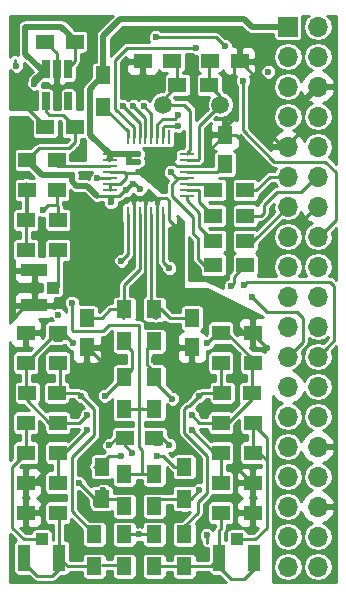
<source format=gbl>
G04 #@! TF.FileFunction,Copper,L2,Bot,Signal*
%FSLAX46Y46*%
G04 Gerber Fmt 4.6, Leading zero omitted, Abs format (unit mm)*
G04 Created by KiCad (PCBNEW 4.0.6) date 08/04/17 15:07:46*
%MOMM*%
%LPD*%
G01*
G04 APERTURE LIST*
%ADD10C,0.100000*%
%ADD11R,1.250000X1.500000*%
%ADD12R,1.500000X1.250000*%
%ADD13R,1.300000X1.500000*%
%ADD14R,0.650000X1.560000*%
%ADD15R,1.500000X1.300000*%
%ADD16C,1.500000*%
%ADD17R,1.100000X2.250000*%
%ADD18R,1.050000X1.100000*%
%ADD19R,2.250000X1.100000*%
%ADD20R,1.100000X1.050000*%
%ADD21R,0.280000X1.200000*%
%ADD22R,1.200000X0.280000*%
%ADD23R,1.700000X1.700000*%
%ADD24O,1.700000X1.700000*%
%ADD25C,0.600000*%
%ADD26C,0.250000*%
%ADD27C,0.500000*%
%ADD28C,0.254000*%
G04 APERTURE END LIST*
D10*
D11*
X161925000Y-120670000D03*
X161925000Y-123170000D03*
D12*
X164485000Y-127000000D03*
X166985000Y-127000000D03*
D13*
X161290000Y-133270000D03*
X161290000Y-135970000D03*
X156210000Y-138985000D03*
X156210000Y-141685000D03*
D14*
X149545000Y-99615000D03*
X150495000Y-99615000D03*
X151445000Y-99615000D03*
X151445000Y-102315000D03*
X149545000Y-102315000D03*
D15*
X150575000Y-121920000D03*
X147875000Y-121920000D03*
D13*
X156210000Y-133905000D03*
X156210000Y-136605000D03*
D12*
X158730000Y-130810000D03*
X156230000Y-130810000D03*
D16*
X164338000Y-102616000D03*
X159458000Y-102616000D03*
D15*
X163750000Y-112014000D03*
X166450000Y-112014000D03*
D13*
X158750000Y-119935000D03*
X158750000Y-122635000D03*
D12*
X150475000Y-127000000D03*
X147975000Y-127000000D03*
D11*
X153035000Y-120670000D03*
X153035000Y-123170000D03*
D12*
X151999000Y-104521000D03*
X149499000Y-104521000D03*
X151999000Y-97282000D03*
X149499000Y-97282000D03*
X150475000Y-107315000D03*
X147975000Y-107315000D03*
D11*
X164719000Y-105176000D03*
X164719000Y-107676000D03*
D12*
X147975000Y-109855000D03*
X150475000Y-109855000D03*
X163469000Y-98933000D03*
X165969000Y-98933000D03*
X160254000Y-98933000D03*
X157754000Y-98933000D03*
D17*
X147750000Y-140970000D03*
X150700000Y-140970000D03*
D18*
X149225000Y-139420000D03*
D17*
X164260000Y-140970000D03*
X167210000Y-140970000D03*
D18*
X165735000Y-139420000D03*
D19*
X148590000Y-116635000D03*
X148590000Y-119585000D03*
D20*
X150140000Y-118110000D03*
D15*
X164385000Y-121920000D03*
X167085000Y-121920000D03*
X167085000Y-124460000D03*
X164385000Y-124460000D03*
X147875000Y-124460000D03*
X150575000Y-124460000D03*
X164385000Y-129540000D03*
X167085000Y-129540000D03*
X150575000Y-129540000D03*
X147875000Y-129540000D03*
D13*
X158750000Y-133905000D03*
X158750000Y-136605000D03*
X158750000Y-128350000D03*
X158750000Y-125650000D03*
X156210000Y-128350000D03*
X156210000Y-125650000D03*
X156210000Y-119935000D03*
X156210000Y-122635000D03*
X154305000Y-133270000D03*
X154305000Y-135970000D03*
D15*
X164385000Y-132080000D03*
X167085000Y-132080000D03*
X150575000Y-132080000D03*
X147875000Y-132080000D03*
X167085000Y-134620000D03*
X164385000Y-134620000D03*
X147875000Y-134620000D03*
X150575000Y-134620000D03*
D13*
X161290000Y-138985000D03*
X161290000Y-141685000D03*
X153670000Y-138985000D03*
X153670000Y-141685000D03*
X158750000Y-138985000D03*
X158750000Y-141685000D03*
D15*
X167085000Y-137160000D03*
X164385000Y-137160000D03*
X147875000Y-137160000D03*
X150575000Y-137160000D03*
D13*
X154432000Y-100123000D03*
X154432000Y-102823000D03*
D15*
X163750000Y-114173000D03*
X166450000Y-114173000D03*
X163750000Y-109855000D03*
X166450000Y-109855000D03*
X163750000Y-116205000D03*
X166450000Y-116205000D03*
X147875000Y-112395000D03*
X150575000Y-112395000D03*
X160702000Y-100965000D03*
X163402000Y-100965000D03*
X150575000Y-114935000D03*
X147875000Y-114935000D03*
D21*
X159992000Y-111835000D03*
X159492000Y-111835000D03*
X158992000Y-111835000D03*
X158492000Y-111835000D03*
X157992000Y-111835000D03*
X157492000Y-111835000D03*
X156992000Y-111835000D03*
X156492000Y-111835000D03*
D22*
X154992000Y-110335000D03*
X154992000Y-109835000D03*
X154992000Y-109335000D03*
X154992000Y-108835000D03*
X154992000Y-108335000D03*
X154992000Y-107835000D03*
X154992000Y-107335000D03*
X154992000Y-106835000D03*
D21*
X156492000Y-105335000D03*
X156992000Y-105335000D03*
X157492000Y-105335000D03*
X157992000Y-105335000D03*
X158492000Y-105335000D03*
X158992000Y-105335000D03*
X159492000Y-105335000D03*
X159992000Y-105335000D03*
D22*
X161492000Y-106835000D03*
X161492000Y-107335000D03*
X161492000Y-107835000D03*
X161492000Y-108335000D03*
X161492000Y-108835000D03*
X161492000Y-109335000D03*
X161492000Y-109835000D03*
X161492000Y-110335000D03*
D23*
X170053000Y-96012000D03*
D24*
X172593000Y-96012000D03*
X170053000Y-98552000D03*
X172593000Y-98552000D03*
X170053000Y-101092000D03*
X172593000Y-101092000D03*
X170053000Y-103632000D03*
X172593000Y-103632000D03*
X170053000Y-106172000D03*
X172593000Y-106172000D03*
X170053000Y-108712000D03*
X172593000Y-108712000D03*
X170053000Y-111252000D03*
X172593000Y-111252000D03*
X170053000Y-113792000D03*
X172593000Y-113792000D03*
X170053000Y-116332000D03*
X172593000Y-116332000D03*
X170053000Y-118872000D03*
X172593000Y-118872000D03*
X170053000Y-121412000D03*
X172593000Y-121412000D03*
X170053000Y-123952000D03*
X172593000Y-123952000D03*
X170053000Y-126492000D03*
X172593000Y-126492000D03*
X170053000Y-129032000D03*
X172593000Y-129032000D03*
X170053000Y-131572000D03*
X172593000Y-131572000D03*
X170053000Y-134112000D03*
X172593000Y-134112000D03*
X170053000Y-136652000D03*
X172593000Y-136652000D03*
X170053000Y-139192000D03*
X172593000Y-139192000D03*
X170053000Y-141732000D03*
X172593000Y-141732000D03*
D25*
X150622000Y-120396000D03*
X163195000Y-139065000D03*
X168402000Y-99822000D03*
X147066000Y-99314000D03*
X162560000Y-135255000D03*
X161290000Y-136525000D03*
X160274000Y-127508000D03*
X162560000Y-127254000D03*
X163195000Y-122809000D03*
X161925000Y-128905000D03*
X154559000Y-127254000D03*
X152527000Y-127254000D03*
X151892000Y-122809000D03*
X153035000Y-128905000D03*
X154432000Y-135255000D03*
X152400000Y-134620000D03*
X155067000Y-110896400D03*
X157505400Y-109778800D03*
X156362400Y-109829600D03*
X156946600Y-109347000D03*
X151765000Y-108585000D03*
X160020000Y-131445000D03*
X162306000Y-99949000D03*
X164846000Y-100584000D03*
X150495000Y-102315000D03*
X159492000Y-109352400D03*
X158851600Y-108788200D03*
X159131000Y-107188000D03*
X166116000Y-107442000D03*
X155702000Y-97282000D03*
X153670000Y-97282000D03*
X156210000Y-99060000D03*
X160020000Y-107188000D03*
X156845000Y-132080000D03*
X157480000Y-138985000D03*
X154940000Y-131445000D03*
X149499000Y-97282000D03*
X149499000Y-104521000D03*
X160020000Y-116459000D03*
X159004000Y-132334000D03*
X162560000Y-133477000D03*
X147875000Y-121920000D03*
X146812000Y-120650000D03*
X150876000Y-105664000D03*
X147066000Y-104775000D03*
X160655000Y-113030000D03*
X155829000Y-111683800D03*
X160020000Y-140335000D03*
X154940000Y-140462000D03*
X153035000Y-125476000D03*
X149225000Y-137160000D03*
X159893000Y-117983000D03*
X157480000Y-117856000D03*
X167085000Y-137160000D03*
X147875000Y-137160000D03*
X152654000Y-132969000D03*
X149225000Y-133350000D03*
X158750000Y-124206000D03*
X155956000Y-124206000D03*
X152400000Y-106426000D03*
X152146000Y-113284000D03*
X152400000Y-110236000D03*
X152908000Y-108712000D03*
X155575000Y-116840000D03*
X168275000Y-123190000D03*
X165735000Y-121285000D03*
X151892000Y-117856000D03*
X161925000Y-125730000D03*
X165735000Y-133350000D03*
X155956000Y-132334000D03*
X155956000Y-115824000D03*
X148590000Y-100838000D03*
X157353000Y-107442000D03*
X156591000Y-106807000D03*
X156591000Y-107442000D03*
X157353000Y-106807000D03*
X160147000Y-108331000D03*
X153924000Y-108839000D03*
X147875000Y-109540000D03*
X149352000Y-111506000D03*
X166243000Y-100584000D03*
X158877000Y-96901000D03*
X164719000Y-97663000D03*
X156972000Y-102743000D03*
X165227000Y-117983000D03*
X157861000Y-102743000D03*
X167005000Y-118872000D03*
X160782000Y-103505000D03*
X166370000Y-117856000D03*
X160782000Y-104394000D03*
X151765000Y-119380000D03*
X161925000Y-130175000D03*
X153035000Y-130175000D03*
X156083000Y-102743000D03*
X162306000Y-97790000D03*
D26*
X150622000Y-120396000D02*
X150702000Y-120396000D01*
X163195000Y-139700000D02*
X163195000Y-139065000D01*
X146939000Y-99187000D02*
X146939000Y-98806000D01*
X147066000Y-99314000D02*
X146939000Y-99187000D01*
X162560000Y-135255000D02*
X161845000Y-135970000D01*
X161845000Y-135970000D02*
X161290000Y-135970000D01*
X161845000Y-135970000D02*
X161290000Y-135970000D01*
X161290000Y-136525000D02*
X161290000Y-135970000D01*
X161290000Y-135970000D02*
X161290000Y-136525000D01*
X161290000Y-136525000D02*
X161290000Y-135970000D01*
X158750000Y-135970000D02*
X161290000Y-135970000D01*
X158750000Y-125650000D02*
X158750000Y-125222000D01*
X158750000Y-125222000D02*
X158115000Y-124587000D01*
X158115000Y-124587000D02*
X158115000Y-123270000D01*
X158115000Y-123270000D02*
X158750000Y-122635000D01*
X161290000Y-138985000D02*
X161290000Y-138303000D01*
X161290000Y-138303000D02*
X162433000Y-137160000D01*
X161671000Y-128143000D02*
X162560000Y-127254000D01*
X161544000Y-128143000D02*
X161671000Y-128143000D01*
X161290000Y-128397000D02*
X161544000Y-128143000D01*
X161290000Y-130429000D02*
X161290000Y-128397000D01*
X163195000Y-132334000D02*
X161290000Y-130429000D01*
X163195000Y-135509000D02*
X163195000Y-132334000D01*
X162433000Y-136271000D02*
X163195000Y-135509000D01*
X162433000Y-137160000D02*
X162433000Y-136271000D01*
X158750000Y-125650000D02*
X158750000Y-125984000D01*
X158750000Y-125984000D02*
X160274000Y-127508000D01*
X164485000Y-127000000D02*
X162814000Y-127000000D01*
X162814000Y-127000000D02*
X162560000Y-127254000D01*
X161290000Y-138985000D02*
X161290000Y-138430000D01*
X158750000Y-125650000D02*
X158750000Y-125730000D01*
X164385000Y-124460000D02*
X164385000Y-126900000D01*
X164385000Y-126900000D02*
X164485000Y-127000000D01*
X164385000Y-129540000D02*
X164973000Y-129540000D01*
X164973000Y-129540000D02*
X166985000Y-127528000D01*
X166985000Y-127528000D02*
X166985000Y-127000000D01*
X164385000Y-121920000D02*
X164846000Y-121920000D01*
X164846000Y-121920000D02*
X167085000Y-124159000D01*
X167085000Y-124159000D02*
X167085000Y-124460000D01*
X163195000Y-122809000D02*
X164084000Y-121920000D01*
X164084000Y-121920000D02*
X164385000Y-121920000D01*
X167085000Y-124460000D02*
X166925000Y-124460000D01*
X166985000Y-127000000D02*
X166985000Y-124560000D01*
X166985000Y-124560000D02*
X167085000Y-124460000D01*
X164385000Y-122127000D02*
X164385000Y-121920000D01*
X164385000Y-129540000D02*
X162560000Y-129540000D01*
X162560000Y-129540000D02*
X161925000Y-128905000D01*
X164385000Y-129540000D02*
X164445000Y-129540000D01*
X156210000Y-122635000D02*
X156210000Y-122809000D01*
X156210000Y-122809000D02*
X156845000Y-123444000D01*
X156845000Y-123444000D02*
X156845000Y-125015000D01*
X156845000Y-125015000D02*
X156210000Y-125650000D01*
X153670000Y-138985000D02*
X153670000Y-138938000D01*
X153670000Y-138938000D02*
X151765000Y-137033000D01*
X153670000Y-128397000D02*
X152527000Y-127254000D01*
X153670000Y-130556000D02*
X153670000Y-128397000D01*
X151765000Y-132461000D02*
X153670000Y-130556000D01*
X151765000Y-137033000D02*
X151765000Y-132461000D01*
X153670000Y-138985000D02*
X153670000Y-138430000D01*
X154559000Y-127254000D02*
X156163000Y-125650000D01*
X156163000Y-125650000D02*
X156210000Y-125650000D01*
X152273000Y-127000000D02*
X150475000Y-127000000D01*
X152527000Y-127254000D02*
X152273000Y-127000000D01*
X156210000Y-125650000D02*
X155655000Y-125650000D01*
X156210000Y-125730000D02*
X156210000Y-125650000D01*
X150729000Y-126619000D02*
X150729000Y-124687000D01*
X150729000Y-124687000D02*
X150829000Y-124587000D01*
X151892000Y-122809000D02*
X151003000Y-121920000D01*
X151003000Y-121920000D02*
X150575000Y-121920000D01*
X147875000Y-124460000D02*
X147875000Y-126900000D01*
X147875000Y-126900000D02*
X147975000Y-127000000D01*
X150575000Y-129540000D02*
X149860000Y-129540000D01*
X149860000Y-129540000D02*
X147975000Y-127655000D01*
X147975000Y-127655000D02*
X147975000Y-127000000D01*
X152400000Y-129540000D02*
X150575000Y-129540000D01*
X153035000Y-128905000D02*
X152400000Y-129540000D01*
X150575000Y-121920000D02*
X150575000Y-122000000D01*
X150575000Y-121920000D02*
X151130000Y-121920000D01*
X150575000Y-121920000D02*
X150415000Y-121920000D01*
X150415000Y-121920000D02*
X147875000Y-124460000D01*
X150575000Y-129540000D02*
X150515000Y-129540000D01*
X148129000Y-124587000D02*
X148209000Y-124587000D01*
X150241000Y-122555000D02*
X150829000Y-122555000D01*
X148229000Y-124687000D02*
X148129000Y-124587000D01*
X154432000Y-135255000D02*
X154305000Y-135382000D01*
X154305000Y-135382000D02*
X154305000Y-135970000D01*
X154305000Y-135970000D02*
X155575000Y-135970000D01*
X155575000Y-135970000D02*
X156210000Y-136605000D01*
X152400000Y-134620000D02*
X153750000Y-135970000D01*
X153750000Y-135970000D02*
X154305000Y-135970000D01*
X156130000Y-135970000D02*
X156210000Y-135970000D01*
X153670000Y-136525000D02*
X153670000Y-135970000D01*
X147975000Y-107315000D02*
X147975000Y-107295000D01*
X147975000Y-107295000D02*
X148971000Y-106299000D01*
X151999000Y-105811000D02*
X151999000Y-104521000D01*
X151511000Y-106299000D02*
X151999000Y-105811000D01*
X148971000Y-106299000D02*
X151511000Y-106299000D01*
D27*
X151765000Y-108585000D02*
X151765000Y-109093000D01*
D26*
X153896000Y-110335000D02*
X154992000Y-110335000D01*
D27*
X153035000Y-109474000D02*
X153896000Y-110335000D01*
X152146000Y-109474000D02*
X153035000Y-109474000D01*
X151765000Y-109093000D02*
X152146000Y-109474000D01*
X147975000Y-107315000D02*
X147975000Y-107335000D01*
X147975000Y-107335000D02*
X149225000Y-108585000D01*
D26*
X149225000Y-108585000D02*
X151765000Y-108585000D01*
D27*
X151765000Y-108585000D02*
X149225000Y-108585000D01*
X155067000Y-110896400D02*
X155067000Y-110540800D01*
D26*
X156946600Y-109347000D02*
X157073600Y-109347000D01*
X157073600Y-109347000D02*
X157505400Y-109778800D01*
X156946600Y-109347000D02*
X156845000Y-109347000D01*
X156845000Y-109347000D02*
X156362400Y-109829600D01*
X154992000Y-110335000D02*
X155780800Y-110335000D01*
X155780800Y-110335000D02*
X156768800Y-109347000D01*
X156768800Y-109347000D02*
X156946600Y-109347000D01*
X151999000Y-104521000D02*
X151999000Y-104501000D01*
X151999000Y-104501000D02*
X151003000Y-103505000D01*
X149545000Y-103190000D02*
X149545000Y-102315000D01*
X149860000Y-103505000D02*
X149545000Y-103190000D01*
X151003000Y-103505000D02*
X149860000Y-103505000D01*
X147975000Y-107335000D02*
X149225000Y-108585000D01*
X149225000Y-108585000D02*
X151765000Y-108585000D01*
X158730000Y-130810000D02*
X159385000Y-130810000D01*
X159385000Y-130810000D02*
X160020000Y-131445000D01*
X158730000Y-131318000D02*
X159258000Y-131318000D01*
X151999000Y-104521000D02*
X151511000Y-104521000D01*
X165481000Y-100076000D02*
X165354000Y-100076000D01*
X162179000Y-99822000D02*
X162179000Y-99060000D01*
X162306000Y-99949000D02*
X162179000Y-99822000D01*
X165354000Y-100076000D02*
X164846000Y-100584000D01*
X172593000Y-111252000D02*
X172466000Y-111252000D01*
X172466000Y-111252000D02*
X171196000Y-112522000D01*
X150495000Y-102315000D02*
X150495000Y-99615000D01*
D27*
X172593000Y-101092000D02*
X171323000Y-102362000D01*
D26*
X159492000Y-109352400D02*
X159486600Y-109347000D01*
X158927800Y-108864400D02*
X159004000Y-108864400D01*
X158851600Y-108788200D02*
X158927800Y-108864400D01*
X159004000Y-108839000D02*
X159004000Y-108864400D01*
X158559500Y-108394500D02*
X159004000Y-108839000D01*
X157924500Y-108394500D02*
X158559500Y-108394500D01*
D27*
X160020000Y-107188000D02*
X159131000Y-107188000D01*
D26*
X150495000Y-99615000D02*
X150495000Y-98278000D01*
X150495000Y-98278000D02*
X149499000Y-97282000D01*
X149499000Y-104521000D02*
X149499000Y-104414000D01*
X149499000Y-104414000D02*
X147955000Y-102870000D01*
X147955000Y-102870000D02*
X147955000Y-102235000D01*
X166116000Y-105664000D02*
X166116000Y-107442000D01*
X165628000Y-105176000D02*
X166116000Y-105664000D01*
X164719000Y-105176000D02*
X165628000Y-105176000D01*
X157627000Y-99060000D02*
X156210000Y-99060000D01*
X157627000Y-99060000D02*
X157754000Y-98933000D01*
X170053000Y-106172000D02*
X169672000Y-106172000D01*
X169672000Y-106172000D02*
X167894000Y-104394000D01*
X167894000Y-100858000D02*
X165969000Y-98933000D01*
X167894000Y-104394000D02*
X167894000Y-100858000D01*
X164719000Y-105176000D02*
X164719000Y-104521000D01*
X164719000Y-104521000D02*
X165481000Y-103759000D01*
X165481000Y-103759000D02*
X165481000Y-100076000D01*
X165481000Y-100076000D02*
X165481000Y-99421000D01*
X165481000Y-99421000D02*
X165969000Y-98933000D01*
X161492000Y-107835000D02*
X162802000Y-107835000D01*
X163322000Y-106573000D02*
X164719000Y-105176000D01*
X163322000Y-107315000D02*
X163322000Y-106573000D01*
X162802000Y-107835000D02*
X163322000Y-107315000D01*
X156337000Y-108394500D02*
X157924500Y-108394500D01*
X157924500Y-108394500D02*
X159131000Y-107188000D01*
X161492000Y-107835000D02*
X160667000Y-107835000D01*
X160667000Y-107835000D02*
X160020000Y-107188000D01*
X156230000Y-130810000D02*
X156230000Y-131465000D01*
X156230000Y-131465000D02*
X156845000Y-132080000D01*
X170053000Y-106172000D02*
X170053000Y-105918000D01*
X170053000Y-105918000D02*
X171323000Y-104648000D01*
X171323000Y-104648000D02*
X171323000Y-102362000D01*
X158750000Y-138985000D02*
X156210000Y-138985000D01*
X157480000Y-138985000D02*
X158750000Y-138985000D01*
X156230000Y-130810000D02*
X155575000Y-130810000D01*
X155575000Y-130810000D02*
X154940000Y-131445000D01*
X154992000Y-109835000D02*
X154992000Y-109335000D01*
X156337000Y-108458000D02*
X156337000Y-108394500D01*
X156337000Y-108394500D02*
X156337000Y-108839000D01*
X155841000Y-109335000D02*
X154992000Y-109335000D01*
X156337000Y-108839000D02*
X155841000Y-109335000D01*
X154992000Y-108335000D02*
X156214000Y-108335000D01*
X156214000Y-108335000D02*
X156337000Y-108458000D01*
X149499000Y-97282000D02*
X149499000Y-97429000D01*
X159492000Y-111835000D02*
X159492000Y-115931000D01*
X159492000Y-115931000D02*
X160020000Y-116459000D01*
X161290000Y-133270000D02*
X160448000Y-133270000D01*
X159512000Y-132334000D02*
X159004000Y-132334000D01*
X160448000Y-133270000D02*
X159512000Y-132334000D01*
X161290000Y-133270000D02*
X160956000Y-133270000D01*
X157480000Y-135255000D02*
X159639000Y-135255000D01*
X162560000Y-134493000D02*
X162560000Y-133477000D01*
X160401000Y-134493000D02*
X162560000Y-134493000D01*
X159639000Y-135255000D02*
X160401000Y-134493000D01*
X148590000Y-119585000D02*
X147877000Y-119585000D01*
X147877000Y-119585000D02*
X146812000Y-120650000D01*
X150876000Y-105664000D02*
X148082000Y-105664000D01*
X159992000Y-112367000D02*
X160655000Y-113030000D01*
D27*
X155803600Y-111709200D02*
X155803600Y-112293400D01*
X155829000Y-111683800D02*
X155803600Y-111709200D01*
D26*
X157992000Y-110494000D02*
X159000000Y-110494000D01*
X156992000Y-111835000D02*
X156992000Y-110637000D01*
X156992000Y-110637000D02*
X157139000Y-110490000D01*
X157139000Y-110490000D02*
X157988000Y-110490000D01*
X157988000Y-110490000D02*
X157992000Y-110494000D01*
X157992000Y-110494000D02*
X157992000Y-111835000D01*
X159000000Y-110494000D02*
X159768602Y-110494000D01*
X159000000Y-110494000D02*
X158992000Y-110502000D01*
X158992000Y-110502000D02*
X158992000Y-111835000D01*
X159768602Y-110494000D02*
X159992000Y-110717398D01*
X159992000Y-110717398D02*
X159992000Y-111835000D01*
X157416500Y-137795000D02*
X160020000Y-137795000D01*
X160020000Y-137795000D02*
X160020000Y-140335000D01*
X152654000Y-132969000D02*
X152654000Y-133985000D01*
X154940000Y-137922000D02*
X154940000Y-140462000D01*
X155067000Y-137795000D02*
X154940000Y-137922000D01*
X157353000Y-137795000D02*
X157416500Y-137795000D01*
X157416500Y-137795000D02*
X155067000Y-137795000D01*
X157480000Y-137922000D02*
X157353000Y-137795000D01*
X157480000Y-135255000D02*
X157480000Y-137922000D01*
X155575000Y-135255000D02*
X157480000Y-135255000D01*
X154940000Y-134620000D02*
X155575000Y-135255000D01*
X153289000Y-134620000D02*
X154940000Y-134620000D01*
X152654000Y-133985000D02*
X153289000Y-134620000D01*
X153035000Y-125476000D02*
X153035000Y-126619000D01*
X153035000Y-123170000D02*
X153035000Y-125476000D01*
X152654000Y-132588000D02*
X152654000Y-132969000D01*
X154432000Y-130810000D02*
X152654000Y-132588000D01*
X154432000Y-128016000D02*
X154432000Y-130810000D01*
X153035000Y-126619000D02*
X154432000Y-128016000D01*
X149098000Y-137033000D02*
X149098000Y-136652000D01*
X149225000Y-137160000D02*
X149098000Y-137033000D01*
X158992000Y-111835000D02*
X158992000Y-117082000D01*
X158992000Y-117082000D02*
X159893000Y-117983000D01*
X157734000Y-117348000D02*
X157734000Y-117602000D01*
X157734000Y-117602000D02*
X157480000Y-117856000D01*
X157992000Y-111835000D02*
X157992000Y-117090000D01*
X157992000Y-117090000D02*
X157734000Y-117348000D01*
X147875000Y-134620000D02*
X148463000Y-134620000D01*
X148463000Y-134620000D02*
X149225000Y-133858000D01*
X149225000Y-133858000D02*
X149225000Y-133350000D01*
X152654000Y-132969000D02*
X152781000Y-132842000D01*
X152781000Y-132842000D02*
X152781000Y-132461000D01*
X154198000Y-124333000D02*
X153035000Y-123170000D01*
X155829000Y-124333000D02*
X154198000Y-124333000D01*
X155956000Y-124206000D02*
X155829000Y-124333000D01*
X152400000Y-106426000D02*
X152400000Y-106934000D01*
X152146000Y-113284000D02*
X152400000Y-113030000D01*
X152400000Y-113030000D02*
X152400000Y-110236000D01*
X159992000Y-111835000D02*
X159992000Y-112367000D01*
X156845000Y-116205000D02*
X155575000Y-117475000D01*
X155575000Y-117475000D02*
X155575000Y-116840000D01*
X168275000Y-123190000D02*
X167085000Y-122000000D01*
X167085000Y-122000000D02*
X167085000Y-121920000D01*
X167085000Y-121920000D02*
X166370000Y-121920000D01*
X166370000Y-121920000D02*
X165735000Y-121285000D01*
X148639000Y-119634000D02*
X151130000Y-119634000D01*
X151892000Y-117856000D02*
X151130000Y-118618000D01*
X151130000Y-118618000D02*
X151130000Y-119634000D01*
X148639000Y-119634000D02*
X148590000Y-119585000D01*
X161925000Y-123170000D02*
X161925000Y-125730000D01*
X167085000Y-134620000D02*
X167005000Y-134620000D01*
X167005000Y-134620000D02*
X165735000Y-133350000D01*
X156992000Y-111835000D02*
X156992000Y-116058000D01*
X156992000Y-116058000D02*
X156845000Y-116205000D01*
X156845000Y-116205000D02*
X156718000Y-116332000D01*
X158750000Y-119935000D02*
X159305000Y-119935000D01*
X159305000Y-119935000D02*
X160040000Y-120670000D01*
X160040000Y-120670000D02*
X161925000Y-120670000D01*
X158492000Y-111835000D02*
X158492000Y-120312000D01*
X158492000Y-120312000D02*
X158750000Y-120570000D01*
X158850000Y-120670000D02*
X158750000Y-120570000D01*
X156210000Y-119935000D02*
X155020000Y-119935000D01*
X154285000Y-120670000D02*
X153035000Y-120670000D01*
X155020000Y-119935000D02*
X154285000Y-120670000D01*
X157492000Y-111835000D02*
X157492000Y-116574000D01*
X156210000Y-117856000D02*
X156210000Y-120570000D01*
X157492000Y-116574000D02*
X156210000Y-117856000D01*
X153135000Y-120570000D02*
X153035000Y-120670000D01*
X156110000Y-120670000D02*
X156210000Y-120570000D01*
X154305000Y-132969000D02*
X154940000Y-132334000D01*
X154940000Y-132334000D02*
X155956000Y-132334000D01*
X156492000Y-111835000D02*
X156492000Y-115288000D01*
X156492000Y-115288000D02*
X155956000Y-115824000D01*
X154305000Y-133270000D02*
X154305000Y-132969000D01*
X153670000Y-133270000D02*
X154098000Y-133270000D01*
X156492000Y-111859000D02*
X156492000Y-111835000D01*
D27*
X149545000Y-99615000D02*
X149145000Y-99615000D01*
X149145000Y-99615000D02*
X147828000Y-98298000D01*
X147828000Y-98298000D02*
X147828000Y-96012000D01*
X147828000Y-96012000D02*
X150876000Y-96012000D01*
X150876000Y-96012000D02*
X151999000Y-97135000D01*
X151999000Y-97135000D02*
X151999000Y-97282000D01*
X148590000Y-100838000D02*
X148590000Y-100570000D01*
X148590000Y-100570000D02*
X149545000Y-99615000D01*
X148590000Y-100570000D02*
X149545000Y-99615000D01*
D26*
X151999000Y-97282000D02*
X151999000Y-97135000D01*
X151999000Y-97135000D02*
X150876000Y-96012000D01*
X149018000Y-99488000D02*
X149545000Y-99488000D01*
X147828000Y-98298000D02*
X149018000Y-99488000D01*
X147828000Y-96012000D02*
X147828000Y-98298000D01*
X150876000Y-96012000D02*
X147828000Y-96012000D01*
X148590000Y-100838000D02*
X149545000Y-99883000D01*
X149545000Y-99883000D02*
X149545000Y-99488000D01*
X151999000Y-97282000D02*
X151999000Y-98934000D01*
X151999000Y-98934000D02*
X151445000Y-99488000D01*
X154992000Y-106835000D02*
X154992000Y-107335000D01*
D27*
X156591000Y-107442000D02*
X157353000Y-107442000D01*
X156591000Y-106807000D02*
X156591000Y-107442000D01*
X156591000Y-106807000D02*
X157353000Y-106807000D01*
X156563000Y-106835000D02*
X156591000Y-106807000D01*
X154992000Y-106835000D02*
X156563000Y-106835000D01*
X154992000Y-106835000D02*
X154992000Y-107136000D01*
X154992000Y-107136000D02*
X154940000Y-107188000D01*
X154992000Y-106835000D02*
X154968000Y-106835000D01*
X154968000Y-106835000D02*
X153289000Y-105156000D01*
X153289000Y-101266000D02*
X154432000Y-100123000D01*
X153289000Y-105156000D02*
X153289000Y-101266000D01*
X170053000Y-96012000D02*
X167005000Y-96012000D01*
X154432000Y-96774000D02*
X154432000Y-100123000D01*
X155829000Y-95377000D02*
X154432000Y-96774000D01*
X166370000Y-95377000D02*
X155829000Y-95377000D01*
X167005000Y-96012000D02*
X166370000Y-95377000D01*
D26*
X154432000Y-100123000D02*
X154432000Y-100330000D01*
X162941000Y-116205000D02*
X163750000Y-116205000D01*
X162433000Y-115697000D02*
X162941000Y-116205000D01*
X162433000Y-113919000D02*
X162433000Y-115697000D01*
X160651000Y-108835000D02*
X160651000Y-108970000D01*
X162052000Y-113538000D02*
X162433000Y-113919000D01*
X162052000Y-112141000D02*
X162052000Y-113538000D01*
X160274000Y-110363000D02*
X162052000Y-112141000D01*
X160274000Y-109347000D02*
X160274000Y-110363000D01*
X160651000Y-108970000D02*
X160274000Y-109347000D01*
X160651000Y-108835000D02*
X160528000Y-108712000D01*
X160528000Y-108712000D02*
X160147000Y-108331000D01*
X161492000Y-108835000D02*
X160651000Y-108835000D01*
X154992000Y-107835000D02*
X150487000Y-107835000D01*
X150487000Y-107835000D02*
X150475000Y-107823000D01*
X153928000Y-108835000D02*
X154992000Y-108835000D01*
X153924000Y-108839000D02*
X153928000Y-108835000D01*
X161492000Y-108335000D02*
X164060000Y-108335000D01*
X164060000Y-108335000D02*
X164719000Y-107676000D01*
X147975000Y-109855000D02*
X147975000Y-112295000D01*
X147975000Y-112295000D02*
X147875000Y-112395000D01*
X147875000Y-109220000D02*
X147875000Y-111760000D01*
X147875000Y-114935000D02*
X147875000Y-112395000D01*
X147875000Y-109540000D02*
X147975000Y-109640000D01*
X147975000Y-109640000D02*
X147975000Y-109855000D01*
X149733000Y-111125000D02*
X150495000Y-111125000D01*
X149352000Y-111506000D02*
X149733000Y-111125000D01*
X150575000Y-112395000D02*
X150575000Y-111205000D01*
X150575000Y-111205000D02*
X150495000Y-111125000D01*
X150495000Y-111125000D02*
X150475000Y-111105000D01*
X150475000Y-111105000D02*
X150475000Y-109855000D01*
X161492000Y-107335000D02*
X162413000Y-107335000D01*
X162560000Y-104394000D02*
X164338000Y-102616000D01*
X162560000Y-107188000D02*
X162560000Y-104394000D01*
X162413000Y-107335000D02*
X162560000Y-107188000D01*
X163402000Y-100965000D02*
X163402000Y-98993000D01*
X163402000Y-98993000D02*
X163342000Y-98933000D01*
X164338000Y-102489000D02*
X164338000Y-101901000D01*
X164338000Y-101901000D02*
X163402000Y-100965000D01*
X163402000Y-100457000D02*
X163402000Y-101045000D01*
X161290000Y-102616000D02*
X159458000Y-102616000D01*
X161798000Y-103124000D02*
X161290000Y-102616000D01*
X161798000Y-106426000D02*
X161798000Y-103124000D01*
X161492000Y-106732000D02*
X161798000Y-106426000D01*
X161492000Y-106835000D02*
X161492000Y-106732000D01*
X160702000Y-100965000D02*
X160702000Y-99381000D01*
X160702000Y-99381000D02*
X160254000Y-98933000D01*
X159458000Y-102489000D02*
X159458000Y-102209000D01*
X159458000Y-102209000D02*
X160702000Y-100965000D01*
X160702000Y-100457000D02*
X160702000Y-100737000D01*
X147750000Y-140970000D02*
X147750000Y-141400000D01*
X147750000Y-141400000D02*
X148844000Y-142494000D01*
X148844000Y-142494000D02*
X150114000Y-142494000D01*
X150114000Y-142494000D02*
X150700000Y-141908000D01*
X150700000Y-141908000D02*
X150700000Y-140970000D01*
X150700000Y-140970000D02*
X150700000Y-137285000D01*
X150700000Y-137285000D02*
X150575000Y-137160000D01*
X153670000Y-141685000D02*
X151415000Y-141685000D01*
X151415000Y-141685000D02*
X150700000Y-140970000D01*
X156337000Y-141558000D02*
X154305000Y-141558000D01*
X147875000Y-132080000D02*
X147875000Y-129540000D01*
X149225000Y-139420000D02*
X147675000Y-139420000D01*
X146685000Y-133270000D02*
X147875000Y-132080000D01*
X146685000Y-138430000D02*
X146685000Y-133270000D01*
X147675000Y-139420000D02*
X146685000Y-138430000D01*
X164260000Y-140970000D02*
X164260000Y-141781000D01*
X164260000Y-141781000D02*
X165227000Y-142748000D01*
X166370000Y-142748000D02*
X167210000Y-141908000D01*
X165227000Y-142748000D02*
X166370000Y-142748000D01*
X167210000Y-141908000D02*
X167210000Y-140970000D01*
X164385000Y-137160000D02*
X164385000Y-138510000D01*
X164260000Y-138635000D02*
X164260000Y-140970000D01*
X164385000Y-138510000D02*
X164260000Y-138635000D01*
X161290000Y-141685000D02*
X163545000Y-141685000D01*
X163545000Y-141685000D02*
X164260000Y-140970000D01*
X158750000Y-141685000D02*
X161290000Y-141685000D01*
X167085000Y-129540000D02*
X167085000Y-132080000D01*
X168275000Y-132715000D02*
X168275000Y-130810000D01*
X168275000Y-130810000D02*
X167085000Y-129620000D01*
X167085000Y-129620000D02*
X167085000Y-129540000D01*
X165735000Y-139420000D02*
X167285000Y-139420000D01*
X168275000Y-132715000D02*
X167640000Y-132080000D01*
X168275000Y-138430000D02*
X168275000Y-132715000D01*
X167285000Y-139420000D02*
X168275000Y-138430000D01*
X167640000Y-132080000D02*
X167085000Y-132080000D01*
X166450000Y-109855000D02*
X167386000Y-109855000D01*
X168529000Y-108712000D02*
X170053000Y-108712000D01*
X167386000Y-109855000D02*
X168529000Y-108712000D01*
X170053000Y-108712000D02*
X169291000Y-108712000D01*
X169164000Y-109982000D02*
X168021000Y-111125000D01*
X171196000Y-109982000D02*
X169164000Y-109982000D01*
X172466000Y-108712000D02*
X171196000Y-109982000D01*
X168021000Y-111125000D02*
X168021000Y-111760000D01*
X172593000Y-108712000D02*
X172466000Y-108712000D01*
X167767000Y-112014000D02*
X166450000Y-112014000D01*
X168021000Y-111760000D02*
X167767000Y-112014000D01*
X166450000Y-112014000D02*
X166450000Y-111934000D01*
X166450000Y-114173000D02*
X167132000Y-114173000D01*
X167132000Y-114173000D02*
X170053000Y-111252000D01*
X166450000Y-114173000D02*
X166624000Y-114173000D01*
X170053000Y-113792000D02*
X170180000Y-113792000D01*
X172593000Y-113792000D02*
X172720000Y-113792000D01*
X172720000Y-113792000D02*
X174117000Y-112395000D01*
X166243000Y-104775000D02*
X166243000Y-100584000D01*
X168910000Y-107442000D02*
X166243000Y-104775000D01*
X173228000Y-107442000D02*
X168910000Y-107442000D01*
X174117000Y-108331000D02*
X173228000Y-107442000D01*
X174117000Y-112395000D02*
X174117000Y-108331000D01*
X163957000Y-96901000D02*
X158877000Y-96901000D01*
X164719000Y-97663000D02*
X163957000Y-96901000D01*
X157992000Y-103763000D02*
X156972000Y-102743000D01*
X157992000Y-103763000D02*
X157992000Y-105335000D01*
X165481000Y-117174000D02*
X166450000Y-116205000D01*
X165481000Y-117729000D02*
X165481000Y-117174000D01*
X165227000Y-117983000D02*
X165481000Y-117729000D01*
X158492000Y-105335000D02*
X158492000Y-103374000D01*
X158492000Y-103374000D02*
X157861000Y-102743000D01*
X170053000Y-121412000D02*
X169926000Y-121412000D01*
X171323000Y-122682000D02*
X170053000Y-123952000D01*
X171323000Y-120650000D02*
X171323000Y-122682000D01*
X170815000Y-120142000D02*
X171323000Y-120650000D01*
X168275000Y-120142000D02*
X170815000Y-120142000D01*
X167005000Y-118872000D02*
X168275000Y-120142000D01*
X158992000Y-105335000D02*
X158992000Y-104279000D01*
X160470002Y-103816998D02*
X160782000Y-103505000D01*
X159454002Y-103816998D02*
X160470002Y-103816998D01*
X158992000Y-104279000D02*
X159454002Y-103816998D01*
X159492000Y-105335000D02*
X159492000Y-104541000D01*
X173990000Y-122555000D02*
X173990000Y-117983000D01*
X173990000Y-117983000D02*
X173609000Y-117602000D01*
X173609000Y-117602000D02*
X166624000Y-117602000D01*
X166624000Y-117602000D02*
X166370000Y-117856000D01*
X173355000Y-123190000D02*
X173990000Y-122555000D01*
X173355000Y-123190000D02*
X172593000Y-123952000D01*
X159639000Y-104394000D02*
X160782000Y-104394000D01*
X159492000Y-104541000D02*
X159639000Y-104394000D01*
X150140000Y-118110000D02*
X150495000Y-118110000D01*
X150495000Y-118110000D02*
X150575000Y-118030000D01*
X150575000Y-118030000D02*
X150575000Y-114935000D01*
X157480000Y-128397000D02*
X157480000Y-121285000D01*
X151765000Y-121666000D02*
X151765000Y-119380000D01*
X151892000Y-121793000D02*
X151765000Y-121666000D01*
X154432000Y-121793000D02*
X151892000Y-121793000D01*
X154940000Y-121285000D02*
X154432000Y-121793000D01*
X157480000Y-121285000D02*
X154940000Y-121285000D01*
X157734000Y-133905000D02*
X157734000Y-131826000D01*
X157480000Y-131572000D02*
X157480000Y-128397000D01*
X157480000Y-128397000D02*
X157480000Y-128350000D01*
X157734000Y-131826000D02*
X157480000Y-131572000D01*
X157734000Y-128350000D02*
X157734000Y-128270000D01*
X157734000Y-128270000D02*
X157734000Y-128350000D01*
X156210000Y-133905000D02*
X157480000Y-133905000D01*
X157480000Y-133905000D02*
X157734000Y-133905000D01*
X157734000Y-133905000D02*
X158750000Y-133905000D01*
X157480000Y-128350000D02*
X157480000Y-128270000D01*
X157480000Y-128270000D02*
X157480000Y-128350000D01*
X156210000Y-128350000D02*
X157480000Y-128350000D01*
X157480000Y-128350000D02*
X157734000Y-128350000D01*
X157734000Y-128350000D02*
X158750000Y-128350000D01*
X164385000Y-132080000D02*
X164385000Y-134620000D01*
X164385000Y-132080000D02*
X163830000Y-132080000D01*
X163830000Y-132080000D02*
X161925000Y-130175000D01*
X153035000Y-130175000D02*
X151130000Y-132080000D01*
X151130000Y-132080000D02*
X150575000Y-132080000D01*
X150575000Y-132080000D02*
X151130000Y-132080000D01*
X150575000Y-132080000D02*
X150575000Y-134620000D01*
X156492000Y-105335000D02*
X156492000Y-104883000D01*
X156492000Y-104883000D02*
X154432000Y-102823000D01*
X156492000Y-105335000D02*
X156492000Y-104803000D01*
X161492000Y-110335000D02*
X161492000Y-110692000D01*
X162560000Y-112983000D02*
X163750000Y-114173000D01*
X162560000Y-111760000D02*
X162560000Y-112983000D01*
X161492000Y-110692000D02*
X162560000Y-111760000D01*
X161492000Y-109835000D02*
X162540000Y-109835000D01*
X162560000Y-110824000D02*
X163750000Y-112014000D01*
X162560000Y-109855000D02*
X162560000Y-110824000D01*
X162540000Y-109835000D02*
X162560000Y-109855000D01*
X161492000Y-109335000D02*
X163230000Y-109335000D01*
X163230000Y-109335000D02*
X163750000Y-109855000D01*
X157492000Y-104152000D02*
X156083000Y-102743000D01*
X157492000Y-105335000D02*
X157492000Y-104152000D01*
X155448000Y-102997000D02*
X155448000Y-98806000D01*
X156992000Y-105335000D02*
X156992000Y-104541000D01*
X156992000Y-104541000D02*
X155448000Y-102997000D01*
X156464000Y-97790000D02*
X162306000Y-97790000D01*
X155448000Y-98806000D02*
X156464000Y-97790000D01*
D28*
G36*
X159682204Y-121027796D02*
X159846362Y-121137483D01*
X160040000Y-121176000D01*
X160911536Y-121176000D01*
X160911536Y-121420000D01*
X160938103Y-121561190D01*
X161021546Y-121690865D01*
X161148866Y-121777859D01*
X161184130Y-121785000D01*
X161173690Y-121785000D01*
X160940301Y-121881673D01*
X160761673Y-122060302D01*
X160665000Y-122293691D01*
X160665000Y-122884250D01*
X160823750Y-123043000D01*
X161798000Y-123043000D01*
X161798000Y-123023000D01*
X162052000Y-123023000D01*
X162052000Y-123043000D01*
X162072000Y-123043000D01*
X162072000Y-123297000D01*
X162052000Y-123297000D01*
X162052000Y-124396250D01*
X162210750Y-124555000D01*
X162676310Y-124555000D01*
X162909699Y-124458327D01*
X163088327Y-124279698D01*
X163185000Y-124046309D01*
X163185000Y-123489992D01*
X163329865Y-123490118D01*
X163580252Y-123386661D01*
X163771987Y-123195259D01*
X163870314Y-122958464D01*
X165135000Y-122958464D01*
X165163508Y-122953100D01*
X165958976Y-123748568D01*
X165946536Y-123810000D01*
X165946536Y-125110000D01*
X165973103Y-125251190D01*
X166056546Y-125380865D01*
X166183866Y-125467859D01*
X166335000Y-125498464D01*
X166479000Y-125498464D01*
X166479000Y-125986536D01*
X166235000Y-125986536D01*
X166093810Y-126013103D01*
X165964135Y-126096546D01*
X165877141Y-126223866D01*
X165846536Y-126375000D01*
X165846536Y-127625000D01*
X165873103Y-127766190D01*
X165935010Y-127862398D01*
X165268781Y-128528627D01*
X165135000Y-128501536D01*
X163635000Y-128501536D01*
X163493810Y-128528103D01*
X163364135Y-128611546D01*
X163277141Y-128738866D01*
X163246536Y-128890000D01*
X163246536Y-129034000D01*
X162769592Y-129034000D01*
X162606031Y-128870439D01*
X162606118Y-128770135D01*
X162502661Y-128519748D01*
X162311259Y-128328013D01*
X162233760Y-128295832D01*
X162594561Y-127935031D01*
X162694865Y-127935118D01*
X162945252Y-127831661D01*
X163136987Y-127640259D01*
X163192737Y-127506000D01*
X163346536Y-127506000D01*
X163346536Y-127625000D01*
X163373103Y-127766190D01*
X163456546Y-127895865D01*
X163583866Y-127982859D01*
X163735000Y-128013464D01*
X165235000Y-128013464D01*
X165376190Y-127986897D01*
X165505865Y-127903454D01*
X165592859Y-127776134D01*
X165623464Y-127625000D01*
X165623464Y-126375000D01*
X165596897Y-126233810D01*
X165513454Y-126104135D01*
X165386134Y-126017141D01*
X165235000Y-125986536D01*
X164891000Y-125986536D01*
X164891000Y-125498464D01*
X165135000Y-125498464D01*
X165276190Y-125471897D01*
X165405865Y-125388454D01*
X165492859Y-125261134D01*
X165523464Y-125110000D01*
X165523464Y-123810000D01*
X165496897Y-123668810D01*
X165413454Y-123539135D01*
X165286134Y-123452141D01*
X165135000Y-123421536D01*
X163635000Y-123421536D01*
X163493810Y-123448103D01*
X163364135Y-123531546D01*
X163277141Y-123658866D01*
X163246536Y-123810000D01*
X163246536Y-125110000D01*
X163273103Y-125251190D01*
X163356546Y-125380865D01*
X163483866Y-125467859D01*
X163635000Y-125498464D01*
X163879000Y-125498464D01*
X163879000Y-125986536D01*
X163735000Y-125986536D01*
X163593810Y-126013103D01*
X163464135Y-126096546D01*
X163377141Y-126223866D01*
X163346536Y-126375000D01*
X163346536Y-126494000D01*
X162814000Y-126494000D01*
X162620362Y-126532517D01*
X162559776Y-126572999D01*
X162425135Y-126572882D01*
X162174748Y-126676339D01*
X161983013Y-126867741D01*
X161879118Y-127117946D01*
X161879030Y-127219378D01*
X161440900Y-127657508D01*
X161350362Y-127675517D01*
X161186204Y-127785204D01*
X160932204Y-128039204D01*
X160822517Y-128203362D01*
X160784000Y-128397000D01*
X160784000Y-130429000D01*
X160822517Y-130622638D01*
X160932204Y-130786796D01*
X162689000Y-132543592D01*
X162689000Y-134574112D01*
X162425135Y-134573882D01*
X162174748Y-134677339D01*
X162006743Y-134845052D01*
X161940000Y-134831536D01*
X160640000Y-134831536D01*
X160498810Y-134858103D01*
X160369135Y-134941546D01*
X160282141Y-135068866D01*
X160251536Y-135220000D01*
X160251536Y-135464000D01*
X158750000Y-135464000D01*
X158737251Y-135466536D01*
X158100000Y-135466536D01*
X157958810Y-135493103D01*
X157829135Y-135576546D01*
X157742141Y-135703866D01*
X157711536Y-135855000D01*
X157711536Y-137355000D01*
X157738103Y-137496190D01*
X157821546Y-137625865D01*
X157948866Y-137712859D01*
X158100000Y-137743464D01*
X159400000Y-137743464D01*
X159541190Y-137716897D01*
X159670865Y-137633454D01*
X159757859Y-137506134D01*
X159788464Y-137355000D01*
X159788464Y-136476000D01*
X160251536Y-136476000D01*
X160251536Y-136720000D01*
X160278103Y-136861190D01*
X160361546Y-136990865D01*
X160488866Y-137077859D01*
X160640000Y-137108464D01*
X160919339Y-137108464D01*
X161153946Y-137205882D01*
X161424865Y-137206118D01*
X161661208Y-137108464D01*
X161768944Y-137108464D01*
X161030872Y-137846536D01*
X160640000Y-137846536D01*
X160498810Y-137873103D01*
X160369135Y-137956546D01*
X160282141Y-138083866D01*
X160251536Y-138235000D01*
X160251536Y-139735000D01*
X160278103Y-139876190D01*
X160361546Y-140005865D01*
X160488866Y-140092859D01*
X160640000Y-140123464D01*
X161940000Y-140123464D01*
X162081190Y-140096897D01*
X162210865Y-140013454D01*
X162297859Y-139886134D01*
X162328464Y-139735000D01*
X162328464Y-138235000D01*
X162301897Y-138093810D01*
X162267788Y-138040804D01*
X162790796Y-137517796D01*
X162900483Y-137353638D01*
X162939000Y-137160000D01*
X162939000Y-136480592D01*
X163552796Y-135866796D01*
X163591864Y-135808327D01*
X163662483Y-135702638D01*
X163671270Y-135658464D01*
X165135000Y-135658464D01*
X165276190Y-135631897D01*
X165405865Y-135548454D01*
X165492859Y-135421134D01*
X165523464Y-135270000D01*
X165523464Y-134905750D01*
X165700000Y-134905750D01*
X165700000Y-135396310D01*
X165796673Y-135629699D01*
X165975302Y-135808327D01*
X166172478Y-135890000D01*
X165975302Y-135971673D01*
X165796673Y-136150301D01*
X165700000Y-136383690D01*
X165700000Y-136874250D01*
X165858750Y-137033000D01*
X166958000Y-137033000D01*
X166958000Y-136033750D01*
X166814250Y-135890000D01*
X166958000Y-135746250D01*
X166958000Y-134747000D01*
X165858750Y-134747000D01*
X165700000Y-134905750D01*
X165523464Y-134905750D01*
X165523464Y-133970000D01*
X165499697Y-133843690D01*
X165700000Y-133843690D01*
X165700000Y-134334250D01*
X165858750Y-134493000D01*
X166958000Y-134493000D01*
X166958000Y-133493750D01*
X166799250Y-133335000D01*
X166208691Y-133335000D01*
X165975302Y-133431673D01*
X165796673Y-133610301D01*
X165700000Y-133843690D01*
X165499697Y-133843690D01*
X165496897Y-133828810D01*
X165413454Y-133699135D01*
X165286134Y-133612141D01*
X165135000Y-133581536D01*
X164891000Y-133581536D01*
X164891000Y-133118464D01*
X165135000Y-133118464D01*
X165276190Y-133091897D01*
X165405865Y-133008454D01*
X165492859Y-132881134D01*
X165523464Y-132730000D01*
X165523464Y-131430000D01*
X165496897Y-131288810D01*
X165413454Y-131159135D01*
X165286134Y-131072141D01*
X165135000Y-131041536D01*
X163635000Y-131041536D01*
X163527379Y-131061787D01*
X162606031Y-130140439D01*
X162606113Y-130046000D01*
X163246536Y-130046000D01*
X163246536Y-130190000D01*
X163273103Y-130331190D01*
X163356546Y-130460865D01*
X163483866Y-130547859D01*
X163635000Y-130578464D01*
X165135000Y-130578464D01*
X165276190Y-130551897D01*
X165405865Y-130468454D01*
X165492859Y-130341134D01*
X165523464Y-130190000D01*
X165523464Y-129705128D01*
X165946536Y-129282056D01*
X165946536Y-130190000D01*
X165973103Y-130331190D01*
X166056546Y-130460865D01*
X166183866Y-130547859D01*
X166335000Y-130578464D01*
X166579000Y-130578464D01*
X166579000Y-131041536D01*
X166335000Y-131041536D01*
X166193810Y-131068103D01*
X166064135Y-131151546D01*
X165977141Y-131278866D01*
X165946536Y-131430000D01*
X165946536Y-132730000D01*
X165973103Y-132871190D01*
X166056546Y-133000865D01*
X166183866Y-133087859D01*
X166335000Y-133118464D01*
X167769000Y-133118464D01*
X167769000Y-133335000D01*
X167370750Y-133335000D01*
X167212000Y-133493750D01*
X167212000Y-134493000D01*
X167232000Y-134493000D01*
X167232000Y-134747000D01*
X167212000Y-134747000D01*
X167212000Y-135746250D01*
X167355750Y-135890000D01*
X167212000Y-136033750D01*
X167212000Y-137033000D01*
X167232000Y-137033000D01*
X167232000Y-137287000D01*
X167212000Y-137287000D01*
X167212000Y-138286250D01*
X167370750Y-138445000D01*
X167544408Y-138445000D01*
X167075408Y-138914000D01*
X166648464Y-138914000D01*
X166648464Y-138870000D01*
X166621897Y-138728810D01*
X166538454Y-138599135D01*
X166411134Y-138512141D01*
X166260000Y-138481536D01*
X165210000Y-138481536D01*
X165068810Y-138508103D01*
X164939135Y-138591546D01*
X164852141Y-138718866D01*
X164821536Y-138870000D01*
X164821536Y-139458872D01*
X164810000Y-139456536D01*
X164766000Y-139456536D01*
X164766000Y-138833069D01*
X164852483Y-138703638D01*
X164891000Y-138510000D01*
X164891000Y-138198464D01*
X165135000Y-138198464D01*
X165276190Y-138171897D01*
X165405865Y-138088454D01*
X165492859Y-137961134D01*
X165523464Y-137810000D01*
X165523464Y-137445750D01*
X165700000Y-137445750D01*
X165700000Y-137936310D01*
X165796673Y-138169699D01*
X165975302Y-138348327D01*
X166208691Y-138445000D01*
X166799250Y-138445000D01*
X166958000Y-138286250D01*
X166958000Y-137287000D01*
X165858750Y-137287000D01*
X165700000Y-137445750D01*
X165523464Y-137445750D01*
X165523464Y-136510000D01*
X165496897Y-136368810D01*
X165413454Y-136239135D01*
X165286134Y-136152141D01*
X165135000Y-136121536D01*
X163635000Y-136121536D01*
X163493810Y-136148103D01*
X163364135Y-136231546D01*
X163277141Y-136358866D01*
X163246536Y-136510000D01*
X163246536Y-137810000D01*
X163273103Y-137951190D01*
X163356546Y-138080865D01*
X163483866Y-138167859D01*
X163635000Y-138198464D01*
X163879000Y-138198464D01*
X163879000Y-138311931D01*
X163792517Y-138441362D01*
X163754000Y-138635000D01*
X163754000Y-138661055D01*
X163581259Y-138488013D01*
X163331054Y-138384118D01*
X163060135Y-138383882D01*
X162809748Y-138487339D01*
X162618013Y-138678741D01*
X162514118Y-138928946D01*
X162513882Y-139199865D01*
X162617339Y-139450252D01*
X162689000Y-139522038D01*
X162689000Y-139700000D01*
X162727517Y-139893638D01*
X162837204Y-140057796D01*
X163001362Y-140167483D01*
X163195000Y-140206000D01*
X163321536Y-140180830D01*
X163321536Y-141179000D01*
X162328464Y-141179000D01*
X162328464Y-140935000D01*
X162301897Y-140793810D01*
X162218454Y-140664135D01*
X162091134Y-140577141D01*
X161940000Y-140546536D01*
X160640000Y-140546536D01*
X160498810Y-140573103D01*
X160369135Y-140656546D01*
X160282141Y-140783866D01*
X160251536Y-140935000D01*
X160251536Y-141179000D01*
X159788464Y-141179000D01*
X159788464Y-140935000D01*
X159761897Y-140793810D01*
X159678454Y-140664135D01*
X159551134Y-140577141D01*
X159400000Y-140546536D01*
X158100000Y-140546536D01*
X157958810Y-140573103D01*
X157829135Y-140656546D01*
X157742141Y-140783866D01*
X157711536Y-140935000D01*
X157711536Y-142435000D01*
X157738103Y-142576190D01*
X157821546Y-142705865D01*
X157948866Y-142792859D01*
X158100000Y-142823464D01*
X159400000Y-142823464D01*
X159541190Y-142796897D01*
X159670865Y-142713454D01*
X159757859Y-142586134D01*
X159788464Y-142435000D01*
X159788464Y-142191000D01*
X160251536Y-142191000D01*
X160251536Y-142435000D01*
X160278103Y-142576190D01*
X160361546Y-142705865D01*
X160488866Y-142792859D01*
X160640000Y-142823464D01*
X161940000Y-142823464D01*
X162081190Y-142796897D01*
X162210865Y-142713454D01*
X162297859Y-142586134D01*
X162328464Y-142435000D01*
X162328464Y-142191000D01*
X163339600Y-142191000D01*
X163348103Y-142236190D01*
X163431546Y-142365865D01*
X163558866Y-142452859D01*
X163710000Y-142483464D01*
X164246872Y-142483464D01*
X164817408Y-143054000D01*
X146506000Y-143054000D01*
X146506000Y-138966592D01*
X147036723Y-139497315D01*
X146929135Y-139566546D01*
X146842141Y-139693866D01*
X146811536Y-139845000D01*
X146811536Y-142095000D01*
X146838103Y-142236190D01*
X146921546Y-142365865D01*
X147048866Y-142452859D01*
X147200000Y-142483464D01*
X148117872Y-142483464D01*
X148486204Y-142851796D01*
X148650362Y-142961483D01*
X148844000Y-143000000D01*
X150114000Y-143000000D01*
X150307638Y-142961483D01*
X150471796Y-142851796D01*
X150840128Y-142483464D01*
X151250000Y-142483464D01*
X151391190Y-142456897D01*
X151520865Y-142373454D01*
X151607859Y-142246134D01*
X151619024Y-142191000D01*
X152631536Y-142191000D01*
X152631536Y-142435000D01*
X152658103Y-142576190D01*
X152741546Y-142705865D01*
X152868866Y-142792859D01*
X153020000Y-142823464D01*
X154320000Y-142823464D01*
X154461190Y-142796897D01*
X154590865Y-142713454D01*
X154677859Y-142586134D01*
X154708464Y-142435000D01*
X154708464Y-142064000D01*
X155171536Y-142064000D01*
X155171536Y-142435000D01*
X155198103Y-142576190D01*
X155281546Y-142705865D01*
X155408866Y-142792859D01*
X155560000Y-142823464D01*
X156860000Y-142823464D01*
X157001190Y-142796897D01*
X157130865Y-142713454D01*
X157217859Y-142586134D01*
X157248464Y-142435000D01*
X157248464Y-140935000D01*
X157221897Y-140793810D01*
X157138454Y-140664135D01*
X157011134Y-140577141D01*
X156860000Y-140546536D01*
X155560000Y-140546536D01*
X155418810Y-140573103D01*
X155289135Y-140656546D01*
X155202141Y-140783866D01*
X155171536Y-140935000D01*
X155171536Y-141052000D01*
X154708464Y-141052000D01*
X154708464Y-140935000D01*
X154681897Y-140793810D01*
X154598454Y-140664135D01*
X154471134Y-140577141D01*
X154320000Y-140546536D01*
X153020000Y-140546536D01*
X152878810Y-140573103D01*
X152749135Y-140656546D01*
X152662141Y-140783866D01*
X152631536Y-140935000D01*
X152631536Y-141179000D01*
X151638464Y-141179000D01*
X151638464Y-139845000D01*
X151611897Y-139703810D01*
X151528454Y-139574135D01*
X151401134Y-139487141D01*
X151250000Y-139456536D01*
X151206000Y-139456536D01*
X151206000Y-138198464D01*
X151325000Y-138198464D01*
X151466190Y-138171897D01*
X151595865Y-138088454D01*
X151682859Y-137961134D01*
X151713464Y-137810000D01*
X151713464Y-137697056D01*
X152631536Y-138615128D01*
X152631536Y-139735000D01*
X152658103Y-139876190D01*
X152741546Y-140005865D01*
X152868866Y-140092859D01*
X153020000Y-140123464D01*
X154320000Y-140123464D01*
X154461190Y-140096897D01*
X154590865Y-140013454D01*
X154677859Y-139886134D01*
X154708464Y-139735000D01*
X154708464Y-138235000D01*
X155171536Y-138235000D01*
X155171536Y-139735000D01*
X155198103Y-139876190D01*
X155281546Y-140005865D01*
X155408866Y-140092859D01*
X155560000Y-140123464D01*
X156860000Y-140123464D01*
X157001190Y-140096897D01*
X157130865Y-140013454D01*
X157217859Y-139886134D01*
X157248464Y-139735000D01*
X157248464Y-139626234D01*
X157343946Y-139665882D01*
X157614865Y-139666118D01*
X157711536Y-139626175D01*
X157711536Y-139735000D01*
X157738103Y-139876190D01*
X157821546Y-140005865D01*
X157948866Y-140092859D01*
X158100000Y-140123464D01*
X159400000Y-140123464D01*
X159541190Y-140096897D01*
X159670865Y-140013454D01*
X159757859Y-139886134D01*
X159788464Y-139735000D01*
X159788464Y-138235000D01*
X159761897Y-138093810D01*
X159678454Y-137964135D01*
X159551134Y-137877141D01*
X159400000Y-137846536D01*
X158100000Y-137846536D01*
X157958810Y-137873103D01*
X157829135Y-137956546D01*
X157742141Y-138083866D01*
X157711536Y-138235000D01*
X157711536Y-138343766D01*
X157616054Y-138304118D01*
X157345135Y-138303882D01*
X157248464Y-138343825D01*
X157248464Y-138235000D01*
X157221897Y-138093810D01*
X157138454Y-137964135D01*
X157011134Y-137877141D01*
X156860000Y-137846536D01*
X155560000Y-137846536D01*
X155418810Y-137873103D01*
X155289135Y-137956546D01*
X155202141Y-138083866D01*
X155171536Y-138235000D01*
X154708464Y-138235000D01*
X154681897Y-138093810D01*
X154598454Y-137964135D01*
X154471134Y-137877141D01*
X154320000Y-137846536D01*
X153294128Y-137846536D01*
X152271000Y-136823408D01*
X152271000Y-135300888D01*
X152365378Y-135300970D01*
X153164000Y-136099592D01*
X153164000Y-136525000D01*
X153202517Y-136718638D01*
X153291275Y-136851473D01*
X153293103Y-136861190D01*
X153376546Y-136990865D01*
X153503866Y-137077859D01*
X153655000Y-137108464D01*
X154955000Y-137108464D01*
X155096190Y-137081897D01*
X155171536Y-137033414D01*
X155171536Y-137355000D01*
X155198103Y-137496190D01*
X155281546Y-137625865D01*
X155408866Y-137712859D01*
X155560000Y-137743464D01*
X156860000Y-137743464D01*
X157001190Y-137716897D01*
X157130865Y-137633454D01*
X157217859Y-137506134D01*
X157248464Y-137355000D01*
X157248464Y-135855000D01*
X157221897Y-135713810D01*
X157138454Y-135584135D01*
X157011134Y-135497141D01*
X156860000Y-135466536D01*
X156222749Y-135466536D01*
X156210000Y-135464000D01*
X156130000Y-135464000D01*
X156117251Y-135466536D01*
X155587749Y-135466536D01*
X155575000Y-135464000D01*
X155343464Y-135464000D01*
X155343464Y-135220000D01*
X155316897Y-135078810D01*
X155233454Y-134949135D01*
X155106134Y-134862141D01*
X154975700Y-134835728D01*
X154818259Y-134678013D01*
X154568054Y-134574118D01*
X154297135Y-134573882D01*
X154046748Y-134677339D01*
X153892283Y-134831536D01*
X153655000Y-134831536D01*
X153513810Y-134858103D01*
X153416386Y-134920794D01*
X153081031Y-134585439D01*
X153081118Y-134485135D01*
X152977661Y-134234748D01*
X152786259Y-134043013D01*
X152536054Y-133939118D01*
X152271000Y-133938887D01*
X152271000Y-132670592D01*
X154027796Y-130913796D01*
X154137483Y-130749638D01*
X154176000Y-130556000D01*
X154176000Y-128397000D01*
X154137483Y-128203362D01*
X154027796Y-128039204D01*
X153208031Y-127219439D01*
X153208118Y-127119135D01*
X153104661Y-126868748D01*
X152913259Y-126677013D01*
X152663054Y-126573118D01*
X152527225Y-126573000D01*
X152466638Y-126532517D01*
X152273000Y-126494000D01*
X151613464Y-126494000D01*
X151613464Y-126375000D01*
X151586897Y-126233810D01*
X151503454Y-126104135D01*
X151376134Y-126017141D01*
X151235000Y-125988561D01*
X151235000Y-125498464D01*
X151325000Y-125498464D01*
X151466190Y-125471897D01*
X151595865Y-125388454D01*
X151682859Y-125261134D01*
X151713464Y-125110000D01*
X151713464Y-123810000D01*
X151686897Y-123668810D01*
X151603454Y-123539135D01*
X151476134Y-123452141D01*
X151325000Y-123421536D01*
X149825000Y-123421536D01*
X149683810Y-123448103D01*
X149554135Y-123531546D01*
X149467141Y-123658866D01*
X149436536Y-123810000D01*
X149436536Y-125110000D01*
X149463103Y-125251190D01*
X149546546Y-125380865D01*
X149673866Y-125467859D01*
X149825000Y-125498464D01*
X150223000Y-125498464D01*
X150223000Y-125986536D01*
X149725000Y-125986536D01*
X149583810Y-126013103D01*
X149454135Y-126096546D01*
X149367141Y-126223866D01*
X149336536Y-126375000D01*
X149336536Y-127625000D01*
X149363103Y-127766190D01*
X149446546Y-127895865D01*
X149573866Y-127982859D01*
X149725000Y-128013464D01*
X151225000Y-128013464D01*
X151366190Y-127986897D01*
X151495865Y-127903454D01*
X151582859Y-127776134D01*
X151613464Y-127625000D01*
X151613464Y-127506000D01*
X151894281Y-127506000D01*
X151949339Y-127639252D01*
X152140741Y-127830987D01*
X152390946Y-127934882D01*
X152492378Y-127934970D01*
X152816038Y-128258630D01*
X152649748Y-128327339D01*
X152458013Y-128518741D01*
X152354118Y-128768946D01*
X152354030Y-128870378D01*
X152190408Y-129034000D01*
X151713464Y-129034000D01*
X151713464Y-128890000D01*
X151686897Y-128748810D01*
X151603454Y-128619135D01*
X151476134Y-128532141D01*
X151325000Y-128501536D01*
X149825000Y-128501536D01*
X149683810Y-128528103D01*
X149610724Y-128575132D01*
X148961293Y-127925701D01*
X148995865Y-127903454D01*
X149082859Y-127776134D01*
X149113464Y-127625000D01*
X149113464Y-126375000D01*
X149086897Y-126233810D01*
X149003454Y-126104135D01*
X148876134Y-126017141D01*
X148725000Y-125986536D01*
X148381000Y-125986536D01*
X148381000Y-125498464D01*
X148625000Y-125498464D01*
X148766190Y-125471897D01*
X148895865Y-125388454D01*
X148982859Y-125261134D01*
X149013464Y-125110000D01*
X149013464Y-124037128D01*
X150035821Y-123014771D01*
X150047362Y-123022483D01*
X150241000Y-123061000D01*
X150829000Y-123061000D01*
X151022638Y-123022483D01*
X151118449Y-122958464D01*
X151216914Y-122958464D01*
X151314339Y-123194252D01*
X151505741Y-123385987D01*
X151755946Y-123489882D01*
X151775000Y-123489899D01*
X151775000Y-124046309D01*
X151871673Y-124279698D01*
X152050301Y-124458327D01*
X152283690Y-124555000D01*
X152749250Y-124555000D01*
X152908000Y-124396250D01*
X152908000Y-123297000D01*
X153162000Y-123297000D01*
X153162000Y-124396250D01*
X153320750Y-124555000D01*
X153786310Y-124555000D01*
X154019699Y-124458327D01*
X154198327Y-124279698D01*
X154295000Y-124046309D01*
X154295000Y-123455750D01*
X154136250Y-123297000D01*
X153162000Y-123297000D01*
X152908000Y-123297000D01*
X152888000Y-123297000D01*
X152888000Y-123043000D01*
X152908000Y-123043000D01*
X152908000Y-123023000D01*
X153162000Y-123023000D01*
X153162000Y-123043000D01*
X154136250Y-123043000D01*
X154295000Y-122884250D01*
X154295000Y-122299000D01*
X154432000Y-122299000D01*
X154625638Y-122260483D01*
X154789796Y-122150796D01*
X155149592Y-121791000D01*
X155190571Y-121791000D01*
X155171536Y-121885000D01*
X155171536Y-123385000D01*
X155198103Y-123526190D01*
X155281546Y-123655865D01*
X155408866Y-123742859D01*
X155560000Y-123773464D01*
X156339000Y-123773464D01*
X156339000Y-124511536D01*
X155560000Y-124511536D01*
X155418810Y-124538103D01*
X155289135Y-124621546D01*
X155202141Y-124748866D01*
X155171536Y-124900000D01*
X155171536Y-125536704D01*
X155149000Y-125650000D01*
X155171536Y-125763296D01*
X155171536Y-125925872D01*
X154524439Y-126572969D01*
X154424135Y-126572882D01*
X154173748Y-126676339D01*
X153982013Y-126867741D01*
X153878118Y-127117946D01*
X153877882Y-127388865D01*
X153981339Y-127639252D01*
X154172741Y-127830987D01*
X154422946Y-127934882D01*
X154693865Y-127935118D01*
X154944252Y-127831661D01*
X155135987Y-127640259D01*
X155189462Y-127511478D01*
X155171536Y-127600000D01*
X155171536Y-129100000D01*
X155198103Y-129241190D01*
X155281546Y-129370865D01*
X155408866Y-129457859D01*
X155560000Y-129488464D01*
X156860000Y-129488464D01*
X156974000Y-129467013D01*
X156974000Y-129796536D01*
X155480000Y-129796536D01*
X155338810Y-129823103D01*
X155209135Y-129906546D01*
X155122141Y-130033866D01*
X155091536Y-130185000D01*
X155091536Y-130577872D01*
X154905439Y-130763969D01*
X154805135Y-130763882D01*
X154554748Y-130867339D01*
X154363013Y-131058741D01*
X154259118Y-131308946D01*
X154258882Y-131579865D01*
X154362339Y-131830252D01*
X154545089Y-132013319D01*
X154426872Y-132131536D01*
X153655000Y-132131536D01*
X153513810Y-132158103D01*
X153384135Y-132241546D01*
X153297141Y-132368866D01*
X153266536Y-132520000D01*
X153266536Y-132980551D01*
X153202517Y-133076362D01*
X153164000Y-133270000D01*
X153202517Y-133463638D01*
X153266536Y-133559449D01*
X153266536Y-134020000D01*
X153293103Y-134161190D01*
X153376546Y-134290865D01*
X153503866Y-134377859D01*
X153655000Y-134408464D01*
X154955000Y-134408464D01*
X155096190Y-134381897D01*
X155171536Y-134333414D01*
X155171536Y-134655000D01*
X155198103Y-134796190D01*
X155281546Y-134925865D01*
X155408866Y-135012859D01*
X155560000Y-135043464D01*
X156860000Y-135043464D01*
X157001190Y-135016897D01*
X157130865Y-134933454D01*
X157217859Y-134806134D01*
X157248464Y-134655000D01*
X157248464Y-134411000D01*
X157711536Y-134411000D01*
X157711536Y-134655000D01*
X157738103Y-134796190D01*
X157821546Y-134925865D01*
X157948866Y-135012859D01*
X158100000Y-135043464D01*
X159400000Y-135043464D01*
X159541190Y-135016897D01*
X159670865Y-134933454D01*
X159757859Y-134806134D01*
X159788464Y-134655000D01*
X159788464Y-133326056D01*
X160090204Y-133627796D01*
X160251536Y-133735595D01*
X160251536Y-134020000D01*
X160278103Y-134161190D01*
X160361546Y-134290865D01*
X160488866Y-134377859D01*
X160640000Y-134408464D01*
X161940000Y-134408464D01*
X162081190Y-134381897D01*
X162210865Y-134298454D01*
X162297859Y-134171134D01*
X162328464Y-134020000D01*
X162328464Y-132520000D01*
X162301897Y-132378810D01*
X162218454Y-132249135D01*
X162091134Y-132162141D01*
X161940000Y-132131536D01*
X160640000Y-132131536D01*
X160498810Y-132158103D01*
X160369135Y-132241546D01*
X160282141Y-132368866D01*
X160278826Y-132385234D01*
X160019592Y-132126000D01*
X160154865Y-132126118D01*
X160405252Y-132022661D01*
X160596987Y-131831259D01*
X160700882Y-131581054D01*
X160701118Y-131310135D01*
X160597661Y-131059748D01*
X160406259Y-130868013D01*
X160156054Y-130764118D01*
X160054622Y-130764030D01*
X159868464Y-130577872D01*
X159868464Y-130185000D01*
X159841897Y-130043810D01*
X159758454Y-129914135D01*
X159631134Y-129827141D01*
X159480000Y-129796536D01*
X157986000Y-129796536D01*
X157986000Y-129465379D01*
X158100000Y-129488464D01*
X159400000Y-129488464D01*
X159541190Y-129461897D01*
X159670865Y-129378454D01*
X159757859Y-129251134D01*
X159788464Y-129100000D01*
X159788464Y-127985537D01*
X159887741Y-128084987D01*
X160137946Y-128188882D01*
X160408865Y-128189118D01*
X160659252Y-128085661D01*
X160850987Y-127894259D01*
X160954882Y-127644054D01*
X160955118Y-127373135D01*
X160851661Y-127122748D01*
X160660259Y-126931013D01*
X160410054Y-126827118D01*
X160308622Y-126827030D01*
X159788464Y-126306872D01*
X159788464Y-124900000D01*
X159761897Y-124758810D01*
X159678454Y-124629135D01*
X159551134Y-124542141D01*
X159400000Y-124511536D01*
X158755128Y-124511536D01*
X158621000Y-124377408D01*
X158621000Y-123773464D01*
X159400000Y-123773464D01*
X159541190Y-123746897D01*
X159670865Y-123663454D01*
X159757859Y-123536134D01*
X159774136Y-123455750D01*
X160665000Y-123455750D01*
X160665000Y-124046309D01*
X160761673Y-124279698D01*
X160940301Y-124458327D01*
X161173690Y-124555000D01*
X161639250Y-124555000D01*
X161798000Y-124396250D01*
X161798000Y-123297000D01*
X160823750Y-123297000D01*
X160665000Y-123455750D01*
X159774136Y-123455750D01*
X159788464Y-123385000D01*
X159788464Y-121885000D01*
X159761897Y-121743810D01*
X159678454Y-121614135D01*
X159551134Y-121527141D01*
X159400000Y-121496536D01*
X158100000Y-121496536D01*
X157986000Y-121517987D01*
X157986000Y-121285000D01*
X157947483Y-121091362D01*
X157886686Y-121000373D01*
X157948866Y-121042859D01*
X158100000Y-121073464D01*
X158560551Y-121073464D01*
X158656362Y-121137483D01*
X158850000Y-121176000D01*
X159043637Y-121137483D01*
X159139449Y-121073464D01*
X159400000Y-121073464D01*
X159541190Y-121046897D01*
X159638614Y-120984206D01*
X159682204Y-121027796D01*
X159682204Y-121027796D01*
G37*
X159682204Y-121027796D02*
X159846362Y-121137483D01*
X160040000Y-121176000D01*
X160911536Y-121176000D01*
X160911536Y-121420000D01*
X160938103Y-121561190D01*
X161021546Y-121690865D01*
X161148866Y-121777859D01*
X161184130Y-121785000D01*
X161173690Y-121785000D01*
X160940301Y-121881673D01*
X160761673Y-122060302D01*
X160665000Y-122293691D01*
X160665000Y-122884250D01*
X160823750Y-123043000D01*
X161798000Y-123043000D01*
X161798000Y-123023000D01*
X162052000Y-123023000D01*
X162052000Y-123043000D01*
X162072000Y-123043000D01*
X162072000Y-123297000D01*
X162052000Y-123297000D01*
X162052000Y-124396250D01*
X162210750Y-124555000D01*
X162676310Y-124555000D01*
X162909699Y-124458327D01*
X163088327Y-124279698D01*
X163185000Y-124046309D01*
X163185000Y-123489992D01*
X163329865Y-123490118D01*
X163580252Y-123386661D01*
X163771987Y-123195259D01*
X163870314Y-122958464D01*
X165135000Y-122958464D01*
X165163508Y-122953100D01*
X165958976Y-123748568D01*
X165946536Y-123810000D01*
X165946536Y-125110000D01*
X165973103Y-125251190D01*
X166056546Y-125380865D01*
X166183866Y-125467859D01*
X166335000Y-125498464D01*
X166479000Y-125498464D01*
X166479000Y-125986536D01*
X166235000Y-125986536D01*
X166093810Y-126013103D01*
X165964135Y-126096546D01*
X165877141Y-126223866D01*
X165846536Y-126375000D01*
X165846536Y-127625000D01*
X165873103Y-127766190D01*
X165935010Y-127862398D01*
X165268781Y-128528627D01*
X165135000Y-128501536D01*
X163635000Y-128501536D01*
X163493810Y-128528103D01*
X163364135Y-128611546D01*
X163277141Y-128738866D01*
X163246536Y-128890000D01*
X163246536Y-129034000D01*
X162769592Y-129034000D01*
X162606031Y-128870439D01*
X162606118Y-128770135D01*
X162502661Y-128519748D01*
X162311259Y-128328013D01*
X162233760Y-128295832D01*
X162594561Y-127935031D01*
X162694865Y-127935118D01*
X162945252Y-127831661D01*
X163136987Y-127640259D01*
X163192737Y-127506000D01*
X163346536Y-127506000D01*
X163346536Y-127625000D01*
X163373103Y-127766190D01*
X163456546Y-127895865D01*
X163583866Y-127982859D01*
X163735000Y-128013464D01*
X165235000Y-128013464D01*
X165376190Y-127986897D01*
X165505865Y-127903454D01*
X165592859Y-127776134D01*
X165623464Y-127625000D01*
X165623464Y-126375000D01*
X165596897Y-126233810D01*
X165513454Y-126104135D01*
X165386134Y-126017141D01*
X165235000Y-125986536D01*
X164891000Y-125986536D01*
X164891000Y-125498464D01*
X165135000Y-125498464D01*
X165276190Y-125471897D01*
X165405865Y-125388454D01*
X165492859Y-125261134D01*
X165523464Y-125110000D01*
X165523464Y-123810000D01*
X165496897Y-123668810D01*
X165413454Y-123539135D01*
X165286134Y-123452141D01*
X165135000Y-123421536D01*
X163635000Y-123421536D01*
X163493810Y-123448103D01*
X163364135Y-123531546D01*
X163277141Y-123658866D01*
X163246536Y-123810000D01*
X163246536Y-125110000D01*
X163273103Y-125251190D01*
X163356546Y-125380865D01*
X163483866Y-125467859D01*
X163635000Y-125498464D01*
X163879000Y-125498464D01*
X163879000Y-125986536D01*
X163735000Y-125986536D01*
X163593810Y-126013103D01*
X163464135Y-126096546D01*
X163377141Y-126223866D01*
X163346536Y-126375000D01*
X163346536Y-126494000D01*
X162814000Y-126494000D01*
X162620362Y-126532517D01*
X162559776Y-126572999D01*
X162425135Y-126572882D01*
X162174748Y-126676339D01*
X161983013Y-126867741D01*
X161879118Y-127117946D01*
X161879030Y-127219378D01*
X161440900Y-127657508D01*
X161350362Y-127675517D01*
X161186204Y-127785204D01*
X160932204Y-128039204D01*
X160822517Y-128203362D01*
X160784000Y-128397000D01*
X160784000Y-130429000D01*
X160822517Y-130622638D01*
X160932204Y-130786796D01*
X162689000Y-132543592D01*
X162689000Y-134574112D01*
X162425135Y-134573882D01*
X162174748Y-134677339D01*
X162006743Y-134845052D01*
X161940000Y-134831536D01*
X160640000Y-134831536D01*
X160498810Y-134858103D01*
X160369135Y-134941546D01*
X160282141Y-135068866D01*
X160251536Y-135220000D01*
X160251536Y-135464000D01*
X158750000Y-135464000D01*
X158737251Y-135466536D01*
X158100000Y-135466536D01*
X157958810Y-135493103D01*
X157829135Y-135576546D01*
X157742141Y-135703866D01*
X157711536Y-135855000D01*
X157711536Y-137355000D01*
X157738103Y-137496190D01*
X157821546Y-137625865D01*
X157948866Y-137712859D01*
X158100000Y-137743464D01*
X159400000Y-137743464D01*
X159541190Y-137716897D01*
X159670865Y-137633454D01*
X159757859Y-137506134D01*
X159788464Y-137355000D01*
X159788464Y-136476000D01*
X160251536Y-136476000D01*
X160251536Y-136720000D01*
X160278103Y-136861190D01*
X160361546Y-136990865D01*
X160488866Y-137077859D01*
X160640000Y-137108464D01*
X160919339Y-137108464D01*
X161153946Y-137205882D01*
X161424865Y-137206118D01*
X161661208Y-137108464D01*
X161768944Y-137108464D01*
X161030872Y-137846536D01*
X160640000Y-137846536D01*
X160498810Y-137873103D01*
X160369135Y-137956546D01*
X160282141Y-138083866D01*
X160251536Y-138235000D01*
X160251536Y-139735000D01*
X160278103Y-139876190D01*
X160361546Y-140005865D01*
X160488866Y-140092859D01*
X160640000Y-140123464D01*
X161940000Y-140123464D01*
X162081190Y-140096897D01*
X162210865Y-140013454D01*
X162297859Y-139886134D01*
X162328464Y-139735000D01*
X162328464Y-138235000D01*
X162301897Y-138093810D01*
X162267788Y-138040804D01*
X162790796Y-137517796D01*
X162900483Y-137353638D01*
X162939000Y-137160000D01*
X162939000Y-136480592D01*
X163552796Y-135866796D01*
X163591864Y-135808327D01*
X163662483Y-135702638D01*
X163671270Y-135658464D01*
X165135000Y-135658464D01*
X165276190Y-135631897D01*
X165405865Y-135548454D01*
X165492859Y-135421134D01*
X165523464Y-135270000D01*
X165523464Y-134905750D01*
X165700000Y-134905750D01*
X165700000Y-135396310D01*
X165796673Y-135629699D01*
X165975302Y-135808327D01*
X166172478Y-135890000D01*
X165975302Y-135971673D01*
X165796673Y-136150301D01*
X165700000Y-136383690D01*
X165700000Y-136874250D01*
X165858750Y-137033000D01*
X166958000Y-137033000D01*
X166958000Y-136033750D01*
X166814250Y-135890000D01*
X166958000Y-135746250D01*
X166958000Y-134747000D01*
X165858750Y-134747000D01*
X165700000Y-134905750D01*
X165523464Y-134905750D01*
X165523464Y-133970000D01*
X165499697Y-133843690D01*
X165700000Y-133843690D01*
X165700000Y-134334250D01*
X165858750Y-134493000D01*
X166958000Y-134493000D01*
X166958000Y-133493750D01*
X166799250Y-133335000D01*
X166208691Y-133335000D01*
X165975302Y-133431673D01*
X165796673Y-133610301D01*
X165700000Y-133843690D01*
X165499697Y-133843690D01*
X165496897Y-133828810D01*
X165413454Y-133699135D01*
X165286134Y-133612141D01*
X165135000Y-133581536D01*
X164891000Y-133581536D01*
X164891000Y-133118464D01*
X165135000Y-133118464D01*
X165276190Y-133091897D01*
X165405865Y-133008454D01*
X165492859Y-132881134D01*
X165523464Y-132730000D01*
X165523464Y-131430000D01*
X165496897Y-131288810D01*
X165413454Y-131159135D01*
X165286134Y-131072141D01*
X165135000Y-131041536D01*
X163635000Y-131041536D01*
X163527379Y-131061787D01*
X162606031Y-130140439D01*
X162606113Y-130046000D01*
X163246536Y-130046000D01*
X163246536Y-130190000D01*
X163273103Y-130331190D01*
X163356546Y-130460865D01*
X163483866Y-130547859D01*
X163635000Y-130578464D01*
X165135000Y-130578464D01*
X165276190Y-130551897D01*
X165405865Y-130468454D01*
X165492859Y-130341134D01*
X165523464Y-130190000D01*
X165523464Y-129705128D01*
X165946536Y-129282056D01*
X165946536Y-130190000D01*
X165973103Y-130331190D01*
X166056546Y-130460865D01*
X166183866Y-130547859D01*
X166335000Y-130578464D01*
X166579000Y-130578464D01*
X166579000Y-131041536D01*
X166335000Y-131041536D01*
X166193810Y-131068103D01*
X166064135Y-131151546D01*
X165977141Y-131278866D01*
X165946536Y-131430000D01*
X165946536Y-132730000D01*
X165973103Y-132871190D01*
X166056546Y-133000865D01*
X166183866Y-133087859D01*
X166335000Y-133118464D01*
X167769000Y-133118464D01*
X167769000Y-133335000D01*
X167370750Y-133335000D01*
X167212000Y-133493750D01*
X167212000Y-134493000D01*
X167232000Y-134493000D01*
X167232000Y-134747000D01*
X167212000Y-134747000D01*
X167212000Y-135746250D01*
X167355750Y-135890000D01*
X167212000Y-136033750D01*
X167212000Y-137033000D01*
X167232000Y-137033000D01*
X167232000Y-137287000D01*
X167212000Y-137287000D01*
X167212000Y-138286250D01*
X167370750Y-138445000D01*
X167544408Y-138445000D01*
X167075408Y-138914000D01*
X166648464Y-138914000D01*
X166648464Y-138870000D01*
X166621897Y-138728810D01*
X166538454Y-138599135D01*
X166411134Y-138512141D01*
X166260000Y-138481536D01*
X165210000Y-138481536D01*
X165068810Y-138508103D01*
X164939135Y-138591546D01*
X164852141Y-138718866D01*
X164821536Y-138870000D01*
X164821536Y-139458872D01*
X164810000Y-139456536D01*
X164766000Y-139456536D01*
X164766000Y-138833069D01*
X164852483Y-138703638D01*
X164891000Y-138510000D01*
X164891000Y-138198464D01*
X165135000Y-138198464D01*
X165276190Y-138171897D01*
X165405865Y-138088454D01*
X165492859Y-137961134D01*
X165523464Y-137810000D01*
X165523464Y-137445750D01*
X165700000Y-137445750D01*
X165700000Y-137936310D01*
X165796673Y-138169699D01*
X165975302Y-138348327D01*
X166208691Y-138445000D01*
X166799250Y-138445000D01*
X166958000Y-138286250D01*
X166958000Y-137287000D01*
X165858750Y-137287000D01*
X165700000Y-137445750D01*
X165523464Y-137445750D01*
X165523464Y-136510000D01*
X165496897Y-136368810D01*
X165413454Y-136239135D01*
X165286134Y-136152141D01*
X165135000Y-136121536D01*
X163635000Y-136121536D01*
X163493810Y-136148103D01*
X163364135Y-136231546D01*
X163277141Y-136358866D01*
X163246536Y-136510000D01*
X163246536Y-137810000D01*
X163273103Y-137951190D01*
X163356546Y-138080865D01*
X163483866Y-138167859D01*
X163635000Y-138198464D01*
X163879000Y-138198464D01*
X163879000Y-138311931D01*
X163792517Y-138441362D01*
X163754000Y-138635000D01*
X163754000Y-138661055D01*
X163581259Y-138488013D01*
X163331054Y-138384118D01*
X163060135Y-138383882D01*
X162809748Y-138487339D01*
X162618013Y-138678741D01*
X162514118Y-138928946D01*
X162513882Y-139199865D01*
X162617339Y-139450252D01*
X162689000Y-139522038D01*
X162689000Y-139700000D01*
X162727517Y-139893638D01*
X162837204Y-140057796D01*
X163001362Y-140167483D01*
X163195000Y-140206000D01*
X163321536Y-140180830D01*
X163321536Y-141179000D01*
X162328464Y-141179000D01*
X162328464Y-140935000D01*
X162301897Y-140793810D01*
X162218454Y-140664135D01*
X162091134Y-140577141D01*
X161940000Y-140546536D01*
X160640000Y-140546536D01*
X160498810Y-140573103D01*
X160369135Y-140656546D01*
X160282141Y-140783866D01*
X160251536Y-140935000D01*
X160251536Y-141179000D01*
X159788464Y-141179000D01*
X159788464Y-140935000D01*
X159761897Y-140793810D01*
X159678454Y-140664135D01*
X159551134Y-140577141D01*
X159400000Y-140546536D01*
X158100000Y-140546536D01*
X157958810Y-140573103D01*
X157829135Y-140656546D01*
X157742141Y-140783866D01*
X157711536Y-140935000D01*
X157711536Y-142435000D01*
X157738103Y-142576190D01*
X157821546Y-142705865D01*
X157948866Y-142792859D01*
X158100000Y-142823464D01*
X159400000Y-142823464D01*
X159541190Y-142796897D01*
X159670865Y-142713454D01*
X159757859Y-142586134D01*
X159788464Y-142435000D01*
X159788464Y-142191000D01*
X160251536Y-142191000D01*
X160251536Y-142435000D01*
X160278103Y-142576190D01*
X160361546Y-142705865D01*
X160488866Y-142792859D01*
X160640000Y-142823464D01*
X161940000Y-142823464D01*
X162081190Y-142796897D01*
X162210865Y-142713454D01*
X162297859Y-142586134D01*
X162328464Y-142435000D01*
X162328464Y-142191000D01*
X163339600Y-142191000D01*
X163348103Y-142236190D01*
X163431546Y-142365865D01*
X163558866Y-142452859D01*
X163710000Y-142483464D01*
X164246872Y-142483464D01*
X164817408Y-143054000D01*
X146506000Y-143054000D01*
X146506000Y-138966592D01*
X147036723Y-139497315D01*
X146929135Y-139566546D01*
X146842141Y-139693866D01*
X146811536Y-139845000D01*
X146811536Y-142095000D01*
X146838103Y-142236190D01*
X146921546Y-142365865D01*
X147048866Y-142452859D01*
X147200000Y-142483464D01*
X148117872Y-142483464D01*
X148486204Y-142851796D01*
X148650362Y-142961483D01*
X148844000Y-143000000D01*
X150114000Y-143000000D01*
X150307638Y-142961483D01*
X150471796Y-142851796D01*
X150840128Y-142483464D01*
X151250000Y-142483464D01*
X151391190Y-142456897D01*
X151520865Y-142373454D01*
X151607859Y-142246134D01*
X151619024Y-142191000D01*
X152631536Y-142191000D01*
X152631536Y-142435000D01*
X152658103Y-142576190D01*
X152741546Y-142705865D01*
X152868866Y-142792859D01*
X153020000Y-142823464D01*
X154320000Y-142823464D01*
X154461190Y-142796897D01*
X154590865Y-142713454D01*
X154677859Y-142586134D01*
X154708464Y-142435000D01*
X154708464Y-142064000D01*
X155171536Y-142064000D01*
X155171536Y-142435000D01*
X155198103Y-142576190D01*
X155281546Y-142705865D01*
X155408866Y-142792859D01*
X155560000Y-142823464D01*
X156860000Y-142823464D01*
X157001190Y-142796897D01*
X157130865Y-142713454D01*
X157217859Y-142586134D01*
X157248464Y-142435000D01*
X157248464Y-140935000D01*
X157221897Y-140793810D01*
X157138454Y-140664135D01*
X157011134Y-140577141D01*
X156860000Y-140546536D01*
X155560000Y-140546536D01*
X155418810Y-140573103D01*
X155289135Y-140656546D01*
X155202141Y-140783866D01*
X155171536Y-140935000D01*
X155171536Y-141052000D01*
X154708464Y-141052000D01*
X154708464Y-140935000D01*
X154681897Y-140793810D01*
X154598454Y-140664135D01*
X154471134Y-140577141D01*
X154320000Y-140546536D01*
X153020000Y-140546536D01*
X152878810Y-140573103D01*
X152749135Y-140656546D01*
X152662141Y-140783866D01*
X152631536Y-140935000D01*
X152631536Y-141179000D01*
X151638464Y-141179000D01*
X151638464Y-139845000D01*
X151611897Y-139703810D01*
X151528454Y-139574135D01*
X151401134Y-139487141D01*
X151250000Y-139456536D01*
X151206000Y-139456536D01*
X151206000Y-138198464D01*
X151325000Y-138198464D01*
X151466190Y-138171897D01*
X151595865Y-138088454D01*
X151682859Y-137961134D01*
X151713464Y-137810000D01*
X151713464Y-137697056D01*
X152631536Y-138615128D01*
X152631536Y-139735000D01*
X152658103Y-139876190D01*
X152741546Y-140005865D01*
X152868866Y-140092859D01*
X153020000Y-140123464D01*
X154320000Y-140123464D01*
X154461190Y-140096897D01*
X154590865Y-140013454D01*
X154677859Y-139886134D01*
X154708464Y-139735000D01*
X154708464Y-138235000D01*
X155171536Y-138235000D01*
X155171536Y-139735000D01*
X155198103Y-139876190D01*
X155281546Y-140005865D01*
X155408866Y-140092859D01*
X155560000Y-140123464D01*
X156860000Y-140123464D01*
X157001190Y-140096897D01*
X157130865Y-140013454D01*
X157217859Y-139886134D01*
X157248464Y-139735000D01*
X157248464Y-139626234D01*
X157343946Y-139665882D01*
X157614865Y-139666118D01*
X157711536Y-139626175D01*
X157711536Y-139735000D01*
X157738103Y-139876190D01*
X157821546Y-140005865D01*
X157948866Y-140092859D01*
X158100000Y-140123464D01*
X159400000Y-140123464D01*
X159541190Y-140096897D01*
X159670865Y-140013454D01*
X159757859Y-139886134D01*
X159788464Y-139735000D01*
X159788464Y-138235000D01*
X159761897Y-138093810D01*
X159678454Y-137964135D01*
X159551134Y-137877141D01*
X159400000Y-137846536D01*
X158100000Y-137846536D01*
X157958810Y-137873103D01*
X157829135Y-137956546D01*
X157742141Y-138083866D01*
X157711536Y-138235000D01*
X157711536Y-138343766D01*
X157616054Y-138304118D01*
X157345135Y-138303882D01*
X157248464Y-138343825D01*
X157248464Y-138235000D01*
X157221897Y-138093810D01*
X157138454Y-137964135D01*
X157011134Y-137877141D01*
X156860000Y-137846536D01*
X155560000Y-137846536D01*
X155418810Y-137873103D01*
X155289135Y-137956546D01*
X155202141Y-138083866D01*
X155171536Y-138235000D01*
X154708464Y-138235000D01*
X154681897Y-138093810D01*
X154598454Y-137964135D01*
X154471134Y-137877141D01*
X154320000Y-137846536D01*
X153294128Y-137846536D01*
X152271000Y-136823408D01*
X152271000Y-135300888D01*
X152365378Y-135300970D01*
X153164000Y-136099592D01*
X153164000Y-136525000D01*
X153202517Y-136718638D01*
X153291275Y-136851473D01*
X153293103Y-136861190D01*
X153376546Y-136990865D01*
X153503866Y-137077859D01*
X153655000Y-137108464D01*
X154955000Y-137108464D01*
X155096190Y-137081897D01*
X155171536Y-137033414D01*
X155171536Y-137355000D01*
X155198103Y-137496190D01*
X155281546Y-137625865D01*
X155408866Y-137712859D01*
X155560000Y-137743464D01*
X156860000Y-137743464D01*
X157001190Y-137716897D01*
X157130865Y-137633454D01*
X157217859Y-137506134D01*
X157248464Y-137355000D01*
X157248464Y-135855000D01*
X157221897Y-135713810D01*
X157138454Y-135584135D01*
X157011134Y-135497141D01*
X156860000Y-135466536D01*
X156222749Y-135466536D01*
X156210000Y-135464000D01*
X156130000Y-135464000D01*
X156117251Y-135466536D01*
X155587749Y-135466536D01*
X155575000Y-135464000D01*
X155343464Y-135464000D01*
X155343464Y-135220000D01*
X155316897Y-135078810D01*
X155233454Y-134949135D01*
X155106134Y-134862141D01*
X154975700Y-134835728D01*
X154818259Y-134678013D01*
X154568054Y-134574118D01*
X154297135Y-134573882D01*
X154046748Y-134677339D01*
X153892283Y-134831536D01*
X153655000Y-134831536D01*
X153513810Y-134858103D01*
X153416386Y-134920794D01*
X153081031Y-134585439D01*
X153081118Y-134485135D01*
X152977661Y-134234748D01*
X152786259Y-134043013D01*
X152536054Y-133939118D01*
X152271000Y-133938887D01*
X152271000Y-132670592D01*
X154027796Y-130913796D01*
X154137483Y-130749638D01*
X154176000Y-130556000D01*
X154176000Y-128397000D01*
X154137483Y-128203362D01*
X154027796Y-128039204D01*
X153208031Y-127219439D01*
X153208118Y-127119135D01*
X153104661Y-126868748D01*
X152913259Y-126677013D01*
X152663054Y-126573118D01*
X152527225Y-126573000D01*
X152466638Y-126532517D01*
X152273000Y-126494000D01*
X151613464Y-126494000D01*
X151613464Y-126375000D01*
X151586897Y-126233810D01*
X151503454Y-126104135D01*
X151376134Y-126017141D01*
X151235000Y-125988561D01*
X151235000Y-125498464D01*
X151325000Y-125498464D01*
X151466190Y-125471897D01*
X151595865Y-125388454D01*
X151682859Y-125261134D01*
X151713464Y-125110000D01*
X151713464Y-123810000D01*
X151686897Y-123668810D01*
X151603454Y-123539135D01*
X151476134Y-123452141D01*
X151325000Y-123421536D01*
X149825000Y-123421536D01*
X149683810Y-123448103D01*
X149554135Y-123531546D01*
X149467141Y-123658866D01*
X149436536Y-123810000D01*
X149436536Y-125110000D01*
X149463103Y-125251190D01*
X149546546Y-125380865D01*
X149673866Y-125467859D01*
X149825000Y-125498464D01*
X150223000Y-125498464D01*
X150223000Y-125986536D01*
X149725000Y-125986536D01*
X149583810Y-126013103D01*
X149454135Y-126096546D01*
X149367141Y-126223866D01*
X149336536Y-126375000D01*
X149336536Y-127625000D01*
X149363103Y-127766190D01*
X149446546Y-127895865D01*
X149573866Y-127982859D01*
X149725000Y-128013464D01*
X151225000Y-128013464D01*
X151366190Y-127986897D01*
X151495865Y-127903454D01*
X151582859Y-127776134D01*
X151613464Y-127625000D01*
X151613464Y-127506000D01*
X151894281Y-127506000D01*
X151949339Y-127639252D01*
X152140741Y-127830987D01*
X152390946Y-127934882D01*
X152492378Y-127934970D01*
X152816038Y-128258630D01*
X152649748Y-128327339D01*
X152458013Y-128518741D01*
X152354118Y-128768946D01*
X152354030Y-128870378D01*
X152190408Y-129034000D01*
X151713464Y-129034000D01*
X151713464Y-128890000D01*
X151686897Y-128748810D01*
X151603454Y-128619135D01*
X151476134Y-128532141D01*
X151325000Y-128501536D01*
X149825000Y-128501536D01*
X149683810Y-128528103D01*
X149610724Y-128575132D01*
X148961293Y-127925701D01*
X148995865Y-127903454D01*
X149082859Y-127776134D01*
X149113464Y-127625000D01*
X149113464Y-126375000D01*
X149086897Y-126233810D01*
X149003454Y-126104135D01*
X148876134Y-126017141D01*
X148725000Y-125986536D01*
X148381000Y-125986536D01*
X148381000Y-125498464D01*
X148625000Y-125498464D01*
X148766190Y-125471897D01*
X148895865Y-125388454D01*
X148982859Y-125261134D01*
X149013464Y-125110000D01*
X149013464Y-124037128D01*
X150035821Y-123014771D01*
X150047362Y-123022483D01*
X150241000Y-123061000D01*
X150829000Y-123061000D01*
X151022638Y-123022483D01*
X151118449Y-122958464D01*
X151216914Y-122958464D01*
X151314339Y-123194252D01*
X151505741Y-123385987D01*
X151755946Y-123489882D01*
X151775000Y-123489899D01*
X151775000Y-124046309D01*
X151871673Y-124279698D01*
X152050301Y-124458327D01*
X152283690Y-124555000D01*
X152749250Y-124555000D01*
X152908000Y-124396250D01*
X152908000Y-123297000D01*
X153162000Y-123297000D01*
X153162000Y-124396250D01*
X153320750Y-124555000D01*
X153786310Y-124555000D01*
X154019699Y-124458327D01*
X154198327Y-124279698D01*
X154295000Y-124046309D01*
X154295000Y-123455750D01*
X154136250Y-123297000D01*
X153162000Y-123297000D01*
X152908000Y-123297000D01*
X152888000Y-123297000D01*
X152888000Y-123043000D01*
X152908000Y-123043000D01*
X152908000Y-123023000D01*
X153162000Y-123023000D01*
X153162000Y-123043000D01*
X154136250Y-123043000D01*
X154295000Y-122884250D01*
X154295000Y-122299000D01*
X154432000Y-122299000D01*
X154625638Y-122260483D01*
X154789796Y-122150796D01*
X155149592Y-121791000D01*
X155190571Y-121791000D01*
X155171536Y-121885000D01*
X155171536Y-123385000D01*
X155198103Y-123526190D01*
X155281546Y-123655865D01*
X155408866Y-123742859D01*
X155560000Y-123773464D01*
X156339000Y-123773464D01*
X156339000Y-124511536D01*
X155560000Y-124511536D01*
X155418810Y-124538103D01*
X155289135Y-124621546D01*
X155202141Y-124748866D01*
X155171536Y-124900000D01*
X155171536Y-125536704D01*
X155149000Y-125650000D01*
X155171536Y-125763296D01*
X155171536Y-125925872D01*
X154524439Y-126572969D01*
X154424135Y-126572882D01*
X154173748Y-126676339D01*
X153982013Y-126867741D01*
X153878118Y-127117946D01*
X153877882Y-127388865D01*
X153981339Y-127639252D01*
X154172741Y-127830987D01*
X154422946Y-127934882D01*
X154693865Y-127935118D01*
X154944252Y-127831661D01*
X155135987Y-127640259D01*
X155189462Y-127511478D01*
X155171536Y-127600000D01*
X155171536Y-129100000D01*
X155198103Y-129241190D01*
X155281546Y-129370865D01*
X155408866Y-129457859D01*
X155560000Y-129488464D01*
X156860000Y-129488464D01*
X156974000Y-129467013D01*
X156974000Y-129796536D01*
X155480000Y-129796536D01*
X155338810Y-129823103D01*
X155209135Y-129906546D01*
X155122141Y-130033866D01*
X155091536Y-130185000D01*
X155091536Y-130577872D01*
X154905439Y-130763969D01*
X154805135Y-130763882D01*
X154554748Y-130867339D01*
X154363013Y-131058741D01*
X154259118Y-131308946D01*
X154258882Y-131579865D01*
X154362339Y-131830252D01*
X154545089Y-132013319D01*
X154426872Y-132131536D01*
X153655000Y-132131536D01*
X153513810Y-132158103D01*
X153384135Y-132241546D01*
X153297141Y-132368866D01*
X153266536Y-132520000D01*
X153266536Y-132980551D01*
X153202517Y-133076362D01*
X153164000Y-133270000D01*
X153202517Y-133463638D01*
X153266536Y-133559449D01*
X153266536Y-134020000D01*
X153293103Y-134161190D01*
X153376546Y-134290865D01*
X153503866Y-134377859D01*
X153655000Y-134408464D01*
X154955000Y-134408464D01*
X155096190Y-134381897D01*
X155171536Y-134333414D01*
X155171536Y-134655000D01*
X155198103Y-134796190D01*
X155281546Y-134925865D01*
X155408866Y-135012859D01*
X155560000Y-135043464D01*
X156860000Y-135043464D01*
X157001190Y-135016897D01*
X157130865Y-134933454D01*
X157217859Y-134806134D01*
X157248464Y-134655000D01*
X157248464Y-134411000D01*
X157711536Y-134411000D01*
X157711536Y-134655000D01*
X157738103Y-134796190D01*
X157821546Y-134925865D01*
X157948866Y-135012859D01*
X158100000Y-135043464D01*
X159400000Y-135043464D01*
X159541190Y-135016897D01*
X159670865Y-134933454D01*
X159757859Y-134806134D01*
X159788464Y-134655000D01*
X159788464Y-133326056D01*
X160090204Y-133627796D01*
X160251536Y-133735595D01*
X160251536Y-134020000D01*
X160278103Y-134161190D01*
X160361546Y-134290865D01*
X160488866Y-134377859D01*
X160640000Y-134408464D01*
X161940000Y-134408464D01*
X162081190Y-134381897D01*
X162210865Y-134298454D01*
X162297859Y-134171134D01*
X162328464Y-134020000D01*
X162328464Y-132520000D01*
X162301897Y-132378810D01*
X162218454Y-132249135D01*
X162091134Y-132162141D01*
X161940000Y-132131536D01*
X160640000Y-132131536D01*
X160498810Y-132158103D01*
X160369135Y-132241546D01*
X160282141Y-132368866D01*
X160278826Y-132385234D01*
X160019592Y-132126000D01*
X160154865Y-132126118D01*
X160405252Y-132022661D01*
X160596987Y-131831259D01*
X160700882Y-131581054D01*
X160701118Y-131310135D01*
X160597661Y-131059748D01*
X160406259Y-130868013D01*
X160156054Y-130764118D01*
X160054622Y-130764030D01*
X159868464Y-130577872D01*
X159868464Y-130185000D01*
X159841897Y-130043810D01*
X159758454Y-129914135D01*
X159631134Y-129827141D01*
X159480000Y-129796536D01*
X157986000Y-129796536D01*
X157986000Y-129465379D01*
X158100000Y-129488464D01*
X159400000Y-129488464D01*
X159541190Y-129461897D01*
X159670865Y-129378454D01*
X159757859Y-129251134D01*
X159788464Y-129100000D01*
X159788464Y-127985537D01*
X159887741Y-128084987D01*
X160137946Y-128188882D01*
X160408865Y-128189118D01*
X160659252Y-128085661D01*
X160850987Y-127894259D01*
X160954882Y-127644054D01*
X160955118Y-127373135D01*
X160851661Y-127122748D01*
X160660259Y-126931013D01*
X160410054Y-126827118D01*
X160308622Y-126827030D01*
X159788464Y-126306872D01*
X159788464Y-124900000D01*
X159761897Y-124758810D01*
X159678454Y-124629135D01*
X159551134Y-124542141D01*
X159400000Y-124511536D01*
X158755128Y-124511536D01*
X158621000Y-124377408D01*
X158621000Y-123773464D01*
X159400000Y-123773464D01*
X159541190Y-123746897D01*
X159670865Y-123663454D01*
X159757859Y-123536134D01*
X159774136Y-123455750D01*
X160665000Y-123455750D01*
X160665000Y-124046309D01*
X160761673Y-124279698D01*
X160940301Y-124458327D01*
X161173690Y-124555000D01*
X161639250Y-124555000D01*
X161798000Y-124396250D01*
X161798000Y-123297000D01*
X160823750Y-123297000D01*
X160665000Y-123455750D01*
X159774136Y-123455750D01*
X159788464Y-123385000D01*
X159788464Y-121885000D01*
X159761897Y-121743810D01*
X159678454Y-121614135D01*
X159551134Y-121527141D01*
X159400000Y-121496536D01*
X158100000Y-121496536D01*
X157986000Y-121517987D01*
X157986000Y-121285000D01*
X157947483Y-121091362D01*
X157886686Y-121000373D01*
X157948866Y-121042859D01*
X158100000Y-121073464D01*
X158560551Y-121073464D01*
X158656362Y-121137483D01*
X158850000Y-121176000D01*
X159043637Y-121137483D01*
X159139449Y-121073464D01*
X159400000Y-121073464D01*
X159541190Y-121046897D01*
X159638614Y-120984206D01*
X159682204Y-121027796D01*
G36*
X149436536Y-129832128D02*
X149436536Y-130190000D01*
X149463103Y-130331190D01*
X149546546Y-130460865D01*
X149673866Y-130547859D01*
X149825000Y-130578464D01*
X151325000Y-130578464D01*
X151466190Y-130551897D01*
X151595865Y-130468454D01*
X151682859Y-130341134D01*
X151713464Y-130190000D01*
X151713464Y-130046000D01*
X152354112Y-130046000D01*
X152354030Y-130140378D01*
X151431338Y-131063070D01*
X151325000Y-131041536D01*
X149825000Y-131041536D01*
X149683810Y-131068103D01*
X149554135Y-131151546D01*
X149467141Y-131278866D01*
X149436536Y-131430000D01*
X149436536Y-132730000D01*
X149463103Y-132871190D01*
X149546546Y-133000865D01*
X149673866Y-133087859D01*
X149825000Y-133118464D01*
X150069000Y-133118464D01*
X150069000Y-133581536D01*
X149825000Y-133581536D01*
X149683810Y-133608103D01*
X149554135Y-133691546D01*
X149467141Y-133818866D01*
X149436536Y-133970000D01*
X149436536Y-135270000D01*
X149463103Y-135411190D01*
X149546546Y-135540865D01*
X149673866Y-135627859D01*
X149825000Y-135658464D01*
X151259000Y-135658464D01*
X151259000Y-136121536D01*
X149825000Y-136121536D01*
X149683810Y-136148103D01*
X149554135Y-136231546D01*
X149467141Y-136358866D01*
X149436536Y-136510000D01*
X149436536Y-137810000D01*
X149463103Y-137951190D01*
X149546546Y-138080865D01*
X149673866Y-138167859D01*
X149825000Y-138198464D01*
X150194000Y-138198464D01*
X150194000Y-139456536D01*
X150150000Y-139456536D01*
X150138464Y-139458707D01*
X150138464Y-138870000D01*
X150111897Y-138728810D01*
X150028454Y-138599135D01*
X149901134Y-138512141D01*
X149750000Y-138481536D01*
X148700000Y-138481536D01*
X148558810Y-138508103D01*
X148429135Y-138591546D01*
X148342141Y-138718866D01*
X148311536Y-138870000D01*
X148311536Y-138914000D01*
X147884592Y-138914000D01*
X147415592Y-138445000D01*
X147589250Y-138445000D01*
X147748000Y-138286250D01*
X147748000Y-137287000D01*
X148002000Y-137287000D01*
X148002000Y-138286250D01*
X148160750Y-138445000D01*
X148751309Y-138445000D01*
X148984698Y-138348327D01*
X149163327Y-138169699D01*
X149260000Y-137936310D01*
X149260000Y-137445750D01*
X149101250Y-137287000D01*
X148002000Y-137287000D01*
X147748000Y-137287000D01*
X147728000Y-137287000D01*
X147728000Y-137033000D01*
X147748000Y-137033000D01*
X147748000Y-136033750D01*
X147604250Y-135890000D01*
X147748000Y-135746250D01*
X147748000Y-134747000D01*
X148002000Y-134747000D01*
X148002000Y-135746250D01*
X148145750Y-135890000D01*
X148002000Y-136033750D01*
X148002000Y-137033000D01*
X149101250Y-137033000D01*
X149260000Y-136874250D01*
X149260000Y-136383690D01*
X149163327Y-136150301D01*
X148984698Y-135971673D01*
X148787522Y-135890000D01*
X148984698Y-135808327D01*
X149163327Y-135629699D01*
X149260000Y-135396310D01*
X149260000Y-134905750D01*
X149101250Y-134747000D01*
X148002000Y-134747000D01*
X147748000Y-134747000D01*
X147728000Y-134747000D01*
X147728000Y-134493000D01*
X147748000Y-134493000D01*
X147748000Y-133493750D01*
X148002000Y-133493750D01*
X148002000Y-134493000D01*
X149101250Y-134493000D01*
X149260000Y-134334250D01*
X149260000Y-133843690D01*
X149163327Y-133610301D01*
X148984698Y-133431673D01*
X148751309Y-133335000D01*
X148160750Y-133335000D01*
X148002000Y-133493750D01*
X147748000Y-133493750D01*
X147589250Y-133335000D01*
X147335592Y-133335000D01*
X147552128Y-133118464D01*
X148625000Y-133118464D01*
X148766190Y-133091897D01*
X148895865Y-133008454D01*
X148982859Y-132881134D01*
X149013464Y-132730000D01*
X149013464Y-131430000D01*
X148986897Y-131288810D01*
X148903454Y-131159135D01*
X148776134Y-131072141D01*
X148625000Y-131041536D01*
X148381000Y-131041536D01*
X148381000Y-130578464D01*
X148625000Y-130578464D01*
X148766190Y-130551897D01*
X148895865Y-130468454D01*
X148982859Y-130341134D01*
X149013464Y-130190000D01*
X149013464Y-129409056D01*
X149436536Y-129832128D01*
X149436536Y-129832128D01*
G37*
X149436536Y-129832128D02*
X149436536Y-130190000D01*
X149463103Y-130331190D01*
X149546546Y-130460865D01*
X149673866Y-130547859D01*
X149825000Y-130578464D01*
X151325000Y-130578464D01*
X151466190Y-130551897D01*
X151595865Y-130468454D01*
X151682859Y-130341134D01*
X151713464Y-130190000D01*
X151713464Y-130046000D01*
X152354112Y-130046000D01*
X152354030Y-130140378D01*
X151431338Y-131063070D01*
X151325000Y-131041536D01*
X149825000Y-131041536D01*
X149683810Y-131068103D01*
X149554135Y-131151546D01*
X149467141Y-131278866D01*
X149436536Y-131430000D01*
X149436536Y-132730000D01*
X149463103Y-132871190D01*
X149546546Y-133000865D01*
X149673866Y-133087859D01*
X149825000Y-133118464D01*
X150069000Y-133118464D01*
X150069000Y-133581536D01*
X149825000Y-133581536D01*
X149683810Y-133608103D01*
X149554135Y-133691546D01*
X149467141Y-133818866D01*
X149436536Y-133970000D01*
X149436536Y-135270000D01*
X149463103Y-135411190D01*
X149546546Y-135540865D01*
X149673866Y-135627859D01*
X149825000Y-135658464D01*
X151259000Y-135658464D01*
X151259000Y-136121536D01*
X149825000Y-136121536D01*
X149683810Y-136148103D01*
X149554135Y-136231546D01*
X149467141Y-136358866D01*
X149436536Y-136510000D01*
X149436536Y-137810000D01*
X149463103Y-137951190D01*
X149546546Y-138080865D01*
X149673866Y-138167859D01*
X149825000Y-138198464D01*
X150194000Y-138198464D01*
X150194000Y-139456536D01*
X150150000Y-139456536D01*
X150138464Y-139458707D01*
X150138464Y-138870000D01*
X150111897Y-138728810D01*
X150028454Y-138599135D01*
X149901134Y-138512141D01*
X149750000Y-138481536D01*
X148700000Y-138481536D01*
X148558810Y-138508103D01*
X148429135Y-138591546D01*
X148342141Y-138718866D01*
X148311536Y-138870000D01*
X148311536Y-138914000D01*
X147884592Y-138914000D01*
X147415592Y-138445000D01*
X147589250Y-138445000D01*
X147748000Y-138286250D01*
X147748000Y-137287000D01*
X148002000Y-137287000D01*
X148002000Y-138286250D01*
X148160750Y-138445000D01*
X148751309Y-138445000D01*
X148984698Y-138348327D01*
X149163327Y-138169699D01*
X149260000Y-137936310D01*
X149260000Y-137445750D01*
X149101250Y-137287000D01*
X148002000Y-137287000D01*
X147748000Y-137287000D01*
X147728000Y-137287000D01*
X147728000Y-137033000D01*
X147748000Y-137033000D01*
X147748000Y-136033750D01*
X147604250Y-135890000D01*
X147748000Y-135746250D01*
X147748000Y-134747000D01*
X148002000Y-134747000D01*
X148002000Y-135746250D01*
X148145750Y-135890000D01*
X148002000Y-136033750D01*
X148002000Y-137033000D01*
X149101250Y-137033000D01*
X149260000Y-136874250D01*
X149260000Y-136383690D01*
X149163327Y-136150301D01*
X148984698Y-135971673D01*
X148787522Y-135890000D01*
X148984698Y-135808327D01*
X149163327Y-135629699D01*
X149260000Y-135396310D01*
X149260000Y-134905750D01*
X149101250Y-134747000D01*
X148002000Y-134747000D01*
X147748000Y-134747000D01*
X147728000Y-134747000D01*
X147728000Y-134493000D01*
X147748000Y-134493000D01*
X147748000Y-133493750D01*
X148002000Y-133493750D01*
X148002000Y-134493000D01*
X149101250Y-134493000D01*
X149260000Y-134334250D01*
X149260000Y-133843690D01*
X149163327Y-133610301D01*
X148984698Y-133431673D01*
X148751309Y-133335000D01*
X148160750Y-133335000D01*
X148002000Y-133493750D01*
X147748000Y-133493750D01*
X147589250Y-133335000D01*
X147335592Y-133335000D01*
X147552128Y-133118464D01*
X148625000Y-133118464D01*
X148766190Y-133091897D01*
X148895865Y-133008454D01*
X148982859Y-132881134D01*
X149013464Y-132730000D01*
X149013464Y-131430000D01*
X148986897Y-131288810D01*
X148903454Y-131159135D01*
X148776134Y-131072141D01*
X148625000Y-131041536D01*
X148381000Y-131041536D01*
X148381000Y-130578464D01*
X148625000Y-130578464D01*
X148766190Y-130551897D01*
X148895865Y-130468454D01*
X148982859Y-130341134D01*
X149013464Y-130190000D01*
X149013464Y-129409056D01*
X149436536Y-129832128D01*
G36*
X150044339Y-120781252D02*
X150144449Y-120881536D01*
X149825000Y-120881536D01*
X149683810Y-120908103D01*
X149554135Y-120991546D01*
X149467141Y-121118866D01*
X149436536Y-121270000D01*
X149436536Y-122182872D01*
X149260000Y-122359408D01*
X149260000Y-122205750D01*
X149101250Y-122047000D01*
X148002000Y-122047000D01*
X148002000Y-123046250D01*
X148160750Y-123205000D01*
X148414408Y-123205000D01*
X148197872Y-123421536D01*
X147125000Y-123421536D01*
X146983810Y-123448103D01*
X146854135Y-123531546D01*
X146767141Y-123658866D01*
X146736536Y-123810000D01*
X146736536Y-125110000D01*
X146763103Y-125251190D01*
X146846546Y-125380865D01*
X146973866Y-125467859D01*
X147125000Y-125498464D01*
X147369000Y-125498464D01*
X147369000Y-125986536D01*
X147225000Y-125986536D01*
X147083810Y-126013103D01*
X146954135Y-126096546D01*
X146867141Y-126223866D01*
X146836536Y-126375000D01*
X146836536Y-127625000D01*
X146863103Y-127766190D01*
X146946546Y-127895865D01*
X147073866Y-127982859D01*
X147225000Y-128013464D01*
X147617872Y-128013464D01*
X148105944Y-128501536D01*
X147125000Y-128501536D01*
X146983810Y-128528103D01*
X146854135Y-128611546D01*
X146767141Y-128738866D01*
X146736536Y-128890000D01*
X146736536Y-130190000D01*
X146763103Y-130331190D01*
X146846546Y-130460865D01*
X146973866Y-130547859D01*
X147125000Y-130578464D01*
X147369000Y-130578464D01*
X147369000Y-131041536D01*
X147125000Y-131041536D01*
X146983810Y-131068103D01*
X146854135Y-131151546D01*
X146767141Y-131278866D01*
X146736536Y-131430000D01*
X146736536Y-132502872D01*
X146506000Y-132733408D01*
X146506000Y-122734937D01*
X146586673Y-122929699D01*
X146765302Y-123108327D01*
X146998691Y-123205000D01*
X147589250Y-123205000D01*
X147748000Y-123046250D01*
X147748000Y-122047000D01*
X147728000Y-122047000D01*
X147728000Y-121793000D01*
X147748000Y-121793000D01*
X147748000Y-121773000D01*
X148002000Y-121773000D01*
X148002000Y-121793000D01*
X149101250Y-121793000D01*
X149260000Y-121634250D01*
X149260000Y-121143690D01*
X149163327Y-120910301D01*
X149023025Y-120770000D01*
X149841310Y-120770000D01*
X150010699Y-120699837D01*
X150044339Y-120781252D01*
X150044339Y-120781252D01*
G37*
X150044339Y-120781252D02*
X150144449Y-120881536D01*
X149825000Y-120881536D01*
X149683810Y-120908103D01*
X149554135Y-120991546D01*
X149467141Y-121118866D01*
X149436536Y-121270000D01*
X149436536Y-122182872D01*
X149260000Y-122359408D01*
X149260000Y-122205750D01*
X149101250Y-122047000D01*
X148002000Y-122047000D01*
X148002000Y-123046250D01*
X148160750Y-123205000D01*
X148414408Y-123205000D01*
X148197872Y-123421536D01*
X147125000Y-123421536D01*
X146983810Y-123448103D01*
X146854135Y-123531546D01*
X146767141Y-123658866D01*
X146736536Y-123810000D01*
X146736536Y-125110000D01*
X146763103Y-125251190D01*
X146846546Y-125380865D01*
X146973866Y-125467859D01*
X147125000Y-125498464D01*
X147369000Y-125498464D01*
X147369000Y-125986536D01*
X147225000Y-125986536D01*
X147083810Y-126013103D01*
X146954135Y-126096546D01*
X146867141Y-126223866D01*
X146836536Y-126375000D01*
X146836536Y-127625000D01*
X146863103Y-127766190D01*
X146946546Y-127895865D01*
X147073866Y-127982859D01*
X147225000Y-128013464D01*
X147617872Y-128013464D01*
X148105944Y-128501536D01*
X147125000Y-128501536D01*
X146983810Y-128528103D01*
X146854135Y-128611546D01*
X146767141Y-128738866D01*
X146736536Y-128890000D01*
X146736536Y-130190000D01*
X146763103Y-130331190D01*
X146846546Y-130460865D01*
X146973866Y-130547859D01*
X147125000Y-130578464D01*
X147369000Y-130578464D01*
X147369000Y-131041536D01*
X147125000Y-131041536D01*
X146983810Y-131068103D01*
X146854135Y-131151546D01*
X146767141Y-131278866D01*
X146736536Y-131430000D01*
X146736536Y-132502872D01*
X146506000Y-132733408D01*
X146506000Y-122734937D01*
X146586673Y-122929699D01*
X146765302Y-123108327D01*
X146998691Y-123205000D01*
X147589250Y-123205000D01*
X147748000Y-123046250D01*
X147748000Y-122047000D01*
X147728000Y-122047000D01*
X147728000Y-121793000D01*
X147748000Y-121793000D01*
X147748000Y-121773000D01*
X148002000Y-121773000D01*
X148002000Y-121793000D01*
X149101250Y-121793000D01*
X149260000Y-121634250D01*
X149260000Y-121143690D01*
X149163327Y-120910301D01*
X149023025Y-120770000D01*
X149841310Y-120770000D01*
X150010699Y-120699837D01*
X150044339Y-120781252D01*
G36*
X161163000Y-112452628D02*
X161163000Y-118110000D01*
X161173006Y-118159410D01*
X161201447Y-118201035D01*
X161243841Y-118228315D01*
X161290000Y-118237000D01*
X163165020Y-118237000D01*
X167961020Y-120635000D01*
X167370750Y-120635000D01*
X167212000Y-120793750D01*
X167212000Y-121793000D01*
X167232000Y-121793000D01*
X167232000Y-122047000D01*
X167212000Y-122047000D01*
X167212000Y-123046250D01*
X167370750Y-123205000D01*
X167961309Y-123205000D01*
X168148000Y-123127670D01*
X168148000Y-123592821D01*
X168113454Y-123539135D01*
X167986134Y-123452141D01*
X167835000Y-123421536D01*
X167063128Y-123421536D01*
X166822921Y-123181329D01*
X166958000Y-123046250D01*
X166958000Y-122047000D01*
X165858750Y-122047000D01*
X165773671Y-122132079D01*
X165523464Y-121881872D01*
X165523464Y-121270000D01*
X165499697Y-121143690D01*
X165700000Y-121143690D01*
X165700000Y-121634250D01*
X165858750Y-121793000D01*
X166958000Y-121793000D01*
X166958000Y-120793750D01*
X166799250Y-120635000D01*
X166208691Y-120635000D01*
X165975302Y-120731673D01*
X165796673Y-120910301D01*
X165700000Y-121143690D01*
X165499697Y-121143690D01*
X165496897Y-121128810D01*
X165413454Y-120999135D01*
X165286134Y-120912141D01*
X165135000Y-120881536D01*
X163635000Y-120881536D01*
X163493810Y-120908103D01*
X163364135Y-120991546D01*
X163277141Y-121118866D01*
X163246536Y-121270000D01*
X163246536Y-122041872D01*
X163160439Y-122127969D01*
X163116340Y-122127931D01*
X163088327Y-122060302D01*
X162909699Y-121881673D01*
X162676310Y-121785000D01*
X162674699Y-121785000D01*
X162691190Y-121781897D01*
X162820865Y-121698454D01*
X162907859Y-121571134D01*
X162938464Y-121420000D01*
X162938464Y-119920000D01*
X162911897Y-119778810D01*
X162828454Y-119649135D01*
X162701134Y-119562141D01*
X162550000Y-119531536D01*
X161300000Y-119531536D01*
X161158810Y-119558103D01*
X161029135Y-119641546D01*
X160942141Y-119768866D01*
X160911536Y-119920000D01*
X160911536Y-120164000D01*
X160249592Y-120164000D01*
X159788464Y-119702872D01*
X159788464Y-119185000D01*
X159761897Y-119043810D01*
X159678454Y-118914135D01*
X159551134Y-118827141D01*
X159400000Y-118796536D01*
X158998000Y-118796536D01*
X158998000Y-115991328D01*
X159024517Y-116124638D01*
X159134204Y-116288796D01*
X159338969Y-116493561D01*
X159338882Y-116593865D01*
X159442339Y-116844252D01*
X159633741Y-117035987D01*
X159883946Y-117139882D01*
X160154865Y-117140118D01*
X160405252Y-117036661D01*
X160596987Y-116845259D01*
X160700882Y-116595054D01*
X160701118Y-116324135D01*
X160597661Y-116073748D01*
X160406259Y-115882013D01*
X160156054Y-115778118D01*
X160054622Y-115778030D01*
X159998000Y-115721408D01*
X159998000Y-113070000D01*
X160119002Y-113070000D01*
X160119002Y-112968252D01*
X160220750Y-113070000D01*
X160258310Y-113070000D01*
X160491699Y-112973327D01*
X160670327Y-112794698D01*
X160767000Y-112561309D01*
X160767000Y-112120750D01*
X160650024Y-112003774D01*
X161163000Y-112452628D01*
X161163000Y-112452628D01*
G37*
X161163000Y-112452628D02*
X161163000Y-118110000D01*
X161173006Y-118159410D01*
X161201447Y-118201035D01*
X161243841Y-118228315D01*
X161290000Y-118237000D01*
X163165020Y-118237000D01*
X167961020Y-120635000D01*
X167370750Y-120635000D01*
X167212000Y-120793750D01*
X167212000Y-121793000D01*
X167232000Y-121793000D01*
X167232000Y-122047000D01*
X167212000Y-122047000D01*
X167212000Y-123046250D01*
X167370750Y-123205000D01*
X167961309Y-123205000D01*
X168148000Y-123127670D01*
X168148000Y-123592821D01*
X168113454Y-123539135D01*
X167986134Y-123452141D01*
X167835000Y-123421536D01*
X167063128Y-123421536D01*
X166822921Y-123181329D01*
X166958000Y-123046250D01*
X166958000Y-122047000D01*
X165858750Y-122047000D01*
X165773671Y-122132079D01*
X165523464Y-121881872D01*
X165523464Y-121270000D01*
X165499697Y-121143690D01*
X165700000Y-121143690D01*
X165700000Y-121634250D01*
X165858750Y-121793000D01*
X166958000Y-121793000D01*
X166958000Y-120793750D01*
X166799250Y-120635000D01*
X166208691Y-120635000D01*
X165975302Y-120731673D01*
X165796673Y-120910301D01*
X165700000Y-121143690D01*
X165499697Y-121143690D01*
X165496897Y-121128810D01*
X165413454Y-120999135D01*
X165286134Y-120912141D01*
X165135000Y-120881536D01*
X163635000Y-120881536D01*
X163493810Y-120908103D01*
X163364135Y-120991546D01*
X163277141Y-121118866D01*
X163246536Y-121270000D01*
X163246536Y-122041872D01*
X163160439Y-122127969D01*
X163116340Y-122127931D01*
X163088327Y-122060302D01*
X162909699Y-121881673D01*
X162676310Y-121785000D01*
X162674699Y-121785000D01*
X162691190Y-121781897D01*
X162820865Y-121698454D01*
X162907859Y-121571134D01*
X162938464Y-121420000D01*
X162938464Y-119920000D01*
X162911897Y-119778810D01*
X162828454Y-119649135D01*
X162701134Y-119562141D01*
X162550000Y-119531536D01*
X161300000Y-119531536D01*
X161158810Y-119558103D01*
X161029135Y-119641546D01*
X160942141Y-119768866D01*
X160911536Y-119920000D01*
X160911536Y-120164000D01*
X160249592Y-120164000D01*
X159788464Y-119702872D01*
X159788464Y-119185000D01*
X159761897Y-119043810D01*
X159678454Y-118914135D01*
X159551134Y-118827141D01*
X159400000Y-118796536D01*
X158998000Y-118796536D01*
X158998000Y-115991328D01*
X159024517Y-116124638D01*
X159134204Y-116288796D01*
X159338969Y-116493561D01*
X159338882Y-116593865D01*
X159442339Y-116844252D01*
X159633741Y-117035987D01*
X159883946Y-117139882D01*
X160154865Y-117140118D01*
X160405252Y-117036661D01*
X160596987Y-116845259D01*
X160700882Y-116595054D01*
X160701118Y-116324135D01*
X160597661Y-116073748D01*
X160406259Y-115882013D01*
X160156054Y-115778118D01*
X160054622Y-115778030D01*
X159998000Y-115721408D01*
X159998000Y-113070000D01*
X160119002Y-113070000D01*
X160119002Y-112968252D01*
X160220750Y-113070000D01*
X160258310Y-113070000D01*
X160491699Y-112973327D01*
X160670327Y-112794698D01*
X160767000Y-112561309D01*
X160767000Y-112120750D01*
X160650024Y-112003774D01*
X161163000Y-112452628D01*
G36*
X148360536Y-103991128D02*
X148360536Y-105146000D01*
X148387103Y-105287190D01*
X148470546Y-105416865D01*
X148597866Y-105503859D01*
X148749000Y-105534464D01*
X150249000Y-105534464D01*
X150390190Y-105507897D01*
X150519865Y-105424454D01*
X150606859Y-105297134D01*
X150637464Y-105146000D01*
X150637464Y-104011000D01*
X150793408Y-104011000D01*
X150860536Y-104078128D01*
X150860536Y-105146000D01*
X150887103Y-105287190D01*
X150970546Y-105416865D01*
X151097866Y-105503859D01*
X151249000Y-105534464D01*
X151493000Y-105534464D01*
X151493000Y-105601408D01*
X151301408Y-105793000D01*
X148971000Y-105793000D01*
X148777362Y-105831517D01*
X148622489Y-105935000D01*
X148613204Y-105941204D01*
X148252872Y-106301536D01*
X147225000Y-106301536D01*
X147083810Y-106328103D01*
X146954135Y-106411546D01*
X146867141Y-106538866D01*
X146836536Y-106690000D01*
X146836536Y-107940000D01*
X146863103Y-108081190D01*
X146946546Y-108210865D01*
X147073866Y-108297859D01*
X147225000Y-108328464D01*
X148076096Y-108328464D01*
X148589168Y-108841536D01*
X148201864Y-108841536D01*
X148068638Y-108752517D01*
X147875000Y-108714000D01*
X147681362Y-108752517D01*
X147548136Y-108841536D01*
X147225000Y-108841536D01*
X147083810Y-108868103D01*
X146954135Y-108951546D01*
X146867141Y-109078866D01*
X146836536Y-109230000D01*
X146836536Y-110480000D01*
X146863103Y-110621190D01*
X146946546Y-110750865D01*
X147073866Y-110837859D01*
X147225000Y-110868464D01*
X147369000Y-110868464D01*
X147369000Y-111356536D01*
X147125000Y-111356536D01*
X146983810Y-111383103D01*
X146854135Y-111466546D01*
X146767141Y-111593866D01*
X146736536Y-111745000D01*
X146736536Y-113045000D01*
X146763103Y-113186190D01*
X146846546Y-113315865D01*
X146973866Y-113402859D01*
X147125000Y-113433464D01*
X147369000Y-113433464D01*
X147369000Y-113896536D01*
X147125000Y-113896536D01*
X146983810Y-113923103D01*
X146854135Y-114006546D01*
X146767141Y-114133866D01*
X146736536Y-114285000D01*
X146736536Y-115585000D01*
X146763103Y-115726190D01*
X146846546Y-115855865D01*
X146866847Y-115869736D01*
X146830000Y-115958691D01*
X146830000Y-116349250D01*
X146988750Y-116508000D01*
X148463000Y-116508000D01*
X148463000Y-116488000D01*
X148717000Y-116488000D01*
X148717000Y-116508000D01*
X148737000Y-116508000D01*
X148737000Y-116762000D01*
X148717000Y-116762000D01*
X148717000Y-117661250D01*
X148875750Y-117820000D01*
X149201536Y-117820000D01*
X149201536Y-118400000D01*
X148875750Y-118400000D01*
X148717000Y-118558750D01*
X148717000Y-119458000D01*
X150191250Y-119458000D01*
X150350000Y-119299250D01*
X150350000Y-119023464D01*
X150690000Y-119023464D01*
X150831190Y-118996897D01*
X150960865Y-118913454D01*
X151047859Y-118786134D01*
X151078464Y-118635000D01*
X151078464Y-118042749D01*
X151081000Y-118030000D01*
X151081000Y-115973464D01*
X151325000Y-115973464D01*
X151466190Y-115946897D01*
X151595865Y-115863454D01*
X151682859Y-115736134D01*
X151713464Y-115585000D01*
X151713464Y-114285000D01*
X151686897Y-114143810D01*
X151603454Y-114014135D01*
X151476134Y-113927141D01*
X151325000Y-113896536D01*
X149825000Y-113896536D01*
X149683810Y-113923103D01*
X149554135Y-114006546D01*
X149467141Y-114133866D01*
X149436536Y-114285000D01*
X149436536Y-115450000D01*
X149013464Y-115450000D01*
X149013464Y-114285000D01*
X148986897Y-114143810D01*
X148903454Y-114014135D01*
X148776134Y-113927141D01*
X148625000Y-113896536D01*
X148381000Y-113896536D01*
X148381000Y-113433464D01*
X148625000Y-113433464D01*
X148766190Y-113406897D01*
X148895865Y-113323454D01*
X148982859Y-113196134D01*
X149013464Y-113045000D01*
X149013464Y-112102803D01*
X149215946Y-112186882D01*
X149436536Y-112187074D01*
X149436536Y-113045000D01*
X149463103Y-113186190D01*
X149546546Y-113315865D01*
X149673866Y-113402859D01*
X149825000Y-113433464D01*
X151325000Y-113433464D01*
X151466190Y-113406897D01*
X151595865Y-113323454D01*
X151682859Y-113196134D01*
X151713464Y-113045000D01*
X151713464Y-111745000D01*
X151686897Y-111603810D01*
X151603454Y-111474135D01*
X151476134Y-111387141D01*
X151325000Y-111356536D01*
X151081000Y-111356536D01*
X151081000Y-111205000D01*
X151042483Y-111011362D01*
X150981000Y-110919346D01*
X150981000Y-110868464D01*
X151225000Y-110868464D01*
X151366190Y-110841897D01*
X151495865Y-110758454D01*
X151582859Y-110631134D01*
X151613464Y-110480000D01*
X151613464Y-109833833D01*
X151699815Y-109920184D01*
X151904526Y-110056968D01*
X151944589Y-110064937D01*
X152146000Y-110105000D01*
X152773632Y-110105000D01*
X153449816Y-110781184D01*
X153654527Y-110917968D01*
X153896000Y-110966000D01*
X154137474Y-110917968D01*
X154252664Y-110841000D01*
X154281068Y-110841000D01*
X154386029Y-110862255D01*
X154385882Y-111031265D01*
X154489339Y-111281652D01*
X154680741Y-111473387D01*
X154930946Y-111577282D01*
X155201865Y-111577518D01*
X155452252Y-111474061D01*
X155643987Y-111282659D01*
X155747882Y-111032454D01*
X155748049Y-110841000D01*
X155780800Y-110841000D01*
X155974438Y-110802483D01*
X156138596Y-110692796D01*
X156320828Y-110510564D01*
X156497265Y-110510718D01*
X156747652Y-110407261D01*
X156939387Y-110215859D01*
X156951158Y-110187512D01*
X157119141Y-110355787D01*
X157369346Y-110459682D01*
X157640265Y-110459918D01*
X157890652Y-110356461D01*
X158082387Y-110165059D01*
X158186282Y-109914854D01*
X158186340Y-109848051D01*
X159139065Y-110681685D01*
X159062000Y-110758750D01*
X159062000Y-110984551D01*
X158994141Y-111083866D01*
X158992551Y-111091718D01*
X158922000Y-110982078D01*
X158922000Y-110758750D01*
X158763250Y-110600000D01*
X158725690Y-110600000D01*
X158492301Y-110696673D01*
X158492000Y-110696974D01*
X158491699Y-110696673D01*
X158258310Y-110600000D01*
X158220750Y-110600000D01*
X158062000Y-110758750D01*
X158062000Y-110984551D01*
X157994141Y-111083866D01*
X157992551Y-111091718D01*
X157922000Y-110982078D01*
X157922000Y-110758750D01*
X157763250Y-110600000D01*
X157725690Y-110600000D01*
X157492301Y-110696673D01*
X157492000Y-110696974D01*
X157491699Y-110696673D01*
X157258310Y-110600000D01*
X157220750Y-110600000D01*
X157062000Y-110758750D01*
X157062000Y-110984551D01*
X156994141Y-111083866D01*
X156992551Y-111091718D01*
X156922000Y-110982078D01*
X156922000Y-110758750D01*
X156763250Y-110600000D01*
X156725690Y-110600000D01*
X156492301Y-110696673D01*
X156340223Y-110848752D01*
X156210810Y-110873103D01*
X156081135Y-110956546D01*
X155994141Y-111083866D01*
X155963536Y-111235000D01*
X155963536Y-112435000D01*
X155986000Y-112554385D01*
X155986000Y-115078408D01*
X155921439Y-115142969D01*
X155821135Y-115142882D01*
X155570748Y-115246339D01*
X155379013Y-115437741D01*
X155275118Y-115687946D01*
X155274882Y-115958865D01*
X155378339Y-116209252D01*
X155569741Y-116400987D01*
X155819946Y-116504882D01*
X156090865Y-116505118D01*
X156341252Y-116401661D01*
X156532987Y-116210259D01*
X156636882Y-115960054D01*
X156636970Y-115858622D01*
X156849796Y-115645796D01*
X156959483Y-115481638D01*
X156986000Y-115348328D01*
X156986000Y-116364408D01*
X155852204Y-117498204D01*
X155742517Y-117662362D01*
X155704000Y-117856000D01*
X155704000Y-118796536D01*
X155560000Y-118796536D01*
X155418810Y-118823103D01*
X155289135Y-118906546D01*
X155202141Y-119033866D01*
X155171536Y-119185000D01*
X155171536Y-119429000D01*
X155020000Y-119429000D01*
X154826362Y-119467517D01*
X154662204Y-119577204D01*
X154075408Y-120164000D01*
X154048464Y-120164000D01*
X154048464Y-119920000D01*
X154021897Y-119778810D01*
X153938454Y-119649135D01*
X153811134Y-119562141D01*
X153660000Y-119531536D01*
X152439453Y-119531536D01*
X152445882Y-119516054D01*
X152446118Y-119245135D01*
X152342661Y-118994748D01*
X152151259Y-118803013D01*
X151901054Y-118699118D01*
X151630135Y-118698882D01*
X151379748Y-118802339D01*
X151188013Y-118993741D01*
X151084118Y-119243946D01*
X151083882Y-119514865D01*
X151187339Y-119765252D01*
X151259000Y-119837038D01*
X151259000Y-120154360D01*
X151199661Y-120010748D01*
X151008259Y-119819013D01*
X150758054Y-119715118D01*
X150487135Y-119714882D01*
X150279800Y-119800550D01*
X150191250Y-119712000D01*
X148717000Y-119712000D01*
X148717000Y-119732000D01*
X148463000Y-119732000D01*
X148463000Y-119712000D01*
X146988750Y-119712000D01*
X146830000Y-119870750D01*
X146830000Y-120261309D01*
X146926673Y-120494698D01*
X147066974Y-120635000D01*
X146998691Y-120635000D01*
X146765302Y-120731673D01*
X146586673Y-120910301D01*
X146506000Y-121105063D01*
X146506000Y-118908691D01*
X146830000Y-118908691D01*
X146830000Y-119299250D01*
X146988750Y-119458000D01*
X148463000Y-119458000D01*
X148463000Y-118558750D01*
X148304250Y-118400000D01*
X147338690Y-118400000D01*
X147105301Y-118496673D01*
X146926673Y-118675302D01*
X146830000Y-118908691D01*
X146506000Y-118908691D01*
X146506000Y-116920750D01*
X146830000Y-116920750D01*
X146830000Y-117311309D01*
X146926673Y-117544698D01*
X147105301Y-117723327D01*
X147338690Y-117820000D01*
X148304250Y-117820000D01*
X148463000Y-117661250D01*
X148463000Y-116762000D01*
X146988750Y-116762000D01*
X146830000Y-116920750D01*
X146506000Y-116920750D01*
X146506000Y-103632000D01*
X148001408Y-103632000D01*
X148360536Y-103991128D01*
X148360536Y-103991128D01*
G37*
X148360536Y-103991128D02*
X148360536Y-105146000D01*
X148387103Y-105287190D01*
X148470546Y-105416865D01*
X148597866Y-105503859D01*
X148749000Y-105534464D01*
X150249000Y-105534464D01*
X150390190Y-105507897D01*
X150519865Y-105424454D01*
X150606859Y-105297134D01*
X150637464Y-105146000D01*
X150637464Y-104011000D01*
X150793408Y-104011000D01*
X150860536Y-104078128D01*
X150860536Y-105146000D01*
X150887103Y-105287190D01*
X150970546Y-105416865D01*
X151097866Y-105503859D01*
X151249000Y-105534464D01*
X151493000Y-105534464D01*
X151493000Y-105601408D01*
X151301408Y-105793000D01*
X148971000Y-105793000D01*
X148777362Y-105831517D01*
X148622489Y-105935000D01*
X148613204Y-105941204D01*
X148252872Y-106301536D01*
X147225000Y-106301536D01*
X147083810Y-106328103D01*
X146954135Y-106411546D01*
X146867141Y-106538866D01*
X146836536Y-106690000D01*
X146836536Y-107940000D01*
X146863103Y-108081190D01*
X146946546Y-108210865D01*
X147073866Y-108297859D01*
X147225000Y-108328464D01*
X148076096Y-108328464D01*
X148589168Y-108841536D01*
X148201864Y-108841536D01*
X148068638Y-108752517D01*
X147875000Y-108714000D01*
X147681362Y-108752517D01*
X147548136Y-108841536D01*
X147225000Y-108841536D01*
X147083810Y-108868103D01*
X146954135Y-108951546D01*
X146867141Y-109078866D01*
X146836536Y-109230000D01*
X146836536Y-110480000D01*
X146863103Y-110621190D01*
X146946546Y-110750865D01*
X147073866Y-110837859D01*
X147225000Y-110868464D01*
X147369000Y-110868464D01*
X147369000Y-111356536D01*
X147125000Y-111356536D01*
X146983810Y-111383103D01*
X146854135Y-111466546D01*
X146767141Y-111593866D01*
X146736536Y-111745000D01*
X146736536Y-113045000D01*
X146763103Y-113186190D01*
X146846546Y-113315865D01*
X146973866Y-113402859D01*
X147125000Y-113433464D01*
X147369000Y-113433464D01*
X147369000Y-113896536D01*
X147125000Y-113896536D01*
X146983810Y-113923103D01*
X146854135Y-114006546D01*
X146767141Y-114133866D01*
X146736536Y-114285000D01*
X146736536Y-115585000D01*
X146763103Y-115726190D01*
X146846546Y-115855865D01*
X146866847Y-115869736D01*
X146830000Y-115958691D01*
X146830000Y-116349250D01*
X146988750Y-116508000D01*
X148463000Y-116508000D01*
X148463000Y-116488000D01*
X148717000Y-116488000D01*
X148717000Y-116508000D01*
X148737000Y-116508000D01*
X148737000Y-116762000D01*
X148717000Y-116762000D01*
X148717000Y-117661250D01*
X148875750Y-117820000D01*
X149201536Y-117820000D01*
X149201536Y-118400000D01*
X148875750Y-118400000D01*
X148717000Y-118558750D01*
X148717000Y-119458000D01*
X150191250Y-119458000D01*
X150350000Y-119299250D01*
X150350000Y-119023464D01*
X150690000Y-119023464D01*
X150831190Y-118996897D01*
X150960865Y-118913454D01*
X151047859Y-118786134D01*
X151078464Y-118635000D01*
X151078464Y-118042749D01*
X151081000Y-118030000D01*
X151081000Y-115973464D01*
X151325000Y-115973464D01*
X151466190Y-115946897D01*
X151595865Y-115863454D01*
X151682859Y-115736134D01*
X151713464Y-115585000D01*
X151713464Y-114285000D01*
X151686897Y-114143810D01*
X151603454Y-114014135D01*
X151476134Y-113927141D01*
X151325000Y-113896536D01*
X149825000Y-113896536D01*
X149683810Y-113923103D01*
X149554135Y-114006546D01*
X149467141Y-114133866D01*
X149436536Y-114285000D01*
X149436536Y-115450000D01*
X149013464Y-115450000D01*
X149013464Y-114285000D01*
X148986897Y-114143810D01*
X148903454Y-114014135D01*
X148776134Y-113927141D01*
X148625000Y-113896536D01*
X148381000Y-113896536D01*
X148381000Y-113433464D01*
X148625000Y-113433464D01*
X148766190Y-113406897D01*
X148895865Y-113323454D01*
X148982859Y-113196134D01*
X149013464Y-113045000D01*
X149013464Y-112102803D01*
X149215946Y-112186882D01*
X149436536Y-112187074D01*
X149436536Y-113045000D01*
X149463103Y-113186190D01*
X149546546Y-113315865D01*
X149673866Y-113402859D01*
X149825000Y-113433464D01*
X151325000Y-113433464D01*
X151466190Y-113406897D01*
X151595865Y-113323454D01*
X151682859Y-113196134D01*
X151713464Y-113045000D01*
X151713464Y-111745000D01*
X151686897Y-111603810D01*
X151603454Y-111474135D01*
X151476134Y-111387141D01*
X151325000Y-111356536D01*
X151081000Y-111356536D01*
X151081000Y-111205000D01*
X151042483Y-111011362D01*
X150981000Y-110919346D01*
X150981000Y-110868464D01*
X151225000Y-110868464D01*
X151366190Y-110841897D01*
X151495865Y-110758454D01*
X151582859Y-110631134D01*
X151613464Y-110480000D01*
X151613464Y-109833833D01*
X151699815Y-109920184D01*
X151904526Y-110056968D01*
X151944589Y-110064937D01*
X152146000Y-110105000D01*
X152773632Y-110105000D01*
X153449816Y-110781184D01*
X153654527Y-110917968D01*
X153896000Y-110966000D01*
X154137474Y-110917968D01*
X154252664Y-110841000D01*
X154281068Y-110841000D01*
X154386029Y-110862255D01*
X154385882Y-111031265D01*
X154489339Y-111281652D01*
X154680741Y-111473387D01*
X154930946Y-111577282D01*
X155201865Y-111577518D01*
X155452252Y-111474061D01*
X155643987Y-111282659D01*
X155747882Y-111032454D01*
X155748049Y-110841000D01*
X155780800Y-110841000D01*
X155974438Y-110802483D01*
X156138596Y-110692796D01*
X156320828Y-110510564D01*
X156497265Y-110510718D01*
X156747652Y-110407261D01*
X156939387Y-110215859D01*
X156951158Y-110187512D01*
X157119141Y-110355787D01*
X157369346Y-110459682D01*
X157640265Y-110459918D01*
X157890652Y-110356461D01*
X158082387Y-110165059D01*
X158186282Y-109914854D01*
X158186340Y-109848051D01*
X159139065Y-110681685D01*
X159062000Y-110758750D01*
X159062000Y-110984551D01*
X158994141Y-111083866D01*
X158992551Y-111091718D01*
X158922000Y-110982078D01*
X158922000Y-110758750D01*
X158763250Y-110600000D01*
X158725690Y-110600000D01*
X158492301Y-110696673D01*
X158492000Y-110696974D01*
X158491699Y-110696673D01*
X158258310Y-110600000D01*
X158220750Y-110600000D01*
X158062000Y-110758750D01*
X158062000Y-110984551D01*
X157994141Y-111083866D01*
X157992551Y-111091718D01*
X157922000Y-110982078D01*
X157922000Y-110758750D01*
X157763250Y-110600000D01*
X157725690Y-110600000D01*
X157492301Y-110696673D01*
X157492000Y-110696974D01*
X157491699Y-110696673D01*
X157258310Y-110600000D01*
X157220750Y-110600000D01*
X157062000Y-110758750D01*
X157062000Y-110984551D01*
X156994141Y-111083866D01*
X156992551Y-111091718D01*
X156922000Y-110982078D01*
X156922000Y-110758750D01*
X156763250Y-110600000D01*
X156725690Y-110600000D01*
X156492301Y-110696673D01*
X156340223Y-110848752D01*
X156210810Y-110873103D01*
X156081135Y-110956546D01*
X155994141Y-111083866D01*
X155963536Y-111235000D01*
X155963536Y-112435000D01*
X155986000Y-112554385D01*
X155986000Y-115078408D01*
X155921439Y-115142969D01*
X155821135Y-115142882D01*
X155570748Y-115246339D01*
X155379013Y-115437741D01*
X155275118Y-115687946D01*
X155274882Y-115958865D01*
X155378339Y-116209252D01*
X155569741Y-116400987D01*
X155819946Y-116504882D01*
X156090865Y-116505118D01*
X156341252Y-116401661D01*
X156532987Y-116210259D01*
X156636882Y-115960054D01*
X156636970Y-115858622D01*
X156849796Y-115645796D01*
X156959483Y-115481638D01*
X156986000Y-115348328D01*
X156986000Y-116364408D01*
X155852204Y-117498204D01*
X155742517Y-117662362D01*
X155704000Y-117856000D01*
X155704000Y-118796536D01*
X155560000Y-118796536D01*
X155418810Y-118823103D01*
X155289135Y-118906546D01*
X155202141Y-119033866D01*
X155171536Y-119185000D01*
X155171536Y-119429000D01*
X155020000Y-119429000D01*
X154826362Y-119467517D01*
X154662204Y-119577204D01*
X154075408Y-120164000D01*
X154048464Y-120164000D01*
X154048464Y-119920000D01*
X154021897Y-119778810D01*
X153938454Y-119649135D01*
X153811134Y-119562141D01*
X153660000Y-119531536D01*
X152439453Y-119531536D01*
X152445882Y-119516054D01*
X152446118Y-119245135D01*
X152342661Y-118994748D01*
X152151259Y-118803013D01*
X151901054Y-118699118D01*
X151630135Y-118698882D01*
X151379748Y-118802339D01*
X151188013Y-118993741D01*
X151084118Y-119243946D01*
X151083882Y-119514865D01*
X151187339Y-119765252D01*
X151259000Y-119837038D01*
X151259000Y-120154360D01*
X151199661Y-120010748D01*
X151008259Y-119819013D01*
X150758054Y-119715118D01*
X150487135Y-119714882D01*
X150279800Y-119800550D01*
X150191250Y-119712000D01*
X148717000Y-119712000D01*
X148717000Y-119732000D01*
X148463000Y-119732000D01*
X148463000Y-119712000D01*
X146988750Y-119712000D01*
X146830000Y-119870750D01*
X146830000Y-120261309D01*
X146926673Y-120494698D01*
X147066974Y-120635000D01*
X146998691Y-120635000D01*
X146765302Y-120731673D01*
X146586673Y-120910301D01*
X146506000Y-121105063D01*
X146506000Y-118908691D01*
X146830000Y-118908691D01*
X146830000Y-119299250D01*
X146988750Y-119458000D01*
X148463000Y-119458000D01*
X148463000Y-118558750D01*
X148304250Y-118400000D01*
X147338690Y-118400000D01*
X147105301Y-118496673D01*
X146926673Y-118675302D01*
X146830000Y-118908691D01*
X146506000Y-118908691D01*
X146506000Y-116920750D01*
X146830000Y-116920750D01*
X146830000Y-117311309D01*
X146926673Y-117544698D01*
X147105301Y-117723327D01*
X147338690Y-117820000D01*
X148304250Y-117820000D01*
X148463000Y-117661250D01*
X148463000Y-116762000D01*
X146988750Y-116762000D01*
X146830000Y-116920750D01*
X146506000Y-116920750D01*
X146506000Y-103632000D01*
X148001408Y-103632000D01*
X148360536Y-103991128D01*
G36*
X157986000Y-118817987D02*
X157958810Y-118823103D01*
X157829135Y-118906546D01*
X157742141Y-119033866D01*
X157711536Y-119185000D01*
X157711536Y-120685000D01*
X157738103Y-120826190D01*
X157776936Y-120886539D01*
X157673638Y-120817517D01*
X157480000Y-120779000D01*
X157229429Y-120779000D01*
X157248464Y-120685000D01*
X157248464Y-119185000D01*
X157221897Y-119043810D01*
X157138454Y-118914135D01*
X157011134Y-118827141D01*
X156860000Y-118796536D01*
X156716000Y-118796536D01*
X156716000Y-118065592D01*
X157849796Y-116931796D01*
X157959483Y-116767638D01*
X157986000Y-116634328D01*
X157986000Y-118817987D01*
X157986000Y-118817987D01*
G37*
X157986000Y-118817987D02*
X157958810Y-118823103D01*
X157829135Y-118906546D01*
X157742141Y-119033866D01*
X157711536Y-119185000D01*
X157711536Y-120685000D01*
X157738103Y-120826190D01*
X157776936Y-120886539D01*
X157673638Y-120817517D01*
X157480000Y-120779000D01*
X157229429Y-120779000D01*
X157248464Y-120685000D01*
X157248464Y-119185000D01*
X157221897Y-119043810D01*
X157138454Y-118914135D01*
X157011134Y-118827141D01*
X156860000Y-118796536D01*
X156716000Y-118796536D01*
X156716000Y-118065592D01*
X157849796Y-116931796D01*
X157959483Y-116767638D01*
X157986000Y-116634328D01*
X157986000Y-118817987D01*
G36*
X153347013Y-108452741D02*
X153243118Y-108702946D01*
X153242960Y-108884366D01*
X153035000Y-108843000D01*
X152407369Y-108843000D01*
X152398802Y-108834434D01*
X152445882Y-108721054D01*
X152446118Y-108450135D01*
X152401025Y-108341000D01*
X153458948Y-108341000D01*
X153347013Y-108452741D01*
X153347013Y-108452741D01*
G37*
X153347013Y-108452741D02*
X153243118Y-108702946D01*
X153242960Y-108884366D01*
X153035000Y-108843000D01*
X152407369Y-108843000D01*
X152398802Y-108834434D01*
X152445882Y-108721054D01*
X152446118Y-108450135D01*
X152401025Y-108341000D01*
X153458948Y-108341000D01*
X153347013Y-108452741D01*
G36*
X152842816Y-105602184D02*
X152908000Y-105667368D01*
X152908000Y-107329000D01*
X151613464Y-107329000D01*
X151613464Y-106784619D01*
X151704638Y-106766483D01*
X151868796Y-106656796D01*
X152356796Y-106168796D01*
X152466483Y-106004638D01*
X152505000Y-105811000D01*
X152505000Y-105534464D01*
X152749000Y-105534464D01*
X152792143Y-105526346D01*
X152842816Y-105602184D01*
X152842816Y-105602184D01*
G37*
X152842816Y-105602184D02*
X152908000Y-105667368D01*
X152908000Y-107329000D01*
X151613464Y-107329000D01*
X151613464Y-106784619D01*
X151704638Y-106766483D01*
X151868796Y-106656796D01*
X152356796Y-106168796D01*
X152466483Y-106004638D01*
X152505000Y-105811000D01*
X152505000Y-105534464D01*
X152749000Y-105534464D01*
X152792143Y-105526346D01*
X152842816Y-105602184D01*
G36*
X173484000Y-122345408D02*
X173026898Y-122802510D01*
X172617117Y-122721000D01*
X172568883Y-122721000D01*
X172097800Y-122814704D01*
X171698435Y-123081552D01*
X171431587Y-123480917D01*
X171337883Y-123952000D01*
X171431587Y-124423083D01*
X171698435Y-124822448D01*
X172097800Y-125089296D01*
X172568883Y-125183000D01*
X172617117Y-125183000D01*
X173088200Y-125089296D01*
X173487565Y-124822448D01*
X173754413Y-124423083D01*
X173848117Y-123952000D01*
X173758604Y-123501988D01*
X174169000Y-123091592D01*
X174169000Y-143054000D01*
X168783000Y-143054000D01*
X168783000Y-141732000D01*
X168797883Y-141732000D01*
X168891587Y-142203083D01*
X169158435Y-142602448D01*
X169557800Y-142869296D01*
X170028883Y-142963000D01*
X170077117Y-142963000D01*
X170548200Y-142869296D01*
X170947565Y-142602448D01*
X171214413Y-142203083D01*
X171308117Y-141732000D01*
X171337883Y-141732000D01*
X171431587Y-142203083D01*
X171698435Y-142602448D01*
X172097800Y-142869296D01*
X172568883Y-142963000D01*
X172617117Y-142963000D01*
X173088200Y-142869296D01*
X173487565Y-142602448D01*
X173754413Y-142203083D01*
X173848117Y-141732000D01*
X173754413Y-141260917D01*
X173487565Y-140861552D01*
X173088200Y-140594704D01*
X172617117Y-140501000D01*
X172568883Y-140501000D01*
X172097800Y-140594704D01*
X171698435Y-140861552D01*
X171431587Y-141260917D01*
X171337883Y-141732000D01*
X171308117Y-141732000D01*
X171214413Y-141260917D01*
X170947565Y-140861552D01*
X170548200Y-140594704D01*
X170077117Y-140501000D01*
X170028883Y-140501000D01*
X169557800Y-140594704D01*
X169158435Y-140861552D01*
X168891587Y-141260917D01*
X168797883Y-141732000D01*
X168783000Y-141732000D01*
X168783000Y-139192000D01*
X168797883Y-139192000D01*
X168891587Y-139663083D01*
X169158435Y-140062448D01*
X169557800Y-140329296D01*
X170028883Y-140423000D01*
X170077117Y-140423000D01*
X170548200Y-140329296D01*
X170947565Y-140062448D01*
X171214413Y-139663083D01*
X171308117Y-139192000D01*
X171214413Y-138720917D01*
X170947565Y-138321552D01*
X170548200Y-138054704D01*
X170077117Y-137961000D01*
X170028883Y-137961000D01*
X169557800Y-138054704D01*
X169158435Y-138321552D01*
X168891587Y-138720917D01*
X168797883Y-139192000D01*
X168783000Y-139192000D01*
X168783000Y-134112000D01*
X168797883Y-134112000D01*
X168891587Y-134583083D01*
X169158435Y-134982448D01*
X169557800Y-135249296D01*
X170028883Y-135343000D01*
X170077117Y-135343000D01*
X170548200Y-135249296D01*
X170947565Y-134982448D01*
X171214413Y-134583083D01*
X171308117Y-134112000D01*
X171214413Y-133640917D01*
X170947565Y-133241552D01*
X170548200Y-132974704D01*
X170077117Y-132881000D01*
X170028883Y-132881000D01*
X169557800Y-132974704D01*
X169158435Y-133241552D01*
X168891587Y-133640917D01*
X168797883Y-134112000D01*
X168783000Y-134112000D01*
X168783000Y-131572000D01*
X168797883Y-131572000D01*
X168891587Y-132043083D01*
X169158435Y-132442448D01*
X169557800Y-132709296D01*
X170028883Y-132803000D01*
X170077117Y-132803000D01*
X170548200Y-132709296D01*
X170947565Y-132442448D01*
X171204788Y-132057488D01*
X171321355Y-132338924D01*
X171711642Y-132767183D01*
X172136947Y-132966917D01*
X172097800Y-132974704D01*
X171698435Y-133241552D01*
X171431587Y-133640917D01*
X171337883Y-134112000D01*
X171431587Y-134583083D01*
X171698435Y-134982448D01*
X172097800Y-135249296D01*
X172136947Y-135257083D01*
X171711642Y-135456817D01*
X171321355Y-135885076D01*
X171204788Y-136166512D01*
X170947565Y-135781552D01*
X170548200Y-135514704D01*
X170077117Y-135421000D01*
X170028883Y-135421000D01*
X169557800Y-135514704D01*
X169158435Y-135781552D01*
X168891587Y-136180917D01*
X168797883Y-136652000D01*
X168891587Y-137123083D01*
X169158435Y-137522448D01*
X169557800Y-137789296D01*
X170028883Y-137883000D01*
X170077117Y-137883000D01*
X170548200Y-137789296D01*
X170947565Y-137522448D01*
X171204788Y-137137488D01*
X171321355Y-137418924D01*
X171711642Y-137847183D01*
X172136947Y-138046917D01*
X172097800Y-138054704D01*
X171698435Y-138321552D01*
X171431587Y-138720917D01*
X171337883Y-139192000D01*
X171431587Y-139663083D01*
X171698435Y-140062448D01*
X172097800Y-140329296D01*
X172568883Y-140423000D01*
X172617117Y-140423000D01*
X173088200Y-140329296D01*
X173487565Y-140062448D01*
X173754413Y-139663083D01*
X173848117Y-139192000D01*
X173754413Y-138720917D01*
X173487565Y-138321552D01*
X173088200Y-138054704D01*
X173049053Y-138046917D01*
X173474358Y-137847183D01*
X173864645Y-137418924D01*
X174034476Y-137008890D01*
X173913155Y-136779000D01*
X172720000Y-136779000D01*
X172720000Y-136799000D01*
X172466000Y-136799000D01*
X172466000Y-136779000D01*
X172446000Y-136779000D01*
X172446000Y-136525000D01*
X172466000Y-136525000D01*
X172466000Y-136505000D01*
X172720000Y-136505000D01*
X172720000Y-136525000D01*
X173913155Y-136525000D01*
X174034476Y-136295110D01*
X173864645Y-135885076D01*
X173474358Y-135456817D01*
X173049053Y-135257083D01*
X173088200Y-135249296D01*
X173487565Y-134982448D01*
X173754413Y-134583083D01*
X173848117Y-134112000D01*
X173754413Y-133640917D01*
X173487565Y-133241552D01*
X173088200Y-132974704D01*
X173049053Y-132966917D01*
X173474358Y-132767183D01*
X173864645Y-132338924D01*
X174034476Y-131928890D01*
X173913155Y-131699000D01*
X172720000Y-131699000D01*
X172720000Y-131719000D01*
X172466000Y-131719000D01*
X172466000Y-131699000D01*
X172446000Y-131699000D01*
X172446000Y-131445000D01*
X172466000Y-131445000D01*
X172466000Y-131425000D01*
X172720000Y-131425000D01*
X172720000Y-131445000D01*
X173913155Y-131445000D01*
X174034476Y-131215110D01*
X173864645Y-130805076D01*
X173474358Y-130376817D01*
X173049053Y-130177083D01*
X173088200Y-130169296D01*
X173487565Y-129902448D01*
X173754413Y-129503083D01*
X173848117Y-129032000D01*
X173754413Y-128560917D01*
X173487565Y-128161552D01*
X173088200Y-127894704D01*
X172617117Y-127801000D01*
X172568883Y-127801000D01*
X172097800Y-127894704D01*
X171698435Y-128161552D01*
X171431587Y-128560917D01*
X171337883Y-129032000D01*
X171431587Y-129503083D01*
X171698435Y-129902448D01*
X172097800Y-130169296D01*
X172136947Y-130177083D01*
X171711642Y-130376817D01*
X171321355Y-130805076D01*
X171204788Y-131086512D01*
X170947565Y-130701552D01*
X170548200Y-130434704D01*
X170077117Y-130341000D01*
X170028883Y-130341000D01*
X169557800Y-130434704D01*
X169158435Y-130701552D01*
X168891587Y-131100917D01*
X168797883Y-131572000D01*
X168783000Y-131572000D01*
X168783000Y-127260729D01*
X169171642Y-127687183D01*
X169596947Y-127886917D01*
X169557800Y-127894704D01*
X169158435Y-128161552D01*
X168891587Y-128560917D01*
X168797883Y-129032000D01*
X168891587Y-129503083D01*
X169158435Y-129902448D01*
X169557800Y-130169296D01*
X170028883Y-130263000D01*
X170077117Y-130263000D01*
X170548200Y-130169296D01*
X170947565Y-129902448D01*
X171214413Y-129503083D01*
X171308117Y-129032000D01*
X171214413Y-128560917D01*
X170947565Y-128161552D01*
X170548200Y-127894704D01*
X170509053Y-127886917D01*
X170934358Y-127687183D01*
X171324645Y-127258924D01*
X171441212Y-126977488D01*
X171698435Y-127362448D01*
X172097800Y-127629296D01*
X172568883Y-127723000D01*
X172617117Y-127723000D01*
X173088200Y-127629296D01*
X173487565Y-127362448D01*
X173754413Y-126963083D01*
X173848117Y-126492000D01*
X173754413Y-126020917D01*
X173487565Y-125621552D01*
X173088200Y-125354704D01*
X172617117Y-125261000D01*
X172568883Y-125261000D01*
X172097800Y-125354704D01*
X171698435Y-125621552D01*
X171441212Y-126006512D01*
X171324645Y-125725076D01*
X170934358Y-125296817D01*
X170509053Y-125097083D01*
X170548200Y-125089296D01*
X170947565Y-124822448D01*
X171214413Y-124423083D01*
X171308117Y-123952000D01*
X171218604Y-123501988D01*
X171680796Y-123039796D01*
X171790483Y-122875638D01*
X171829000Y-122682000D01*
X171829000Y-122369689D01*
X172097800Y-122549296D01*
X172568883Y-122643000D01*
X172617117Y-122643000D01*
X173088200Y-122549296D01*
X173484000Y-122284830D01*
X173484000Y-122345408D01*
X173484000Y-122345408D01*
G37*
X173484000Y-122345408D02*
X173026898Y-122802510D01*
X172617117Y-122721000D01*
X172568883Y-122721000D01*
X172097800Y-122814704D01*
X171698435Y-123081552D01*
X171431587Y-123480917D01*
X171337883Y-123952000D01*
X171431587Y-124423083D01*
X171698435Y-124822448D01*
X172097800Y-125089296D01*
X172568883Y-125183000D01*
X172617117Y-125183000D01*
X173088200Y-125089296D01*
X173487565Y-124822448D01*
X173754413Y-124423083D01*
X173848117Y-123952000D01*
X173758604Y-123501988D01*
X174169000Y-123091592D01*
X174169000Y-143054000D01*
X168783000Y-143054000D01*
X168783000Y-141732000D01*
X168797883Y-141732000D01*
X168891587Y-142203083D01*
X169158435Y-142602448D01*
X169557800Y-142869296D01*
X170028883Y-142963000D01*
X170077117Y-142963000D01*
X170548200Y-142869296D01*
X170947565Y-142602448D01*
X171214413Y-142203083D01*
X171308117Y-141732000D01*
X171337883Y-141732000D01*
X171431587Y-142203083D01*
X171698435Y-142602448D01*
X172097800Y-142869296D01*
X172568883Y-142963000D01*
X172617117Y-142963000D01*
X173088200Y-142869296D01*
X173487565Y-142602448D01*
X173754413Y-142203083D01*
X173848117Y-141732000D01*
X173754413Y-141260917D01*
X173487565Y-140861552D01*
X173088200Y-140594704D01*
X172617117Y-140501000D01*
X172568883Y-140501000D01*
X172097800Y-140594704D01*
X171698435Y-140861552D01*
X171431587Y-141260917D01*
X171337883Y-141732000D01*
X171308117Y-141732000D01*
X171214413Y-141260917D01*
X170947565Y-140861552D01*
X170548200Y-140594704D01*
X170077117Y-140501000D01*
X170028883Y-140501000D01*
X169557800Y-140594704D01*
X169158435Y-140861552D01*
X168891587Y-141260917D01*
X168797883Y-141732000D01*
X168783000Y-141732000D01*
X168783000Y-139192000D01*
X168797883Y-139192000D01*
X168891587Y-139663083D01*
X169158435Y-140062448D01*
X169557800Y-140329296D01*
X170028883Y-140423000D01*
X170077117Y-140423000D01*
X170548200Y-140329296D01*
X170947565Y-140062448D01*
X171214413Y-139663083D01*
X171308117Y-139192000D01*
X171214413Y-138720917D01*
X170947565Y-138321552D01*
X170548200Y-138054704D01*
X170077117Y-137961000D01*
X170028883Y-137961000D01*
X169557800Y-138054704D01*
X169158435Y-138321552D01*
X168891587Y-138720917D01*
X168797883Y-139192000D01*
X168783000Y-139192000D01*
X168783000Y-134112000D01*
X168797883Y-134112000D01*
X168891587Y-134583083D01*
X169158435Y-134982448D01*
X169557800Y-135249296D01*
X170028883Y-135343000D01*
X170077117Y-135343000D01*
X170548200Y-135249296D01*
X170947565Y-134982448D01*
X171214413Y-134583083D01*
X171308117Y-134112000D01*
X171214413Y-133640917D01*
X170947565Y-133241552D01*
X170548200Y-132974704D01*
X170077117Y-132881000D01*
X170028883Y-132881000D01*
X169557800Y-132974704D01*
X169158435Y-133241552D01*
X168891587Y-133640917D01*
X168797883Y-134112000D01*
X168783000Y-134112000D01*
X168783000Y-131572000D01*
X168797883Y-131572000D01*
X168891587Y-132043083D01*
X169158435Y-132442448D01*
X169557800Y-132709296D01*
X170028883Y-132803000D01*
X170077117Y-132803000D01*
X170548200Y-132709296D01*
X170947565Y-132442448D01*
X171204788Y-132057488D01*
X171321355Y-132338924D01*
X171711642Y-132767183D01*
X172136947Y-132966917D01*
X172097800Y-132974704D01*
X171698435Y-133241552D01*
X171431587Y-133640917D01*
X171337883Y-134112000D01*
X171431587Y-134583083D01*
X171698435Y-134982448D01*
X172097800Y-135249296D01*
X172136947Y-135257083D01*
X171711642Y-135456817D01*
X171321355Y-135885076D01*
X171204788Y-136166512D01*
X170947565Y-135781552D01*
X170548200Y-135514704D01*
X170077117Y-135421000D01*
X170028883Y-135421000D01*
X169557800Y-135514704D01*
X169158435Y-135781552D01*
X168891587Y-136180917D01*
X168797883Y-136652000D01*
X168891587Y-137123083D01*
X169158435Y-137522448D01*
X169557800Y-137789296D01*
X170028883Y-137883000D01*
X170077117Y-137883000D01*
X170548200Y-137789296D01*
X170947565Y-137522448D01*
X171204788Y-137137488D01*
X171321355Y-137418924D01*
X171711642Y-137847183D01*
X172136947Y-138046917D01*
X172097800Y-138054704D01*
X171698435Y-138321552D01*
X171431587Y-138720917D01*
X171337883Y-139192000D01*
X171431587Y-139663083D01*
X171698435Y-140062448D01*
X172097800Y-140329296D01*
X172568883Y-140423000D01*
X172617117Y-140423000D01*
X173088200Y-140329296D01*
X173487565Y-140062448D01*
X173754413Y-139663083D01*
X173848117Y-139192000D01*
X173754413Y-138720917D01*
X173487565Y-138321552D01*
X173088200Y-138054704D01*
X173049053Y-138046917D01*
X173474358Y-137847183D01*
X173864645Y-137418924D01*
X174034476Y-137008890D01*
X173913155Y-136779000D01*
X172720000Y-136779000D01*
X172720000Y-136799000D01*
X172466000Y-136799000D01*
X172466000Y-136779000D01*
X172446000Y-136779000D01*
X172446000Y-136525000D01*
X172466000Y-136525000D01*
X172466000Y-136505000D01*
X172720000Y-136505000D01*
X172720000Y-136525000D01*
X173913155Y-136525000D01*
X174034476Y-136295110D01*
X173864645Y-135885076D01*
X173474358Y-135456817D01*
X173049053Y-135257083D01*
X173088200Y-135249296D01*
X173487565Y-134982448D01*
X173754413Y-134583083D01*
X173848117Y-134112000D01*
X173754413Y-133640917D01*
X173487565Y-133241552D01*
X173088200Y-132974704D01*
X173049053Y-132966917D01*
X173474358Y-132767183D01*
X173864645Y-132338924D01*
X174034476Y-131928890D01*
X173913155Y-131699000D01*
X172720000Y-131699000D01*
X172720000Y-131719000D01*
X172466000Y-131719000D01*
X172466000Y-131699000D01*
X172446000Y-131699000D01*
X172446000Y-131445000D01*
X172466000Y-131445000D01*
X172466000Y-131425000D01*
X172720000Y-131425000D01*
X172720000Y-131445000D01*
X173913155Y-131445000D01*
X174034476Y-131215110D01*
X173864645Y-130805076D01*
X173474358Y-130376817D01*
X173049053Y-130177083D01*
X173088200Y-130169296D01*
X173487565Y-129902448D01*
X173754413Y-129503083D01*
X173848117Y-129032000D01*
X173754413Y-128560917D01*
X173487565Y-128161552D01*
X173088200Y-127894704D01*
X172617117Y-127801000D01*
X172568883Y-127801000D01*
X172097800Y-127894704D01*
X171698435Y-128161552D01*
X171431587Y-128560917D01*
X171337883Y-129032000D01*
X171431587Y-129503083D01*
X171698435Y-129902448D01*
X172097800Y-130169296D01*
X172136947Y-130177083D01*
X171711642Y-130376817D01*
X171321355Y-130805076D01*
X171204788Y-131086512D01*
X170947565Y-130701552D01*
X170548200Y-130434704D01*
X170077117Y-130341000D01*
X170028883Y-130341000D01*
X169557800Y-130434704D01*
X169158435Y-130701552D01*
X168891587Y-131100917D01*
X168797883Y-131572000D01*
X168783000Y-131572000D01*
X168783000Y-127260729D01*
X169171642Y-127687183D01*
X169596947Y-127886917D01*
X169557800Y-127894704D01*
X169158435Y-128161552D01*
X168891587Y-128560917D01*
X168797883Y-129032000D01*
X168891587Y-129503083D01*
X169158435Y-129902448D01*
X169557800Y-130169296D01*
X170028883Y-130263000D01*
X170077117Y-130263000D01*
X170548200Y-130169296D01*
X170947565Y-129902448D01*
X171214413Y-129503083D01*
X171308117Y-129032000D01*
X171214413Y-128560917D01*
X170947565Y-128161552D01*
X170548200Y-127894704D01*
X170509053Y-127886917D01*
X170934358Y-127687183D01*
X171324645Y-127258924D01*
X171441212Y-126977488D01*
X171698435Y-127362448D01*
X172097800Y-127629296D01*
X172568883Y-127723000D01*
X172617117Y-127723000D01*
X173088200Y-127629296D01*
X173487565Y-127362448D01*
X173754413Y-126963083D01*
X173848117Y-126492000D01*
X173754413Y-126020917D01*
X173487565Y-125621552D01*
X173088200Y-125354704D01*
X172617117Y-125261000D01*
X172568883Y-125261000D01*
X172097800Y-125354704D01*
X171698435Y-125621552D01*
X171441212Y-126006512D01*
X171324645Y-125725076D01*
X170934358Y-125296817D01*
X170509053Y-125097083D01*
X170548200Y-125089296D01*
X170947565Y-124822448D01*
X171214413Y-124423083D01*
X171308117Y-123952000D01*
X171218604Y-123501988D01*
X171680796Y-123039796D01*
X171790483Y-122875638D01*
X171829000Y-122682000D01*
X171829000Y-122369689D01*
X172097800Y-122549296D01*
X172568883Y-122643000D01*
X172617117Y-122643000D01*
X173088200Y-122549296D01*
X173484000Y-122284830D01*
X173484000Y-122345408D01*
G36*
X170180000Y-126365000D02*
X170200000Y-126365000D01*
X170200000Y-126619000D01*
X170180000Y-126619000D01*
X170180000Y-126639000D01*
X169926000Y-126639000D01*
X169926000Y-126619000D01*
X169906000Y-126619000D01*
X169906000Y-126365000D01*
X169926000Y-126365000D01*
X169926000Y-126345000D01*
X170180000Y-126345000D01*
X170180000Y-126365000D01*
X170180000Y-126365000D01*
G37*
X170180000Y-126365000D02*
X170200000Y-126365000D01*
X170200000Y-126619000D01*
X170180000Y-126619000D01*
X170180000Y-126639000D01*
X169926000Y-126639000D01*
X169926000Y-126619000D01*
X169906000Y-126619000D01*
X169906000Y-126365000D01*
X169926000Y-126365000D01*
X169926000Y-126345000D01*
X170180000Y-126345000D01*
X170180000Y-126365000D01*
G36*
X172720000Y-118745000D02*
X172740000Y-118745000D01*
X172740000Y-118999000D01*
X172720000Y-118999000D01*
X172720000Y-119019000D01*
X172466000Y-119019000D01*
X172466000Y-118999000D01*
X172446000Y-118999000D01*
X172446000Y-118745000D01*
X172466000Y-118745000D01*
X172466000Y-118725000D01*
X172720000Y-118725000D01*
X172720000Y-118745000D01*
X172720000Y-118745000D01*
G37*
X172720000Y-118745000D02*
X172740000Y-118745000D01*
X172740000Y-118999000D01*
X172720000Y-118999000D01*
X172720000Y-119019000D01*
X172466000Y-119019000D01*
X172466000Y-118999000D01*
X172446000Y-118999000D01*
X172446000Y-118745000D01*
X172466000Y-118745000D01*
X172466000Y-118725000D01*
X172720000Y-118725000D01*
X172720000Y-118745000D01*
G36*
X168552204Y-107799796D02*
X168716362Y-107909483D01*
X168910000Y-107948000D01*
X169087308Y-107948000D01*
X168914918Y-108206000D01*
X168529000Y-108206000D01*
X168335362Y-108244517D01*
X168171204Y-108354204D01*
X167522627Y-109002781D01*
X167478454Y-108934135D01*
X167351134Y-108847141D01*
X167200000Y-108816536D01*
X165700000Y-108816536D01*
X165558810Y-108843103D01*
X165429135Y-108926546D01*
X165342141Y-109053866D01*
X165311536Y-109205000D01*
X165311536Y-110505000D01*
X165338103Y-110646190D01*
X165421546Y-110775865D01*
X165548866Y-110862859D01*
X165700000Y-110893464D01*
X167200000Y-110893464D01*
X167341190Y-110866897D01*
X167470865Y-110783454D01*
X167557859Y-110656134D01*
X167588464Y-110505000D01*
X167588464Y-110316586D01*
X167743796Y-110212796D01*
X168738592Y-109218000D01*
X168914918Y-109218000D01*
X169096306Y-109489465D01*
X168970362Y-109514517D01*
X168806204Y-109624204D01*
X167663204Y-110767204D01*
X167553517Y-110931362D01*
X167515000Y-111125000D01*
X167515000Y-111149929D01*
X167478454Y-111093135D01*
X167351134Y-111006141D01*
X167200000Y-110975536D01*
X165700000Y-110975536D01*
X165558810Y-111002103D01*
X165429135Y-111085546D01*
X165342141Y-111212866D01*
X165311536Y-111364000D01*
X165311536Y-112664000D01*
X165338103Y-112805190D01*
X165421546Y-112934865D01*
X165548866Y-113021859D01*
X165700000Y-113052464D01*
X167200000Y-113052464D01*
X167341190Y-113025897D01*
X167470865Y-112942454D01*
X167557859Y-112815134D01*
X167588464Y-112664000D01*
X167588464Y-112520000D01*
X167767000Y-112520000D01*
X167960638Y-112481483D01*
X168124796Y-112371796D01*
X168378796Y-112117796D01*
X168488483Y-111953638D01*
X168527000Y-111760000D01*
X168527000Y-111334592D01*
X168844636Y-111016956D01*
X168797883Y-111252000D01*
X168887396Y-111702012D01*
X167394581Y-113194827D01*
X167351134Y-113165141D01*
X167200000Y-113134536D01*
X165700000Y-113134536D01*
X165558810Y-113161103D01*
X165429135Y-113244546D01*
X165342141Y-113371866D01*
X165311536Y-113523000D01*
X165311536Y-114823000D01*
X165338103Y-114964190D01*
X165421546Y-115093865D01*
X165548866Y-115180859D01*
X165584997Y-115188176D01*
X165558810Y-115193103D01*
X165429135Y-115276546D01*
X165342141Y-115403866D01*
X165311536Y-115555000D01*
X165311536Y-116627872D01*
X165123204Y-116816204D01*
X165013517Y-116980362D01*
X164975000Y-117174000D01*
X164975000Y-117350281D01*
X164841748Y-117405339D01*
X164650013Y-117596741D01*
X164546118Y-117846946D01*
X164545882Y-118117865D01*
X164554223Y-118138051D01*
X163120553Y-117486383D01*
X163068000Y-117475000D01*
X161671000Y-117475000D01*
X161671000Y-113861069D01*
X161694204Y-113895796D01*
X161927000Y-114128592D01*
X161927000Y-115697000D01*
X161965517Y-115890638D01*
X162075204Y-116054796D01*
X162583204Y-116562796D01*
X162611536Y-116581727D01*
X162611536Y-116855000D01*
X162638103Y-116996190D01*
X162721546Y-117125865D01*
X162848866Y-117212859D01*
X163000000Y-117243464D01*
X164500000Y-117243464D01*
X164641190Y-117216897D01*
X164770865Y-117133454D01*
X164857859Y-117006134D01*
X164888464Y-116855000D01*
X164888464Y-115555000D01*
X164861897Y-115413810D01*
X164778454Y-115284135D01*
X164651134Y-115197141D01*
X164615003Y-115189824D01*
X164641190Y-115184897D01*
X164770865Y-115101454D01*
X164857859Y-114974134D01*
X164888464Y-114823000D01*
X164888464Y-113523000D01*
X164861897Y-113381810D01*
X164778454Y-113252135D01*
X164651134Y-113165141D01*
X164500000Y-113134536D01*
X163427128Y-113134536D01*
X163345056Y-113052464D01*
X164500000Y-113052464D01*
X164641190Y-113025897D01*
X164770865Y-112942454D01*
X164857859Y-112815134D01*
X164888464Y-112664000D01*
X164888464Y-111364000D01*
X164861897Y-111222810D01*
X164778454Y-111093135D01*
X164651134Y-111006141D01*
X164500000Y-110975536D01*
X163427128Y-110975536D01*
X163345056Y-110893464D01*
X164500000Y-110893464D01*
X164641190Y-110866897D01*
X164770865Y-110783454D01*
X164857859Y-110656134D01*
X164888464Y-110505000D01*
X164888464Y-109205000D01*
X164861897Y-109063810D01*
X164778454Y-108934135D01*
X164651134Y-108847141D01*
X164500000Y-108816536D01*
X164182989Y-108816536D01*
X164193405Y-108814464D01*
X165344000Y-108814464D01*
X165485190Y-108787897D01*
X165614865Y-108704454D01*
X165701859Y-108577134D01*
X165732464Y-108426000D01*
X165732464Y-106926000D01*
X165705897Y-106784810D01*
X165622454Y-106655135D01*
X165495134Y-106568141D01*
X165459870Y-106561000D01*
X165470310Y-106561000D01*
X165703699Y-106464327D01*
X165882327Y-106285698D01*
X165979000Y-106052309D01*
X165979000Y-105461750D01*
X165820252Y-105303002D01*
X165979000Y-105303002D01*
X165979000Y-105226592D01*
X168552204Y-107799796D01*
X168552204Y-107799796D01*
G37*
X168552204Y-107799796D02*
X168716362Y-107909483D01*
X168910000Y-107948000D01*
X169087308Y-107948000D01*
X168914918Y-108206000D01*
X168529000Y-108206000D01*
X168335362Y-108244517D01*
X168171204Y-108354204D01*
X167522627Y-109002781D01*
X167478454Y-108934135D01*
X167351134Y-108847141D01*
X167200000Y-108816536D01*
X165700000Y-108816536D01*
X165558810Y-108843103D01*
X165429135Y-108926546D01*
X165342141Y-109053866D01*
X165311536Y-109205000D01*
X165311536Y-110505000D01*
X165338103Y-110646190D01*
X165421546Y-110775865D01*
X165548866Y-110862859D01*
X165700000Y-110893464D01*
X167200000Y-110893464D01*
X167341190Y-110866897D01*
X167470865Y-110783454D01*
X167557859Y-110656134D01*
X167588464Y-110505000D01*
X167588464Y-110316586D01*
X167743796Y-110212796D01*
X168738592Y-109218000D01*
X168914918Y-109218000D01*
X169096306Y-109489465D01*
X168970362Y-109514517D01*
X168806204Y-109624204D01*
X167663204Y-110767204D01*
X167553517Y-110931362D01*
X167515000Y-111125000D01*
X167515000Y-111149929D01*
X167478454Y-111093135D01*
X167351134Y-111006141D01*
X167200000Y-110975536D01*
X165700000Y-110975536D01*
X165558810Y-111002103D01*
X165429135Y-111085546D01*
X165342141Y-111212866D01*
X165311536Y-111364000D01*
X165311536Y-112664000D01*
X165338103Y-112805190D01*
X165421546Y-112934865D01*
X165548866Y-113021859D01*
X165700000Y-113052464D01*
X167200000Y-113052464D01*
X167341190Y-113025897D01*
X167470865Y-112942454D01*
X167557859Y-112815134D01*
X167588464Y-112664000D01*
X167588464Y-112520000D01*
X167767000Y-112520000D01*
X167960638Y-112481483D01*
X168124796Y-112371796D01*
X168378796Y-112117796D01*
X168488483Y-111953638D01*
X168527000Y-111760000D01*
X168527000Y-111334592D01*
X168844636Y-111016956D01*
X168797883Y-111252000D01*
X168887396Y-111702012D01*
X167394581Y-113194827D01*
X167351134Y-113165141D01*
X167200000Y-113134536D01*
X165700000Y-113134536D01*
X165558810Y-113161103D01*
X165429135Y-113244546D01*
X165342141Y-113371866D01*
X165311536Y-113523000D01*
X165311536Y-114823000D01*
X165338103Y-114964190D01*
X165421546Y-115093865D01*
X165548866Y-115180859D01*
X165584997Y-115188176D01*
X165558810Y-115193103D01*
X165429135Y-115276546D01*
X165342141Y-115403866D01*
X165311536Y-115555000D01*
X165311536Y-116627872D01*
X165123204Y-116816204D01*
X165013517Y-116980362D01*
X164975000Y-117174000D01*
X164975000Y-117350281D01*
X164841748Y-117405339D01*
X164650013Y-117596741D01*
X164546118Y-117846946D01*
X164545882Y-118117865D01*
X164554223Y-118138051D01*
X163120553Y-117486383D01*
X163068000Y-117475000D01*
X161671000Y-117475000D01*
X161671000Y-113861069D01*
X161694204Y-113895796D01*
X161927000Y-114128592D01*
X161927000Y-115697000D01*
X161965517Y-115890638D01*
X162075204Y-116054796D01*
X162583204Y-116562796D01*
X162611536Y-116581727D01*
X162611536Y-116855000D01*
X162638103Y-116996190D01*
X162721546Y-117125865D01*
X162848866Y-117212859D01*
X163000000Y-117243464D01*
X164500000Y-117243464D01*
X164641190Y-117216897D01*
X164770865Y-117133454D01*
X164857859Y-117006134D01*
X164888464Y-116855000D01*
X164888464Y-115555000D01*
X164861897Y-115413810D01*
X164778454Y-115284135D01*
X164651134Y-115197141D01*
X164615003Y-115189824D01*
X164641190Y-115184897D01*
X164770865Y-115101454D01*
X164857859Y-114974134D01*
X164888464Y-114823000D01*
X164888464Y-113523000D01*
X164861897Y-113381810D01*
X164778454Y-113252135D01*
X164651134Y-113165141D01*
X164500000Y-113134536D01*
X163427128Y-113134536D01*
X163345056Y-113052464D01*
X164500000Y-113052464D01*
X164641190Y-113025897D01*
X164770865Y-112942454D01*
X164857859Y-112815134D01*
X164888464Y-112664000D01*
X164888464Y-111364000D01*
X164861897Y-111222810D01*
X164778454Y-111093135D01*
X164651134Y-111006141D01*
X164500000Y-110975536D01*
X163427128Y-110975536D01*
X163345056Y-110893464D01*
X164500000Y-110893464D01*
X164641190Y-110866897D01*
X164770865Y-110783454D01*
X164857859Y-110656134D01*
X164888464Y-110505000D01*
X164888464Y-109205000D01*
X164861897Y-109063810D01*
X164778454Y-108934135D01*
X164651134Y-108847141D01*
X164500000Y-108816536D01*
X164182989Y-108816536D01*
X164193405Y-108814464D01*
X165344000Y-108814464D01*
X165485190Y-108787897D01*
X165614865Y-108704454D01*
X165701859Y-108577134D01*
X165732464Y-108426000D01*
X165732464Y-106926000D01*
X165705897Y-106784810D01*
X165622454Y-106655135D01*
X165495134Y-106568141D01*
X165459870Y-106561000D01*
X165470310Y-106561000D01*
X165703699Y-106464327D01*
X165882327Y-106285698D01*
X165979000Y-106052309D01*
X165979000Y-105461750D01*
X165820252Y-105303002D01*
X165979000Y-105303002D01*
X165979000Y-105226592D01*
X168552204Y-107799796D01*
G36*
X171321355Y-112018924D02*
X171711642Y-112447183D01*
X172136947Y-112646917D01*
X172097800Y-112654704D01*
X171698435Y-112921552D01*
X171431587Y-113320917D01*
X171337883Y-113792000D01*
X171431587Y-114263083D01*
X171698435Y-114662448D01*
X172097800Y-114929296D01*
X172568883Y-115023000D01*
X172617117Y-115023000D01*
X173088200Y-114929296D01*
X173487565Y-114662448D01*
X173754413Y-114263083D01*
X173848117Y-113792000D01*
X173779675Y-113447917D01*
X174169000Y-113058592D01*
X174169000Y-117446408D01*
X173966796Y-117244204D01*
X173802638Y-117134517D01*
X173609000Y-117096000D01*
X173558692Y-117096000D01*
X173754413Y-116803083D01*
X173848117Y-116332000D01*
X173754413Y-115860917D01*
X173487565Y-115461552D01*
X173088200Y-115194704D01*
X172617117Y-115101000D01*
X172568883Y-115101000D01*
X172097800Y-115194704D01*
X171698435Y-115461552D01*
X171431587Y-115860917D01*
X171337883Y-116332000D01*
X171431587Y-116803083D01*
X171627308Y-117096000D01*
X171018692Y-117096000D01*
X171214413Y-116803083D01*
X171308117Y-116332000D01*
X171214413Y-115860917D01*
X170947565Y-115461552D01*
X170548200Y-115194704D01*
X170077117Y-115101000D01*
X170028883Y-115101000D01*
X169557800Y-115194704D01*
X169158435Y-115461552D01*
X168891587Y-115860917D01*
X168797883Y-116332000D01*
X168891587Y-116803083D01*
X169087308Y-117096000D01*
X167496456Y-117096000D01*
X167557859Y-117006134D01*
X167588464Y-116855000D01*
X167588464Y-115555000D01*
X167561897Y-115413810D01*
X167478454Y-115284135D01*
X167351134Y-115197141D01*
X167315003Y-115189824D01*
X167341190Y-115184897D01*
X167470865Y-115101454D01*
X167557859Y-114974134D01*
X167588464Y-114823000D01*
X167588464Y-114432128D01*
X168228592Y-113792000D01*
X168797883Y-113792000D01*
X168891587Y-114263083D01*
X169158435Y-114662448D01*
X169557800Y-114929296D01*
X170028883Y-115023000D01*
X170077117Y-115023000D01*
X170548200Y-114929296D01*
X170947565Y-114662448D01*
X171214413Y-114263083D01*
X171308117Y-113792000D01*
X171214413Y-113320917D01*
X170947565Y-112921552D01*
X170548200Y-112654704D01*
X170077117Y-112561000D01*
X170028883Y-112561000D01*
X169557800Y-112654704D01*
X169158435Y-112921552D01*
X168891587Y-113320917D01*
X168797883Y-113792000D01*
X168228592Y-113792000D01*
X169619102Y-112401490D01*
X170028883Y-112483000D01*
X170077117Y-112483000D01*
X170548200Y-112389296D01*
X170947565Y-112122448D01*
X171204788Y-111737488D01*
X171321355Y-112018924D01*
X171321355Y-112018924D01*
G37*
X171321355Y-112018924D02*
X171711642Y-112447183D01*
X172136947Y-112646917D01*
X172097800Y-112654704D01*
X171698435Y-112921552D01*
X171431587Y-113320917D01*
X171337883Y-113792000D01*
X171431587Y-114263083D01*
X171698435Y-114662448D01*
X172097800Y-114929296D01*
X172568883Y-115023000D01*
X172617117Y-115023000D01*
X173088200Y-114929296D01*
X173487565Y-114662448D01*
X173754413Y-114263083D01*
X173848117Y-113792000D01*
X173779675Y-113447917D01*
X174169000Y-113058592D01*
X174169000Y-117446408D01*
X173966796Y-117244204D01*
X173802638Y-117134517D01*
X173609000Y-117096000D01*
X173558692Y-117096000D01*
X173754413Y-116803083D01*
X173848117Y-116332000D01*
X173754413Y-115860917D01*
X173487565Y-115461552D01*
X173088200Y-115194704D01*
X172617117Y-115101000D01*
X172568883Y-115101000D01*
X172097800Y-115194704D01*
X171698435Y-115461552D01*
X171431587Y-115860917D01*
X171337883Y-116332000D01*
X171431587Y-116803083D01*
X171627308Y-117096000D01*
X171018692Y-117096000D01*
X171214413Y-116803083D01*
X171308117Y-116332000D01*
X171214413Y-115860917D01*
X170947565Y-115461552D01*
X170548200Y-115194704D01*
X170077117Y-115101000D01*
X170028883Y-115101000D01*
X169557800Y-115194704D01*
X169158435Y-115461552D01*
X168891587Y-115860917D01*
X168797883Y-116332000D01*
X168891587Y-116803083D01*
X169087308Y-117096000D01*
X167496456Y-117096000D01*
X167557859Y-117006134D01*
X167588464Y-116855000D01*
X167588464Y-115555000D01*
X167561897Y-115413810D01*
X167478454Y-115284135D01*
X167351134Y-115197141D01*
X167315003Y-115189824D01*
X167341190Y-115184897D01*
X167470865Y-115101454D01*
X167557859Y-114974134D01*
X167588464Y-114823000D01*
X167588464Y-114432128D01*
X168228592Y-113792000D01*
X168797883Y-113792000D01*
X168891587Y-114263083D01*
X169158435Y-114662448D01*
X169557800Y-114929296D01*
X170028883Y-115023000D01*
X170077117Y-115023000D01*
X170548200Y-114929296D01*
X170947565Y-114662448D01*
X171214413Y-114263083D01*
X171308117Y-113792000D01*
X171214413Y-113320917D01*
X170947565Y-112921552D01*
X170548200Y-112654704D01*
X170077117Y-112561000D01*
X170028883Y-112561000D01*
X169557800Y-112654704D01*
X169158435Y-112921552D01*
X168891587Y-113320917D01*
X168797883Y-113792000D01*
X168228592Y-113792000D01*
X169619102Y-112401490D01*
X170028883Y-112483000D01*
X170077117Y-112483000D01*
X170548200Y-112389296D01*
X170947565Y-112122448D01*
X171204788Y-111737488D01*
X171321355Y-112018924D01*
G36*
X172720000Y-111125000D02*
X172740000Y-111125000D01*
X172740000Y-111379000D01*
X172720000Y-111379000D01*
X172720000Y-111399000D01*
X172466000Y-111399000D01*
X172466000Y-111379000D01*
X172446000Y-111379000D01*
X172446000Y-111125000D01*
X172466000Y-111125000D01*
X172466000Y-111105000D01*
X172720000Y-111105000D01*
X172720000Y-111125000D01*
X172720000Y-111125000D01*
G37*
X172720000Y-111125000D02*
X172740000Y-111125000D01*
X172740000Y-111379000D01*
X172720000Y-111379000D01*
X172720000Y-111399000D01*
X172466000Y-111399000D01*
X172466000Y-111379000D01*
X172446000Y-111379000D01*
X172446000Y-111125000D01*
X172466000Y-111125000D01*
X172466000Y-111105000D01*
X172720000Y-111105000D01*
X172720000Y-111125000D01*
G36*
X161292000Y-106216408D02*
X161201872Y-106306536D01*
X160892000Y-106306536D01*
X160750810Y-106333103D01*
X160621135Y-106416546D01*
X160534141Y-106543866D01*
X160503536Y-106695000D01*
X160503536Y-106975000D01*
X160524994Y-107089037D01*
X160505964Y-107183011D01*
X160353673Y-107335301D01*
X160257000Y-107568690D01*
X160257000Y-107606250D01*
X160313518Y-107662768D01*
X160283054Y-107650118D01*
X160012135Y-107649882D01*
X159761748Y-107753339D01*
X159570013Y-107944741D01*
X159466118Y-108194946D01*
X159465882Y-108465865D01*
X159569339Y-108716252D01*
X159760741Y-108907987D01*
X159927978Y-108977430D01*
X159916204Y-108989204D01*
X159806517Y-109153362D01*
X159768000Y-109347000D01*
X159768000Y-109988000D01*
X159375481Y-109988000D01*
X157183127Y-108108839D01*
X157216946Y-108122882D01*
X157487865Y-108123118D01*
X157738252Y-108019661D01*
X157929987Y-107828259D01*
X158033882Y-107578054D01*
X158034118Y-107307135D01*
X157958597Y-107124359D01*
X158033882Y-106943054D01*
X158034118Y-106672135D01*
X157930661Y-106421748D01*
X157827619Y-106318527D01*
X157852000Y-106323464D01*
X158132000Y-106323464D01*
X158246037Y-106302006D01*
X158352000Y-106323464D01*
X158632000Y-106323464D01*
X158746037Y-106302006D01*
X158852000Y-106323464D01*
X159132000Y-106323464D01*
X159246037Y-106302006D01*
X159352000Y-106323464D01*
X159632000Y-106323464D01*
X159746037Y-106302006D01*
X159852000Y-106323464D01*
X160132000Y-106323464D01*
X160273190Y-106296897D01*
X160402865Y-106213454D01*
X160489859Y-106086134D01*
X160520464Y-105935000D01*
X160520464Y-105022777D01*
X160645946Y-105074882D01*
X160916865Y-105075118D01*
X161167252Y-104971661D01*
X161292000Y-104847130D01*
X161292000Y-106216408D01*
X161292000Y-106216408D01*
G37*
X161292000Y-106216408D02*
X161201872Y-106306536D01*
X160892000Y-106306536D01*
X160750810Y-106333103D01*
X160621135Y-106416546D01*
X160534141Y-106543866D01*
X160503536Y-106695000D01*
X160503536Y-106975000D01*
X160524994Y-107089037D01*
X160505964Y-107183011D01*
X160353673Y-107335301D01*
X160257000Y-107568690D01*
X160257000Y-107606250D01*
X160313518Y-107662768D01*
X160283054Y-107650118D01*
X160012135Y-107649882D01*
X159761748Y-107753339D01*
X159570013Y-107944741D01*
X159466118Y-108194946D01*
X159465882Y-108465865D01*
X159569339Y-108716252D01*
X159760741Y-108907987D01*
X159927978Y-108977430D01*
X159916204Y-108989204D01*
X159806517Y-109153362D01*
X159768000Y-109347000D01*
X159768000Y-109988000D01*
X159375481Y-109988000D01*
X157183127Y-108108839D01*
X157216946Y-108122882D01*
X157487865Y-108123118D01*
X157738252Y-108019661D01*
X157929987Y-107828259D01*
X158033882Y-107578054D01*
X158034118Y-107307135D01*
X157958597Y-107124359D01*
X158033882Y-106943054D01*
X158034118Y-106672135D01*
X157930661Y-106421748D01*
X157827619Y-106318527D01*
X157852000Y-106323464D01*
X158132000Y-106323464D01*
X158246037Y-106302006D01*
X158352000Y-106323464D01*
X158632000Y-106323464D01*
X158746037Y-106302006D01*
X158852000Y-106323464D01*
X159132000Y-106323464D01*
X159246037Y-106302006D01*
X159352000Y-106323464D01*
X159632000Y-106323464D01*
X159746037Y-106302006D01*
X159852000Y-106323464D01*
X160132000Y-106323464D01*
X160273190Y-106296897D01*
X160402865Y-106213454D01*
X160489859Y-106086134D01*
X160520464Y-105935000D01*
X160520464Y-105022777D01*
X160645946Y-105074882D01*
X160916865Y-105075118D01*
X161167252Y-104971661D01*
X161292000Y-104847130D01*
X161292000Y-106216408D01*
G36*
X164584000Y-99684310D02*
X164680673Y-99917699D01*
X164859302Y-100096327D01*
X165092691Y-100193000D01*
X165670762Y-100193000D01*
X165666013Y-100197741D01*
X165562118Y-100447946D01*
X165561882Y-100718865D01*
X165665339Y-100969252D01*
X165737000Y-101041038D01*
X165737000Y-103920974D01*
X165703699Y-103887673D01*
X165470310Y-103791000D01*
X165004750Y-103791000D01*
X164846000Y-103949750D01*
X164846000Y-105049000D01*
X164866000Y-105049000D01*
X164866000Y-105303000D01*
X164846000Y-105303000D01*
X164846000Y-105323000D01*
X164592000Y-105323000D01*
X164592000Y-105303000D01*
X163617750Y-105303000D01*
X163459000Y-105461750D01*
X163459000Y-106052309D01*
X163555673Y-106285698D01*
X163734301Y-106464327D01*
X163967690Y-106561000D01*
X163969301Y-106561000D01*
X163952810Y-106564103D01*
X163823135Y-106647546D01*
X163736141Y-106774866D01*
X163705536Y-106926000D01*
X163705536Y-107829000D01*
X162727000Y-107829000D01*
X162727000Y-107722060D01*
X162770796Y-107692796D01*
X162917796Y-107545796D01*
X163027483Y-107381638D01*
X163066000Y-107188000D01*
X163066000Y-104603592D01*
X163522003Y-104147589D01*
X163459000Y-104299691D01*
X163459000Y-104890250D01*
X163617750Y-105049000D01*
X164592000Y-105049000D01*
X164592000Y-103949750D01*
X164433250Y-103791000D01*
X163967690Y-103791000D01*
X163815590Y-103854002D01*
X163978316Y-103691276D01*
X164112043Y-103746804D01*
X164561983Y-103747196D01*
X164977823Y-103575375D01*
X165296256Y-103257497D01*
X165468804Y-102841957D01*
X165469196Y-102392017D01*
X165297375Y-101976177D01*
X164979497Y-101657744D01*
X164690215Y-101537623D01*
X164540464Y-101387872D01*
X164540464Y-100315000D01*
X164513897Y-100173810D01*
X164430454Y-100044135D01*
X164303134Y-99957141D01*
X164235281Y-99943401D01*
X164360190Y-99919897D01*
X164489865Y-99836454D01*
X164576859Y-99709134D01*
X164584000Y-99673870D01*
X164584000Y-99684310D01*
X164584000Y-99684310D01*
G37*
X164584000Y-99684310D02*
X164680673Y-99917699D01*
X164859302Y-100096327D01*
X165092691Y-100193000D01*
X165670762Y-100193000D01*
X165666013Y-100197741D01*
X165562118Y-100447946D01*
X165561882Y-100718865D01*
X165665339Y-100969252D01*
X165737000Y-101041038D01*
X165737000Y-103920974D01*
X165703699Y-103887673D01*
X165470310Y-103791000D01*
X165004750Y-103791000D01*
X164846000Y-103949750D01*
X164846000Y-105049000D01*
X164866000Y-105049000D01*
X164866000Y-105303000D01*
X164846000Y-105303000D01*
X164846000Y-105323000D01*
X164592000Y-105323000D01*
X164592000Y-105303000D01*
X163617750Y-105303000D01*
X163459000Y-105461750D01*
X163459000Y-106052309D01*
X163555673Y-106285698D01*
X163734301Y-106464327D01*
X163967690Y-106561000D01*
X163969301Y-106561000D01*
X163952810Y-106564103D01*
X163823135Y-106647546D01*
X163736141Y-106774866D01*
X163705536Y-106926000D01*
X163705536Y-107829000D01*
X162727000Y-107829000D01*
X162727000Y-107722060D01*
X162770796Y-107692796D01*
X162917796Y-107545796D01*
X163027483Y-107381638D01*
X163066000Y-107188000D01*
X163066000Y-104603592D01*
X163522003Y-104147589D01*
X163459000Y-104299691D01*
X163459000Y-104890250D01*
X163617750Y-105049000D01*
X164592000Y-105049000D01*
X164592000Y-103949750D01*
X164433250Y-103791000D01*
X163967690Y-103791000D01*
X163815590Y-103854002D01*
X163978316Y-103691276D01*
X164112043Y-103746804D01*
X164561983Y-103747196D01*
X164977823Y-103575375D01*
X165296256Y-103257497D01*
X165468804Y-102841957D01*
X165469196Y-102392017D01*
X165297375Y-101976177D01*
X164979497Y-101657744D01*
X164690215Y-101537623D01*
X164540464Y-101387872D01*
X164540464Y-100315000D01*
X164513897Y-100173810D01*
X164430454Y-100044135D01*
X164303134Y-99957141D01*
X164235281Y-99943401D01*
X164360190Y-99919897D01*
X164489865Y-99836454D01*
X164576859Y-99709134D01*
X164584000Y-99673870D01*
X164584000Y-99684310D01*
G36*
X171698435Y-95141552D02*
X171431587Y-95540917D01*
X171337883Y-96012000D01*
X171431587Y-96483083D01*
X171698435Y-96882448D01*
X172097800Y-97149296D01*
X172568883Y-97243000D01*
X172617117Y-97243000D01*
X173088200Y-97149296D01*
X173487565Y-96882448D01*
X173754413Y-96483083D01*
X173848117Y-96012000D01*
X173754413Y-95540917D01*
X173487565Y-95141552D01*
X173381977Y-95071000D01*
X174169000Y-95071000D01*
X174169000Y-107667408D01*
X173585796Y-107084204D01*
X173498596Y-107025939D01*
X173754413Y-106643083D01*
X173848117Y-106172000D01*
X173754413Y-105700917D01*
X173487565Y-105301552D01*
X173088200Y-105034704D01*
X172617117Y-104941000D01*
X172568883Y-104941000D01*
X172097800Y-105034704D01*
X171698435Y-105301552D01*
X171441212Y-105686512D01*
X171324645Y-105405076D01*
X170934358Y-104976817D01*
X170509053Y-104777083D01*
X170548200Y-104769296D01*
X170947565Y-104502448D01*
X171214413Y-104103083D01*
X171308117Y-103632000D01*
X171214413Y-103160917D01*
X170947565Y-102761552D01*
X170548200Y-102494704D01*
X170077117Y-102401000D01*
X170028883Y-102401000D01*
X169557800Y-102494704D01*
X169158435Y-102761552D01*
X168891587Y-103160917D01*
X168797883Y-103632000D01*
X168891587Y-104103083D01*
X169158435Y-104502448D01*
X169557800Y-104769296D01*
X169596947Y-104777083D01*
X169171642Y-104976817D01*
X168781355Y-105405076D01*
X168611524Y-105815110D01*
X168732845Y-106045000D01*
X169926000Y-106045000D01*
X169926000Y-106025000D01*
X170180000Y-106025000D01*
X170180000Y-106045000D01*
X170200000Y-106045000D01*
X170200000Y-106299000D01*
X170180000Y-106299000D01*
X170180000Y-106319000D01*
X169926000Y-106319000D01*
X169926000Y-106299000D01*
X168732845Y-106299000D01*
X168646399Y-106462807D01*
X166749000Y-104565408D01*
X166749000Y-101092000D01*
X168797883Y-101092000D01*
X168891587Y-101563083D01*
X169158435Y-101962448D01*
X169557800Y-102229296D01*
X170028883Y-102323000D01*
X170077117Y-102323000D01*
X170548200Y-102229296D01*
X170947565Y-101962448D01*
X171204788Y-101577488D01*
X171321355Y-101858924D01*
X171711642Y-102287183D01*
X172136947Y-102486917D01*
X172097800Y-102494704D01*
X171698435Y-102761552D01*
X171431587Y-103160917D01*
X171337883Y-103632000D01*
X171431587Y-104103083D01*
X171698435Y-104502448D01*
X172097800Y-104769296D01*
X172568883Y-104863000D01*
X172617117Y-104863000D01*
X173088200Y-104769296D01*
X173487565Y-104502448D01*
X173754413Y-104103083D01*
X173848117Y-103632000D01*
X173754413Y-103160917D01*
X173487565Y-102761552D01*
X173088200Y-102494704D01*
X173049053Y-102486917D01*
X173474358Y-102287183D01*
X173864645Y-101858924D01*
X174034476Y-101448890D01*
X173913155Y-101219000D01*
X172720000Y-101219000D01*
X172720000Y-101239000D01*
X172466000Y-101239000D01*
X172466000Y-101219000D01*
X172446000Y-101219000D01*
X172446000Y-100965000D01*
X172466000Y-100965000D01*
X172466000Y-100945000D01*
X172720000Y-100945000D01*
X172720000Y-100965000D01*
X173913155Y-100965000D01*
X174034476Y-100735110D01*
X173864645Y-100325076D01*
X173474358Y-99896817D01*
X173049053Y-99697083D01*
X173088200Y-99689296D01*
X173487565Y-99422448D01*
X173754413Y-99023083D01*
X173848117Y-98552000D01*
X173754413Y-98080917D01*
X173487565Y-97681552D01*
X173088200Y-97414704D01*
X172617117Y-97321000D01*
X172568883Y-97321000D01*
X172097800Y-97414704D01*
X171698435Y-97681552D01*
X171431587Y-98080917D01*
X171337883Y-98552000D01*
X171431587Y-99023083D01*
X171698435Y-99422448D01*
X172097800Y-99689296D01*
X172136947Y-99697083D01*
X171711642Y-99896817D01*
X171321355Y-100325076D01*
X171204788Y-100606512D01*
X170947565Y-100221552D01*
X170548200Y-99954704D01*
X170077117Y-99861000D01*
X170028883Y-99861000D01*
X169557800Y-99954704D01*
X169158435Y-100221552D01*
X168891587Y-100620917D01*
X168797883Y-101092000D01*
X166749000Y-101092000D01*
X166749000Y-101041123D01*
X166819987Y-100970259D01*
X166923882Y-100720054D01*
X166924118Y-100449135D01*
X166820661Y-100198748D01*
X166814923Y-100193000D01*
X166845309Y-100193000D01*
X167078698Y-100096327D01*
X167218160Y-99956865D01*
X167720882Y-99956865D01*
X167824339Y-100207252D01*
X168015741Y-100398987D01*
X168265946Y-100502882D01*
X168536865Y-100503118D01*
X168787252Y-100399661D01*
X168978987Y-100208259D01*
X169082882Y-99958054D01*
X169083118Y-99687135D01*
X168979661Y-99436748D01*
X168788259Y-99245013D01*
X168538054Y-99141118D01*
X168267135Y-99140882D01*
X168016748Y-99244339D01*
X167825013Y-99435741D01*
X167721118Y-99685946D01*
X167720882Y-99956865D01*
X167218160Y-99956865D01*
X167257327Y-99917699D01*
X167354000Y-99684310D01*
X167354000Y-99218750D01*
X167195250Y-99060000D01*
X166096000Y-99060000D01*
X166096000Y-99080000D01*
X165842000Y-99080000D01*
X165842000Y-99060000D01*
X165822000Y-99060000D01*
X165822000Y-98806000D01*
X165842000Y-98806000D01*
X165842000Y-97831750D01*
X166096000Y-97831750D01*
X166096000Y-98806000D01*
X167195250Y-98806000D01*
X167354000Y-98647250D01*
X167354000Y-98552000D01*
X168797883Y-98552000D01*
X168891587Y-99023083D01*
X169158435Y-99422448D01*
X169557800Y-99689296D01*
X170028883Y-99783000D01*
X170077117Y-99783000D01*
X170548200Y-99689296D01*
X170947565Y-99422448D01*
X171214413Y-99023083D01*
X171308117Y-98552000D01*
X171214413Y-98080917D01*
X170947565Y-97681552D01*
X170548200Y-97414704D01*
X170077117Y-97321000D01*
X170028883Y-97321000D01*
X169557800Y-97414704D01*
X169158435Y-97681552D01*
X168891587Y-98080917D01*
X168797883Y-98552000D01*
X167354000Y-98552000D01*
X167354000Y-98181690D01*
X167257327Y-97948301D01*
X167078698Y-97769673D01*
X166845309Y-97673000D01*
X166254750Y-97673000D01*
X166096000Y-97831750D01*
X165842000Y-97831750D01*
X165683250Y-97673000D01*
X165399992Y-97673000D01*
X165400118Y-97528135D01*
X165296661Y-97277748D01*
X165105259Y-97086013D01*
X164855054Y-96982118D01*
X164753622Y-96982030D01*
X164314796Y-96543204D01*
X164150638Y-96433517D01*
X163957000Y-96395000D01*
X159334123Y-96395000D01*
X159263259Y-96324013D01*
X159013054Y-96220118D01*
X158742135Y-96219882D01*
X158491748Y-96323339D01*
X158300013Y-96514741D01*
X158196118Y-96764946D01*
X158195882Y-97035865D01*
X158298408Y-97284000D01*
X156464000Y-97284000D01*
X156270362Y-97322517D01*
X156106204Y-97432204D01*
X155090204Y-98448204D01*
X155063000Y-98488918D01*
X155063000Y-97035368D01*
X156090369Y-96008000D01*
X166108632Y-96008000D01*
X166558816Y-96458185D01*
X166763527Y-96594968D01*
X167005000Y-96643000D01*
X168814536Y-96643000D01*
X168814536Y-96862000D01*
X168841103Y-97003190D01*
X168924546Y-97132865D01*
X169051866Y-97219859D01*
X169203000Y-97250464D01*
X170903000Y-97250464D01*
X171044190Y-97223897D01*
X171173865Y-97140454D01*
X171260859Y-97013134D01*
X171291464Y-96862000D01*
X171291464Y-95162000D01*
X171274341Y-95071000D01*
X171804023Y-95071000D01*
X171698435Y-95141552D01*
X171698435Y-95141552D01*
G37*
X171698435Y-95141552D02*
X171431587Y-95540917D01*
X171337883Y-96012000D01*
X171431587Y-96483083D01*
X171698435Y-96882448D01*
X172097800Y-97149296D01*
X172568883Y-97243000D01*
X172617117Y-97243000D01*
X173088200Y-97149296D01*
X173487565Y-96882448D01*
X173754413Y-96483083D01*
X173848117Y-96012000D01*
X173754413Y-95540917D01*
X173487565Y-95141552D01*
X173381977Y-95071000D01*
X174169000Y-95071000D01*
X174169000Y-107667408D01*
X173585796Y-107084204D01*
X173498596Y-107025939D01*
X173754413Y-106643083D01*
X173848117Y-106172000D01*
X173754413Y-105700917D01*
X173487565Y-105301552D01*
X173088200Y-105034704D01*
X172617117Y-104941000D01*
X172568883Y-104941000D01*
X172097800Y-105034704D01*
X171698435Y-105301552D01*
X171441212Y-105686512D01*
X171324645Y-105405076D01*
X170934358Y-104976817D01*
X170509053Y-104777083D01*
X170548200Y-104769296D01*
X170947565Y-104502448D01*
X171214413Y-104103083D01*
X171308117Y-103632000D01*
X171214413Y-103160917D01*
X170947565Y-102761552D01*
X170548200Y-102494704D01*
X170077117Y-102401000D01*
X170028883Y-102401000D01*
X169557800Y-102494704D01*
X169158435Y-102761552D01*
X168891587Y-103160917D01*
X168797883Y-103632000D01*
X168891587Y-104103083D01*
X169158435Y-104502448D01*
X169557800Y-104769296D01*
X169596947Y-104777083D01*
X169171642Y-104976817D01*
X168781355Y-105405076D01*
X168611524Y-105815110D01*
X168732845Y-106045000D01*
X169926000Y-106045000D01*
X169926000Y-106025000D01*
X170180000Y-106025000D01*
X170180000Y-106045000D01*
X170200000Y-106045000D01*
X170200000Y-106299000D01*
X170180000Y-106299000D01*
X170180000Y-106319000D01*
X169926000Y-106319000D01*
X169926000Y-106299000D01*
X168732845Y-106299000D01*
X168646399Y-106462807D01*
X166749000Y-104565408D01*
X166749000Y-101092000D01*
X168797883Y-101092000D01*
X168891587Y-101563083D01*
X169158435Y-101962448D01*
X169557800Y-102229296D01*
X170028883Y-102323000D01*
X170077117Y-102323000D01*
X170548200Y-102229296D01*
X170947565Y-101962448D01*
X171204788Y-101577488D01*
X171321355Y-101858924D01*
X171711642Y-102287183D01*
X172136947Y-102486917D01*
X172097800Y-102494704D01*
X171698435Y-102761552D01*
X171431587Y-103160917D01*
X171337883Y-103632000D01*
X171431587Y-104103083D01*
X171698435Y-104502448D01*
X172097800Y-104769296D01*
X172568883Y-104863000D01*
X172617117Y-104863000D01*
X173088200Y-104769296D01*
X173487565Y-104502448D01*
X173754413Y-104103083D01*
X173848117Y-103632000D01*
X173754413Y-103160917D01*
X173487565Y-102761552D01*
X173088200Y-102494704D01*
X173049053Y-102486917D01*
X173474358Y-102287183D01*
X173864645Y-101858924D01*
X174034476Y-101448890D01*
X173913155Y-101219000D01*
X172720000Y-101219000D01*
X172720000Y-101239000D01*
X172466000Y-101239000D01*
X172466000Y-101219000D01*
X172446000Y-101219000D01*
X172446000Y-100965000D01*
X172466000Y-100965000D01*
X172466000Y-100945000D01*
X172720000Y-100945000D01*
X172720000Y-100965000D01*
X173913155Y-100965000D01*
X174034476Y-100735110D01*
X173864645Y-100325076D01*
X173474358Y-99896817D01*
X173049053Y-99697083D01*
X173088200Y-99689296D01*
X173487565Y-99422448D01*
X173754413Y-99023083D01*
X173848117Y-98552000D01*
X173754413Y-98080917D01*
X173487565Y-97681552D01*
X173088200Y-97414704D01*
X172617117Y-97321000D01*
X172568883Y-97321000D01*
X172097800Y-97414704D01*
X171698435Y-97681552D01*
X171431587Y-98080917D01*
X171337883Y-98552000D01*
X171431587Y-99023083D01*
X171698435Y-99422448D01*
X172097800Y-99689296D01*
X172136947Y-99697083D01*
X171711642Y-99896817D01*
X171321355Y-100325076D01*
X171204788Y-100606512D01*
X170947565Y-100221552D01*
X170548200Y-99954704D01*
X170077117Y-99861000D01*
X170028883Y-99861000D01*
X169557800Y-99954704D01*
X169158435Y-100221552D01*
X168891587Y-100620917D01*
X168797883Y-101092000D01*
X166749000Y-101092000D01*
X166749000Y-101041123D01*
X166819987Y-100970259D01*
X166923882Y-100720054D01*
X166924118Y-100449135D01*
X166820661Y-100198748D01*
X166814923Y-100193000D01*
X166845309Y-100193000D01*
X167078698Y-100096327D01*
X167218160Y-99956865D01*
X167720882Y-99956865D01*
X167824339Y-100207252D01*
X168015741Y-100398987D01*
X168265946Y-100502882D01*
X168536865Y-100503118D01*
X168787252Y-100399661D01*
X168978987Y-100208259D01*
X169082882Y-99958054D01*
X169083118Y-99687135D01*
X168979661Y-99436748D01*
X168788259Y-99245013D01*
X168538054Y-99141118D01*
X168267135Y-99140882D01*
X168016748Y-99244339D01*
X167825013Y-99435741D01*
X167721118Y-99685946D01*
X167720882Y-99956865D01*
X167218160Y-99956865D01*
X167257327Y-99917699D01*
X167354000Y-99684310D01*
X167354000Y-99218750D01*
X167195250Y-99060000D01*
X166096000Y-99060000D01*
X166096000Y-99080000D01*
X165842000Y-99080000D01*
X165842000Y-99060000D01*
X165822000Y-99060000D01*
X165822000Y-98806000D01*
X165842000Y-98806000D01*
X165842000Y-97831750D01*
X166096000Y-97831750D01*
X166096000Y-98806000D01*
X167195250Y-98806000D01*
X167354000Y-98647250D01*
X167354000Y-98552000D01*
X168797883Y-98552000D01*
X168891587Y-99023083D01*
X169158435Y-99422448D01*
X169557800Y-99689296D01*
X170028883Y-99783000D01*
X170077117Y-99783000D01*
X170548200Y-99689296D01*
X170947565Y-99422448D01*
X171214413Y-99023083D01*
X171308117Y-98552000D01*
X171214413Y-98080917D01*
X170947565Y-97681552D01*
X170548200Y-97414704D01*
X170077117Y-97321000D01*
X170028883Y-97321000D01*
X169557800Y-97414704D01*
X169158435Y-97681552D01*
X168891587Y-98080917D01*
X168797883Y-98552000D01*
X167354000Y-98552000D01*
X167354000Y-98181690D01*
X167257327Y-97948301D01*
X167078698Y-97769673D01*
X166845309Y-97673000D01*
X166254750Y-97673000D01*
X166096000Y-97831750D01*
X165842000Y-97831750D01*
X165683250Y-97673000D01*
X165399992Y-97673000D01*
X165400118Y-97528135D01*
X165296661Y-97277748D01*
X165105259Y-97086013D01*
X164855054Y-96982118D01*
X164753622Y-96982030D01*
X164314796Y-96543204D01*
X164150638Y-96433517D01*
X163957000Y-96395000D01*
X159334123Y-96395000D01*
X159263259Y-96324013D01*
X159013054Y-96220118D01*
X158742135Y-96219882D01*
X158491748Y-96323339D01*
X158300013Y-96514741D01*
X158196118Y-96764946D01*
X158195882Y-97035865D01*
X158298408Y-97284000D01*
X156464000Y-97284000D01*
X156270362Y-97322517D01*
X156106204Y-97432204D01*
X155090204Y-98448204D01*
X155063000Y-98488918D01*
X155063000Y-97035368D01*
X156090369Y-96008000D01*
X166108632Y-96008000D01*
X166558816Y-96458185D01*
X166763527Y-96594968D01*
X167005000Y-96643000D01*
X168814536Y-96643000D01*
X168814536Y-96862000D01*
X168841103Y-97003190D01*
X168924546Y-97132865D01*
X169051866Y-97219859D01*
X169203000Y-97250464D01*
X170903000Y-97250464D01*
X171044190Y-97223897D01*
X171173865Y-97140454D01*
X171260859Y-97013134D01*
X171291464Y-96862000D01*
X171291464Y-95162000D01*
X171274341Y-95071000D01*
X171804023Y-95071000D01*
X171698435Y-95141552D01*
G36*
X161919741Y-98366987D02*
X162169946Y-98470882D01*
X162330536Y-98471022D01*
X162330536Y-99558000D01*
X162357103Y-99699190D01*
X162440546Y-99828865D01*
X162567866Y-99915859D01*
X162635719Y-99929599D01*
X162510810Y-99953103D01*
X162381135Y-100036546D01*
X162294141Y-100163866D01*
X162263536Y-100315000D01*
X162263536Y-101615000D01*
X162290103Y-101756190D01*
X162373546Y-101885865D01*
X162500866Y-101972859D01*
X162652000Y-102003464D01*
X163367718Y-102003464D01*
X163207196Y-102390043D01*
X163206804Y-102839983D01*
X163262830Y-102975578D01*
X162304000Y-103934408D01*
X162304000Y-103124000D01*
X162265483Y-102930362D01*
X162155796Y-102766204D01*
X161647796Y-102258204D01*
X161483638Y-102148517D01*
X161290000Y-102110000D01*
X160472669Y-102110000D01*
X160428650Y-102003464D01*
X161452000Y-102003464D01*
X161593190Y-101976897D01*
X161722865Y-101893454D01*
X161809859Y-101766134D01*
X161840464Y-101615000D01*
X161840464Y-100315000D01*
X161813897Y-100173810D01*
X161730454Y-100044135D01*
X161603134Y-99957141D01*
X161452000Y-99926536D01*
X161208000Y-99926536D01*
X161208000Y-99879480D01*
X161274865Y-99836454D01*
X161361859Y-99709134D01*
X161392464Y-99558000D01*
X161392464Y-98308000D01*
X161390206Y-98296000D01*
X161848877Y-98296000D01*
X161919741Y-98366987D01*
X161919741Y-98366987D01*
G37*
X161919741Y-98366987D02*
X162169946Y-98470882D01*
X162330536Y-98471022D01*
X162330536Y-99558000D01*
X162357103Y-99699190D01*
X162440546Y-99828865D01*
X162567866Y-99915859D01*
X162635719Y-99929599D01*
X162510810Y-99953103D01*
X162381135Y-100036546D01*
X162294141Y-100163866D01*
X162263536Y-100315000D01*
X162263536Y-101615000D01*
X162290103Y-101756190D01*
X162373546Y-101885865D01*
X162500866Y-101972859D01*
X162652000Y-102003464D01*
X163367718Y-102003464D01*
X163207196Y-102390043D01*
X163206804Y-102839983D01*
X163262830Y-102975578D01*
X162304000Y-103934408D01*
X162304000Y-103124000D01*
X162265483Y-102930362D01*
X162155796Y-102766204D01*
X161647796Y-102258204D01*
X161483638Y-102148517D01*
X161290000Y-102110000D01*
X160472669Y-102110000D01*
X160428650Y-102003464D01*
X161452000Y-102003464D01*
X161593190Y-101976897D01*
X161722865Y-101893454D01*
X161809859Y-101766134D01*
X161840464Y-101615000D01*
X161840464Y-100315000D01*
X161813897Y-100173810D01*
X161730454Y-100044135D01*
X161603134Y-99957141D01*
X161452000Y-99926536D01*
X161208000Y-99926536D01*
X161208000Y-99879480D01*
X161274865Y-99836454D01*
X161361859Y-99709134D01*
X161392464Y-99558000D01*
X161392464Y-98308000D01*
X161390206Y-98296000D01*
X161848877Y-98296000D01*
X161919741Y-98366987D01*
G36*
X153985816Y-96327816D02*
X153849032Y-96532527D01*
X153801000Y-96774000D01*
X153801000Y-98984536D01*
X153782000Y-98984536D01*
X153640810Y-99011103D01*
X153511135Y-99094546D01*
X153424141Y-99221866D01*
X153393536Y-99373000D01*
X153393536Y-100269096D01*
X152842816Y-100819816D01*
X152706032Y-101024527D01*
X152658000Y-101266000D01*
X152658000Y-102997000D01*
X152158464Y-102997000D01*
X152158464Y-101535000D01*
X152131897Y-101393810D01*
X152048454Y-101264135D01*
X151921134Y-101177141D01*
X151770000Y-101146536D01*
X151120000Y-101146536D01*
X150978810Y-101173103D01*
X150849135Y-101256546D01*
X150762141Y-101383866D01*
X150731536Y-101535000D01*
X150731536Y-102997000D01*
X150258464Y-102997000D01*
X150258464Y-101535000D01*
X150231897Y-101393810D01*
X150148454Y-101264135D01*
X150021134Y-101177141D01*
X149870000Y-101146536D01*
X149220000Y-101146536D01*
X149197503Y-101150769D01*
X149270882Y-100974054D01*
X149270970Y-100872622D01*
X149360128Y-100783464D01*
X149660439Y-100783464D01*
X149810301Y-100933327D01*
X150043690Y-101030000D01*
X150209250Y-101030000D01*
X150368000Y-100871250D01*
X150368000Y-99742000D01*
X150348000Y-99742000D01*
X150348000Y-99488000D01*
X150368000Y-99488000D01*
X150368000Y-99468000D01*
X150622000Y-99468000D01*
X150622000Y-99488000D01*
X150642000Y-99488000D01*
X150642000Y-99742000D01*
X150622000Y-99742000D01*
X150622000Y-100871250D01*
X150780750Y-101030000D01*
X150946310Y-101030000D01*
X151179699Y-100933327D01*
X151329561Y-100783464D01*
X151770000Y-100783464D01*
X151911190Y-100756897D01*
X152040865Y-100673454D01*
X152127859Y-100546134D01*
X152158464Y-100395000D01*
X152158464Y-99490128D01*
X152356796Y-99291796D01*
X152466483Y-99127638D01*
X152505000Y-98934000D01*
X152505000Y-98295464D01*
X152749000Y-98295464D01*
X152890190Y-98268897D01*
X153019865Y-98185454D01*
X153106859Y-98058134D01*
X153137464Y-97907000D01*
X153137464Y-96657000D01*
X153110897Y-96515810D01*
X153027454Y-96386135D01*
X152900134Y-96299141D01*
X152749000Y-96268536D01*
X152024904Y-96268536D01*
X151322184Y-95565816D01*
X151117473Y-95429032D01*
X150876000Y-95381000D01*
X147828000Y-95381000D01*
X147586527Y-95429032D01*
X147381816Y-95565816D01*
X147245032Y-95770527D01*
X147197000Y-96012000D01*
X147197000Y-98298000D01*
X147216160Y-98394325D01*
X147132638Y-98338517D01*
X146939000Y-98300000D01*
X146745362Y-98338517D01*
X146581204Y-98448204D01*
X146506000Y-98560755D01*
X146506000Y-95071000D01*
X155242631Y-95071000D01*
X153985816Y-96327816D01*
X153985816Y-96327816D01*
G37*
X153985816Y-96327816D02*
X153849032Y-96532527D01*
X153801000Y-96774000D01*
X153801000Y-98984536D01*
X153782000Y-98984536D01*
X153640810Y-99011103D01*
X153511135Y-99094546D01*
X153424141Y-99221866D01*
X153393536Y-99373000D01*
X153393536Y-100269096D01*
X152842816Y-100819816D01*
X152706032Y-101024527D01*
X152658000Y-101266000D01*
X152658000Y-102997000D01*
X152158464Y-102997000D01*
X152158464Y-101535000D01*
X152131897Y-101393810D01*
X152048454Y-101264135D01*
X151921134Y-101177141D01*
X151770000Y-101146536D01*
X151120000Y-101146536D01*
X150978810Y-101173103D01*
X150849135Y-101256546D01*
X150762141Y-101383866D01*
X150731536Y-101535000D01*
X150731536Y-102997000D01*
X150258464Y-102997000D01*
X150258464Y-101535000D01*
X150231897Y-101393810D01*
X150148454Y-101264135D01*
X150021134Y-101177141D01*
X149870000Y-101146536D01*
X149220000Y-101146536D01*
X149197503Y-101150769D01*
X149270882Y-100974054D01*
X149270970Y-100872622D01*
X149360128Y-100783464D01*
X149660439Y-100783464D01*
X149810301Y-100933327D01*
X150043690Y-101030000D01*
X150209250Y-101030000D01*
X150368000Y-100871250D01*
X150368000Y-99742000D01*
X150348000Y-99742000D01*
X150348000Y-99488000D01*
X150368000Y-99488000D01*
X150368000Y-99468000D01*
X150622000Y-99468000D01*
X150622000Y-99488000D01*
X150642000Y-99488000D01*
X150642000Y-99742000D01*
X150622000Y-99742000D01*
X150622000Y-100871250D01*
X150780750Y-101030000D01*
X150946310Y-101030000D01*
X151179699Y-100933327D01*
X151329561Y-100783464D01*
X151770000Y-100783464D01*
X151911190Y-100756897D01*
X152040865Y-100673454D01*
X152127859Y-100546134D01*
X152158464Y-100395000D01*
X152158464Y-99490128D01*
X152356796Y-99291796D01*
X152466483Y-99127638D01*
X152505000Y-98934000D01*
X152505000Y-98295464D01*
X152749000Y-98295464D01*
X152890190Y-98268897D01*
X153019865Y-98185454D01*
X153106859Y-98058134D01*
X153137464Y-97907000D01*
X153137464Y-96657000D01*
X153110897Y-96515810D01*
X153027454Y-96386135D01*
X152900134Y-96299141D01*
X152749000Y-96268536D01*
X152024904Y-96268536D01*
X151322184Y-95565816D01*
X151117473Y-95429032D01*
X150876000Y-95381000D01*
X147828000Y-95381000D01*
X147586527Y-95429032D01*
X147381816Y-95565816D01*
X147245032Y-95770527D01*
X147197000Y-96012000D01*
X147197000Y-98298000D01*
X147216160Y-98394325D01*
X147132638Y-98338517D01*
X146939000Y-98300000D01*
X146745362Y-98338517D01*
X146581204Y-98448204D01*
X146506000Y-98560755D01*
X146506000Y-95071000D01*
X155242631Y-95071000D01*
X153985816Y-96327816D01*
G36*
X148452632Y-99815000D02*
X148143816Y-100123816D01*
X148007032Y-100328527D01*
X147959000Y-100570000D01*
X147959000Y-100581818D01*
X147909118Y-100701946D01*
X147908882Y-100972865D01*
X148012339Y-101223252D01*
X148203741Y-101414987D01*
X148453946Y-101518882D01*
X148724865Y-101519118D01*
X148844786Y-101469568D01*
X148831536Y-101535000D01*
X148831536Y-102997000D01*
X146506000Y-102997000D01*
X146506000Y-99716944D01*
X146679741Y-99890987D01*
X146929946Y-99994882D01*
X147200865Y-99995118D01*
X147451252Y-99891661D01*
X147642987Y-99700259D01*
X147746882Y-99450054D01*
X147747118Y-99179135D01*
X147698077Y-99060445D01*
X148452632Y-99815000D01*
X148452632Y-99815000D01*
G37*
X148452632Y-99815000D02*
X148143816Y-100123816D01*
X148007032Y-100328527D01*
X147959000Y-100570000D01*
X147959000Y-100581818D01*
X147909118Y-100701946D01*
X147908882Y-100972865D01*
X148012339Y-101223252D01*
X148203741Y-101414987D01*
X148453946Y-101518882D01*
X148724865Y-101519118D01*
X148844786Y-101469568D01*
X148831536Y-101535000D01*
X148831536Y-102997000D01*
X146506000Y-102997000D01*
X146506000Y-99716944D01*
X146679741Y-99890987D01*
X146929946Y-99994882D01*
X147200865Y-99995118D01*
X147451252Y-99891661D01*
X147642987Y-99700259D01*
X147746882Y-99450054D01*
X147747118Y-99179135D01*
X147698077Y-99060445D01*
X148452632Y-99815000D01*
G36*
X156369000Y-98647250D02*
X156527750Y-98806000D01*
X157627000Y-98806000D01*
X157627000Y-98786000D01*
X157881000Y-98786000D01*
X157881000Y-98806000D01*
X157901000Y-98806000D01*
X157901000Y-99060000D01*
X157881000Y-99060000D01*
X157881000Y-100034250D01*
X158039750Y-100193000D01*
X158630309Y-100193000D01*
X158863698Y-100096327D01*
X159042327Y-99917699D01*
X159139000Y-99684310D01*
X159139000Y-99682699D01*
X159142103Y-99699190D01*
X159225546Y-99828865D01*
X159352866Y-99915859D01*
X159504000Y-99946464D01*
X159846093Y-99946464D01*
X159810810Y-99953103D01*
X159681135Y-100036546D01*
X159594141Y-100163866D01*
X159563536Y-100315000D01*
X159563536Y-101387872D01*
X159466402Y-101485006D01*
X159234017Y-101484804D01*
X158818177Y-101656625D01*
X158499744Y-101974503D01*
X158369411Y-102288378D01*
X158247259Y-102166013D01*
X157997054Y-102062118D01*
X157726135Y-102061882D01*
X157475748Y-102165339D01*
X157416564Y-102224420D01*
X157358259Y-102166013D01*
X157108054Y-102062118D01*
X156837135Y-102061882D01*
X156586748Y-102165339D01*
X156527564Y-102224420D01*
X156469259Y-102166013D01*
X156219054Y-102062118D01*
X155954000Y-102061887D01*
X155954000Y-99218750D01*
X156369000Y-99218750D01*
X156369000Y-99684310D01*
X156465673Y-99917699D01*
X156644302Y-100096327D01*
X156877691Y-100193000D01*
X157468250Y-100193000D01*
X157627000Y-100034250D01*
X157627000Y-99060000D01*
X156527750Y-99060000D01*
X156369000Y-99218750D01*
X155954000Y-99218750D01*
X155954000Y-99015592D01*
X156369000Y-98600592D01*
X156369000Y-98647250D01*
X156369000Y-98647250D01*
G37*
X156369000Y-98647250D02*
X156527750Y-98806000D01*
X157627000Y-98806000D01*
X157627000Y-98786000D01*
X157881000Y-98786000D01*
X157881000Y-98806000D01*
X157901000Y-98806000D01*
X157901000Y-99060000D01*
X157881000Y-99060000D01*
X157881000Y-100034250D01*
X158039750Y-100193000D01*
X158630309Y-100193000D01*
X158863698Y-100096327D01*
X159042327Y-99917699D01*
X159139000Y-99684310D01*
X159139000Y-99682699D01*
X159142103Y-99699190D01*
X159225546Y-99828865D01*
X159352866Y-99915859D01*
X159504000Y-99946464D01*
X159846093Y-99946464D01*
X159810810Y-99953103D01*
X159681135Y-100036546D01*
X159594141Y-100163866D01*
X159563536Y-100315000D01*
X159563536Y-101387872D01*
X159466402Y-101485006D01*
X159234017Y-101484804D01*
X158818177Y-101656625D01*
X158499744Y-101974503D01*
X158369411Y-102288378D01*
X158247259Y-102166013D01*
X157997054Y-102062118D01*
X157726135Y-102061882D01*
X157475748Y-102165339D01*
X157416564Y-102224420D01*
X157358259Y-102166013D01*
X157108054Y-102062118D01*
X156837135Y-102061882D01*
X156586748Y-102165339D01*
X156527564Y-102224420D01*
X156469259Y-102166013D01*
X156219054Y-102062118D01*
X155954000Y-102061887D01*
X155954000Y-99218750D01*
X156369000Y-99218750D01*
X156369000Y-99684310D01*
X156465673Y-99917699D01*
X156644302Y-100096327D01*
X156877691Y-100193000D01*
X157468250Y-100193000D01*
X157627000Y-100034250D01*
X157627000Y-99060000D01*
X156527750Y-99060000D01*
X156369000Y-99218750D01*
X155954000Y-99218750D01*
X155954000Y-99015592D01*
X156369000Y-98600592D01*
X156369000Y-98647250D01*
G36*
X149626000Y-97155000D02*
X149646000Y-97155000D01*
X149646000Y-97409000D01*
X149626000Y-97409000D01*
X149626000Y-97429000D01*
X149372000Y-97429000D01*
X149372000Y-97409000D01*
X149352000Y-97409000D01*
X149352000Y-97155000D01*
X149372000Y-97155000D01*
X149372000Y-97135000D01*
X149626000Y-97135000D01*
X149626000Y-97155000D01*
X149626000Y-97155000D01*
G37*
X149626000Y-97155000D02*
X149646000Y-97155000D01*
X149646000Y-97409000D01*
X149626000Y-97409000D01*
X149626000Y-97429000D01*
X149372000Y-97429000D01*
X149372000Y-97409000D01*
X149352000Y-97409000D01*
X149352000Y-97155000D01*
X149372000Y-97155000D01*
X149372000Y-97135000D01*
X149626000Y-97135000D01*
X149626000Y-97155000D01*
M02*

</source>
